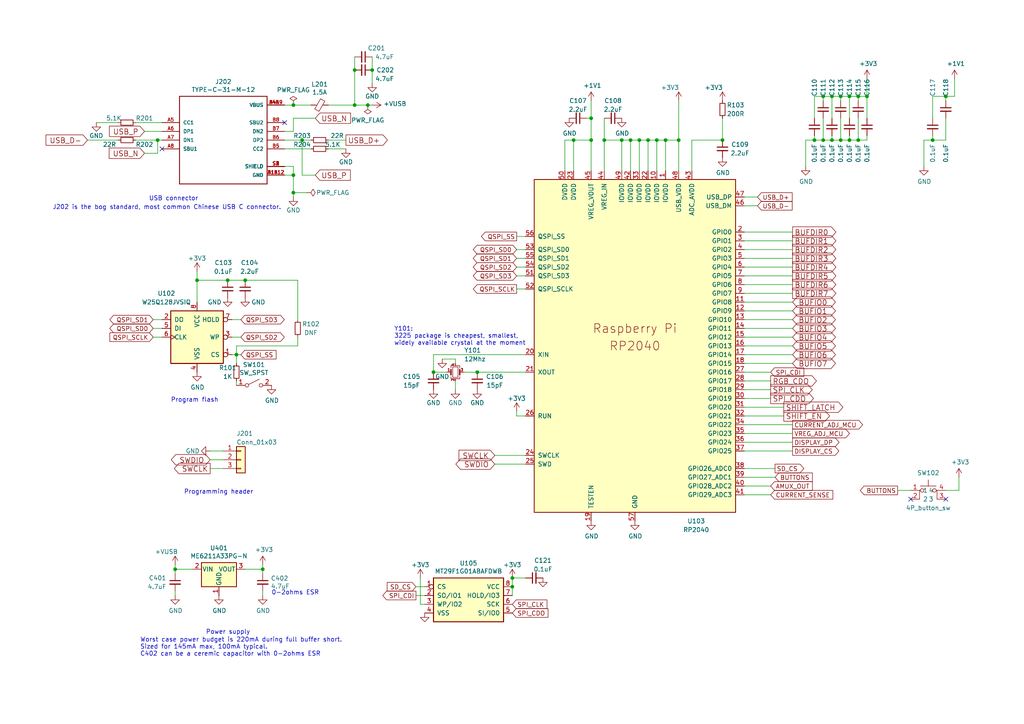
<source format=kicad_sch>
(kicad_sch (version 20230121) (generator eeschema)

  (uuid 4dbf771c-4b4c-442d-9f6f-9b0f0e50af08)

  (paper "A4")

  (lib_symbols
    (symbol "Connector_Generic:Conn_01x03" (pin_names (offset 1.016) hide) (in_bom yes) (on_board yes)
      (property "Reference" "J" (at 0 5.08 0)
        (effects (font (size 1.27 1.27)))
      )
      (property "Value" "Conn_01x03" (at 0 -5.08 0)
        (effects (font (size 1.27 1.27)))
      )
      (property "Footprint" "" (at 0 0 0)
        (effects (font (size 1.27 1.27)) hide)
      )
      (property "Datasheet" "~" (at 0 0 0)
        (effects (font (size 1.27 1.27)) hide)
      )
      (property "ki_keywords" "connector" (at 0 0 0)
        (effects (font (size 1.27 1.27)) hide)
      )
      (property "ki_description" "Generic connector, single row, 01x03, script generated (kicad-library-utils/schlib/autogen/connector/)" (at 0 0 0)
        (effects (font (size 1.27 1.27)) hide)
      )
      (property "ki_fp_filters" "Connector*:*_1x??_*" (at 0 0 0)
        (effects (font (size 1.27 1.27)) hide)
      )
      (symbol "Conn_01x03_1_1"
        (rectangle (start -1.27 -2.413) (end 0 -2.667)
          (stroke (width 0.1524) (type default))
          (fill (type none))
        )
        (rectangle (start -1.27 0.127) (end 0 -0.127)
          (stroke (width 0.1524) (type default))
          (fill (type none))
        )
        (rectangle (start -1.27 2.667) (end 0 2.413)
          (stroke (width 0.1524) (type default))
          (fill (type none))
        )
        (rectangle (start -1.27 3.81) (end 1.27 -3.81)
          (stroke (width 0.254) (type default))
          (fill (type background))
        )
        (pin passive line (at -5.08 2.54 0) (length 3.81)
          (name "Pin_1" (effects (font (size 1.27 1.27))))
          (number "1" (effects (font (size 1.27 1.27))))
        )
        (pin passive line (at -5.08 0 0) (length 3.81)
          (name "Pin_2" (effects (font (size 1.27 1.27))))
          (number "2" (effects (font (size 1.27 1.27))))
        )
        (pin passive line (at -5.08 -2.54 0) (length 3.81)
          (name "Pin_3" (effects (font (size 1.27 1.27))))
          (number "3" (effects (font (size 1.27 1.27))))
        )
      )
    )
    (symbol "Device:C_Small" (pin_numbers hide) (pin_names (offset 0.254) hide) (in_bom yes) (on_board yes)
      (property "Reference" "C" (at 0.254 1.778 0)
        (effects (font (size 1.27 1.27)) (justify left))
      )
      (property "Value" "C_Small" (at 0.254 -2.032 0)
        (effects (font (size 1.27 1.27)) (justify left))
      )
      (property "Footprint" "" (at 0 0 0)
        (effects (font (size 1.27 1.27)) hide)
      )
      (property "Datasheet" "~" (at 0 0 0)
        (effects (font (size 1.27 1.27)) hide)
      )
      (property "ki_keywords" "capacitor cap" (at 0 0 0)
        (effects (font (size 1.27 1.27)) hide)
      )
      (property "ki_description" "Unpolarized capacitor, small symbol" (at 0 0 0)
        (effects (font (size 1.27 1.27)) hide)
      )
      (property "ki_fp_filters" "C_*" (at 0 0 0)
        (effects (font (size 1.27 1.27)) hide)
      )
      (symbol "C_Small_0_1"
        (polyline
          (pts
            (xy -1.524 -0.508)
            (xy 1.524 -0.508)
          )
          (stroke (width 0.3302) (type default))
          (fill (type none))
        )
        (polyline
          (pts
            (xy -1.524 0.508)
            (xy 1.524 0.508)
          )
          (stroke (width 0.3048) (type default))
          (fill (type none))
        )
      )
      (symbol "C_Small_1_1"
        (pin passive line (at 0 2.54 270) (length 2.032)
          (name "~" (effects (font (size 1.27 1.27))))
          (number "1" (effects (font (size 1.27 1.27))))
        )
        (pin passive line (at 0 -2.54 90) (length 2.032)
          (name "~" (effects (font (size 1.27 1.27))))
          (number "2" (effects (font (size 1.27 1.27))))
        )
      )
    )
    (symbol "Device:Crystal_GND24_Small" (pin_names (offset 1.016) hide) (in_bom yes) (on_board yes)
      (property "Reference" "Y" (at 1.27 4.445 0)
        (effects (font (size 1.27 1.27)) (justify left))
      )
      (property "Value" "Crystal_GND24_Small" (at 1.27 2.54 0)
        (effects (font (size 1.27 1.27)) (justify left))
      )
      (property "Footprint" "" (at 0 0 0)
        (effects (font (size 1.27 1.27)) hide)
      )
      (property "Datasheet" "~" (at 0 0 0)
        (effects (font (size 1.27 1.27)) hide)
      )
      (property "ki_keywords" "quartz ceramic resonator oscillator" (at 0 0 0)
        (effects (font (size 1.27 1.27)) hide)
      )
      (property "ki_description" "Four pin crystal, GND on pins 2 and 4, small symbol" (at 0 0 0)
        (effects (font (size 1.27 1.27)) hide)
      )
      (property "ki_fp_filters" "Crystal*" (at 0 0 0)
        (effects (font (size 1.27 1.27)) hide)
      )
      (symbol "Crystal_GND24_Small_0_1"
        (rectangle (start -0.762 -1.524) (end 0.762 1.524)
          (stroke (width 0) (type default))
          (fill (type none))
        )
        (polyline
          (pts
            (xy -1.27 -0.762)
            (xy -1.27 0.762)
          )
          (stroke (width 0.381) (type default))
          (fill (type none))
        )
        (polyline
          (pts
            (xy 1.27 -0.762)
            (xy 1.27 0.762)
          )
          (stroke (width 0.381) (type default))
          (fill (type none))
        )
        (polyline
          (pts
            (xy -1.27 -1.27)
            (xy -1.27 -1.905)
            (xy 1.27 -1.905)
            (xy 1.27 -1.27)
          )
          (stroke (width 0) (type default))
          (fill (type none))
        )
        (polyline
          (pts
            (xy -1.27 1.27)
            (xy -1.27 1.905)
            (xy 1.27 1.905)
            (xy 1.27 1.27)
          )
          (stroke (width 0) (type default))
          (fill (type none))
        )
      )
      (symbol "Crystal_GND24_Small_1_1"
        (pin passive line (at -2.54 0 0) (length 1.27)
          (name "1" (effects (font (size 1.27 1.27))))
          (number "1" (effects (font (size 0.762 0.762))))
        )
        (pin passive line (at 0 -2.54 90) (length 0.635)
          (name "2" (effects (font (size 1.27 1.27))))
          (number "2" (effects (font (size 0.762 0.762))))
        )
        (pin passive line (at 2.54 0 180) (length 1.27)
          (name "3" (effects (font (size 1.27 1.27))))
          (number "3" (effects (font (size 0.762 0.762))))
        )
        (pin passive line (at 0 2.54 270) (length 0.635)
          (name "4" (effects (font (size 1.27 1.27))))
          (number "4" (effects (font (size 0.762 0.762))))
        )
      )
    )
    (symbol "Device:R_Small" (pin_numbers hide) (pin_names (offset 0.254) hide) (in_bom yes) (on_board yes)
      (property "Reference" "R" (at 0.762 0.508 0)
        (effects (font (size 1.27 1.27)) (justify left))
      )
      (property "Value" "R_Small" (at 0.762 -1.016 0)
        (effects (font (size 1.27 1.27)) (justify left))
      )
      (property "Footprint" "" (at 0 0 0)
        (effects (font (size 1.27 1.27)) hide)
      )
      (property "Datasheet" "~" (at 0 0 0)
        (effects (font (size 1.27 1.27)) hide)
      )
      (property "ki_keywords" "R resistor" (at 0 0 0)
        (effects (font (size 1.27 1.27)) hide)
      )
      (property "ki_description" "Resistor, small symbol" (at 0 0 0)
        (effects (font (size 1.27 1.27)) hide)
      )
      (property "ki_fp_filters" "R_*" (at 0 0 0)
        (effects (font (size 1.27 1.27)) hide)
      )
      (symbol "R_Small_0_1"
        (rectangle (start -0.762 1.778) (end 0.762 -1.778)
          (stroke (width 0.2032) (type default))
          (fill (type none))
        )
      )
      (symbol "R_Small_1_1"
        (pin passive line (at 0 2.54 270) (length 0.762)
          (name "~" (effects (font (size 1.27 1.27))))
          (number "1" (effects (font (size 1.27 1.27))))
        )
        (pin passive line (at 0 -2.54 90) (length 0.762)
          (name "~" (effects (font (size 1.27 1.27))))
          (number "2" (effects (font (size 1.27 1.27))))
        )
      )
    )
    (symbol "RP_Silicon:RP2040" (pin_names (offset 1.016)) (in_bom yes) (on_board yes)
      (property "Reference" "U" (at -29.21 49.53 0)
        (effects (font (size 1.27 1.27)))
      )
      (property "Value" "RP2040" (at 24.13 -49.53 0)
        (effects (font (size 1.27 1.27)))
      )
      (property "Footprint" "RP2040_minimal:RP2040-QFN-56" (at -19.05 0 0)
        (effects (font (size 1.27 1.27)) hide)
      )
      (property "Datasheet" "" (at -19.05 0 0)
        (effects (font (size 1.27 1.27)) hide)
      )
      (symbol "RP2040_0_0"
        (text "Raspberry Pi" (at 0 5.08 0)
          (effects (font (size 2.54 2.54)))
        )
        (text "RP2040" (at 0 0 0)
          (effects (font (size 2.54 2.54)))
        )
      )
      (symbol "RP2040_0_1"
        (rectangle (start 29.21 48.26) (end -29.21 -48.26)
          (stroke (width 0.254) (type solid))
          (fill (type background))
        )
      )
      (symbol "RP2040_1_1"
        (pin power_in line (at 8.89 50.8 270) (length 2.54)
          (name "IOVDD" (effects (font (size 1.27 1.27))))
          (number "1" (effects (font (size 1.27 1.27))))
        )
        (pin power_in line (at 6.35 50.8 270) (length 2.54)
          (name "IOVDD" (effects (font (size 1.27 1.27))))
          (number "10" (effects (font (size 1.27 1.27))))
        )
        (pin bidirectional line (at 31.75 12.7 180) (length 2.54)
          (name "GPIO8" (effects (font (size 1.27 1.27))))
          (number "11" (effects (font (size 1.27 1.27))))
        )
        (pin bidirectional line (at 31.75 10.16 180) (length 2.54)
          (name "GPIO9" (effects (font (size 1.27 1.27))))
          (number "12" (effects (font (size 1.27 1.27))))
        )
        (pin bidirectional line (at 31.75 7.62 180) (length 2.54)
          (name "GPIO10" (effects (font (size 1.27 1.27))))
          (number "13" (effects (font (size 1.27 1.27))))
        )
        (pin bidirectional line (at 31.75 5.08 180) (length 2.54)
          (name "GPIO11" (effects (font (size 1.27 1.27))))
          (number "14" (effects (font (size 1.27 1.27))))
        )
        (pin bidirectional line (at 31.75 2.54 180) (length 2.54)
          (name "GPIO12" (effects (font (size 1.27 1.27))))
          (number "15" (effects (font (size 1.27 1.27))))
        )
        (pin bidirectional line (at 31.75 0 180) (length 2.54)
          (name "GPIO13" (effects (font (size 1.27 1.27))))
          (number "16" (effects (font (size 1.27 1.27))))
        )
        (pin bidirectional line (at 31.75 -2.54 180) (length 2.54)
          (name "GPIO14" (effects (font (size 1.27 1.27))))
          (number "17" (effects (font (size 1.27 1.27))))
        )
        (pin bidirectional line (at 31.75 -5.08 180) (length 2.54)
          (name "GPIO15" (effects (font (size 1.27 1.27))))
          (number "18" (effects (font (size 1.27 1.27))))
        )
        (pin passive line (at -12.7 -50.8 90) (length 2.54)
          (name "TESTEN" (effects (font (size 1.27 1.27))))
          (number "19" (effects (font (size 1.27 1.27))))
        )
        (pin bidirectional line (at 31.75 33.02 180) (length 2.54)
          (name "GPIO0" (effects (font (size 1.27 1.27))))
          (number "2" (effects (font (size 1.27 1.27))))
        )
        (pin input line (at -31.75 -2.54 0) (length 2.54)
          (name "XIN" (effects (font (size 1.27 1.27))))
          (number "20" (effects (font (size 1.27 1.27))))
        )
        (pin passive line (at -31.75 -7.62 0) (length 2.54)
          (name "XOUT" (effects (font (size 1.27 1.27))))
          (number "21" (effects (font (size 1.27 1.27))))
        )
        (pin power_in line (at 3.81 50.8 270) (length 2.54)
          (name "IOVDD" (effects (font (size 1.27 1.27))))
          (number "22" (effects (font (size 1.27 1.27))))
        )
        (pin power_in line (at -17.78 50.8 270) (length 2.54)
          (name "DVDD" (effects (font (size 1.27 1.27))))
          (number "23" (effects (font (size 1.27 1.27))))
        )
        (pin output line (at -31.75 -31.75 0) (length 2.54)
          (name "SWCLK" (effects (font (size 1.27 1.27))))
          (number "24" (effects (font (size 1.27 1.27))))
        )
        (pin bidirectional line (at -31.75 -34.29 0) (length 2.54)
          (name "SWD" (effects (font (size 1.27 1.27))))
          (number "25" (effects (font (size 1.27 1.27))))
        )
        (pin input line (at -31.75 -20.32 0) (length 2.54)
          (name "RUN" (effects (font (size 1.27 1.27))))
          (number "26" (effects (font (size 1.27 1.27))))
        )
        (pin bidirectional line (at 31.75 -7.62 180) (length 2.54)
          (name "GPIO16" (effects (font (size 1.27 1.27))))
          (number "27" (effects (font (size 1.27 1.27))))
        )
        (pin bidirectional line (at 31.75 -10.16 180) (length 2.54)
          (name "GPIO17" (effects (font (size 1.27 1.27))))
          (number "28" (effects (font (size 1.27 1.27))))
        )
        (pin bidirectional line (at 31.75 -12.7 180) (length 2.54)
          (name "GPIO18" (effects (font (size 1.27 1.27))))
          (number "29" (effects (font (size 1.27 1.27))))
        )
        (pin bidirectional line (at 31.75 30.48 180) (length 2.54)
          (name "GPIO1" (effects (font (size 1.27 1.27))))
          (number "3" (effects (font (size 1.27 1.27))))
        )
        (pin bidirectional line (at 31.75 -15.24 180) (length 2.54)
          (name "GPIO19" (effects (font (size 1.27 1.27))))
          (number "30" (effects (font (size 1.27 1.27))))
        )
        (pin bidirectional line (at 31.75 -17.78 180) (length 2.54)
          (name "GPIO20" (effects (font (size 1.27 1.27))))
          (number "31" (effects (font (size 1.27 1.27))))
        )
        (pin bidirectional line (at 31.75 -20.32 180) (length 2.54)
          (name "GPIO21" (effects (font (size 1.27 1.27))))
          (number "32" (effects (font (size 1.27 1.27))))
        )
        (pin power_in line (at 1.27 50.8 270) (length 2.54)
          (name "IOVDD" (effects (font (size 1.27 1.27))))
          (number "33" (effects (font (size 1.27 1.27))))
        )
        (pin bidirectional line (at 31.75 -22.86 180) (length 2.54)
          (name "GPIO22" (effects (font (size 1.27 1.27))))
          (number "34" (effects (font (size 1.27 1.27))))
        )
        (pin bidirectional line (at 31.75 -25.4 180) (length 2.54)
          (name "GPIO23" (effects (font (size 1.27 1.27))))
          (number "35" (effects (font (size 1.27 1.27))))
        )
        (pin bidirectional line (at 31.75 -27.94 180) (length 2.54)
          (name "GPIO24" (effects (font (size 1.27 1.27))))
          (number "36" (effects (font (size 1.27 1.27))))
        )
        (pin bidirectional line (at 31.75 -30.48 180) (length 2.54)
          (name "GPIO25" (effects (font (size 1.27 1.27))))
          (number "37" (effects (font (size 1.27 1.27))))
        )
        (pin bidirectional line (at 31.75 -35.56 180) (length 2.54)
          (name "GPIO26_ADC0" (effects (font (size 1.27 1.27))))
          (number "38" (effects (font (size 1.27 1.27))))
        )
        (pin bidirectional line (at 31.75 -38.1 180) (length 2.54)
          (name "GPIO27_ADC1" (effects (font (size 1.27 1.27))))
          (number "39" (effects (font (size 1.27 1.27))))
        )
        (pin bidirectional line (at 31.75 27.94 180) (length 2.54)
          (name "GPIO2" (effects (font (size 1.27 1.27))))
          (number "4" (effects (font (size 1.27 1.27))))
        )
        (pin bidirectional line (at 31.75 -40.64 180) (length 2.54)
          (name "GPIO28_ADC2" (effects (font (size 1.27 1.27))))
          (number "40" (effects (font (size 1.27 1.27))))
        )
        (pin bidirectional line (at 31.75 -43.18 180) (length 2.54)
          (name "GPIO29_ADC3" (effects (font (size 1.27 1.27))))
          (number "41" (effects (font (size 1.27 1.27))))
        )
        (pin power_in line (at -1.27 50.8 270) (length 2.54)
          (name "IOVDD" (effects (font (size 1.27 1.27))))
          (number "42" (effects (font (size 1.27 1.27))))
        )
        (pin power_in line (at 16.51 50.8 270) (length 2.54)
          (name "ADC_AVDD" (effects (font (size 1.27 1.27))))
          (number "43" (effects (font (size 1.27 1.27))))
        )
        (pin power_in line (at -8.89 50.8 270) (length 2.54)
          (name "VREG_IN" (effects (font (size 1.27 1.27))))
          (number "44" (effects (font (size 1.27 1.27))))
        )
        (pin power_out line (at -12.7 50.8 270) (length 2.54)
          (name "VREG_VOUT" (effects (font (size 1.27 1.27))))
          (number "45" (effects (font (size 1.27 1.27))))
        )
        (pin bidirectional line (at 31.75 40.64 180) (length 2.54)
          (name "USB_DM" (effects (font (size 1.27 1.27))))
          (number "46" (effects (font (size 1.27 1.27))))
        )
        (pin bidirectional line (at 31.75 43.18 180) (length 2.54)
          (name "USB_DP" (effects (font (size 1.27 1.27))))
          (number "47" (effects (font (size 1.27 1.27))))
        )
        (pin power_in line (at 12.7 50.8 270) (length 2.54)
          (name "USB_VDD" (effects (font (size 1.27 1.27))))
          (number "48" (effects (font (size 1.27 1.27))))
        )
        (pin power_in line (at -3.81 50.8 270) (length 2.54)
          (name "IOVDD" (effects (font (size 1.27 1.27))))
          (number "49" (effects (font (size 1.27 1.27))))
        )
        (pin bidirectional line (at 31.75 25.4 180) (length 2.54)
          (name "GPIO3" (effects (font (size 1.27 1.27))))
          (number "5" (effects (font (size 1.27 1.27))))
        )
        (pin power_in line (at -20.32 50.8 270) (length 2.54)
          (name "DVDD" (effects (font (size 1.27 1.27))))
          (number "50" (effects (font (size 1.27 1.27))))
        )
        (pin bidirectional line (at -31.75 20.32 0) (length 2.54)
          (name "QSPI_SD3" (effects (font (size 1.27 1.27))))
          (number "51" (effects (font (size 1.27 1.27))))
        )
        (pin output line (at -31.75 16.51 0) (length 2.54)
          (name "QSPI_SCLK" (effects (font (size 1.27 1.27))))
          (number "52" (effects (font (size 1.27 1.27))))
        )
        (pin bidirectional line (at -31.75 27.94 0) (length 2.54)
          (name "QSPI_SD0" (effects (font (size 1.27 1.27))))
          (number "53" (effects (font (size 1.27 1.27))))
        )
        (pin bidirectional line (at -31.75 22.86 0) (length 2.54)
          (name "QSPI_SD2" (effects (font (size 1.27 1.27))))
          (number "54" (effects (font (size 1.27 1.27))))
        )
        (pin bidirectional line (at -31.75 25.4 0) (length 2.54)
          (name "QSPI_SD1" (effects (font (size 1.27 1.27))))
          (number "55" (effects (font (size 1.27 1.27))))
        )
        (pin bidirectional line (at -31.75 31.75 0) (length 2.54)
          (name "QSPI_SS" (effects (font (size 1.27 1.27))))
          (number "56" (effects (font (size 1.27 1.27))))
        )
        (pin power_in line (at 0 -50.8 90) (length 2.54)
          (name "GND" (effects (font (size 1.27 1.27))))
          (number "57" (effects (font (size 1.27 1.27))))
        )
        (pin bidirectional line (at 31.75 22.86 180) (length 2.54)
          (name "GPIO4" (effects (font (size 1.27 1.27))))
          (number "6" (effects (font (size 1.27 1.27))))
        )
        (pin bidirectional line (at 31.75 20.32 180) (length 2.54)
          (name "GPIO5" (effects (font (size 1.27 1.27))))
          (number "7" (effects (font (size 1.27 1.27))))
        )
        (pin bidirectional line (at 31.75 17.78 180) (length 2.54)
          (name "GPIO6" (effects (font (size 1.27 1.27))))
          (number "8" (effects (font (size 1.27 1.27))))
        )
        (pin bidirectional line (at 31.75 15.24 180) (length 2.54)
          (name "GPIO7" (effects (font (size 1.27 1.27))))
          (number "9" (effects (font (size 1.27 1.27))))
        )
      )
    )
    (symbol "Regulator_Linear:AP2204RA-3.3" (pin_names (offset 0.254)) (in_bom yes) (on_board yes)
      (property "Reference" "U" (at -5.08 3.175 0)
        (effects (font (size 1.27 1.27)) (justify left))
      )
      (property "Value" "AP2204RA-3.3" (at 0 3.175 0)
        (effects (font (size 1.27 1.27)) (justify left))
      )
      (property "Footprint" "Package_TO_SOT_SMD:SOT-89-3" (at 0 5.715 0)
        (effects (font (size 1.27 1.27)) hide)
      )
      (property "Datasheet" "https://www.diodes.com/assets/Datasheets/AP2204.pdf" (at 0 0 0)
        (effects (font (size 1.27 1.27)) hide)
      )
      (property "ki_keywords" "linear regulator ldo fixed positive" (at 0 0 0)
        (effects (font (size 1.27 1.27)) hide)
      )
      (property "ki_description" "150mA low dropout linear regulator, wide input voltage range, 3.3V fixed positive output, SOT-89-3 package" (at 0 0 0)
        (effects (font (size 1.27 1.27)) hide)
      )
      (property "ki_fp_filters" "SOT?89*" (at 0 0 0)
        (effects (font (size 1.27 1.27)) hide)
      )
      (symbol "AP2204RA-3.3_0_1"
        (rectangle (start -5.08 1.905) (end 5.08 -5.08)
          (stroke (width 0.254) (type default))
          (fill (type background))
        )
      )
      (symbol "AP2204RA-3.3_1_1"
        (pin power_in line (at 0 -7.62 90) (length 2.54)
          (name "GND" (effects (font (size 1.27 1.27))))
          (number "1" (effects (font (size 1.27 1.27))))
        )
        (pin power_in line (at -7.62 0 0) (length 2.54)
          (name "VIN" (effects (font (size 1.27 1.27))))
          (number "2" (effects (font (size 1.27 1.27))))
        )
        (pin power_out line (at 7.62 0 180) (length 2.54)
          (name "VOUT" (effects (font (size 1.27 1.27))))
          (number "3" (effects (font (size 1.27 1.27))))
        )
      )
    )
    (symbol "Switch:SW_SPST" (pin_names (offset 0) hide) (in_bom yes) (on_board yes)
      (property "Reference" "SW" (at 0 3.175 0)
        (effects (font (size 1.27 1.27)))
      )
      (property "Value" "SW_SPST" (at 0 -2.54 0)
        (effects (font (size 1.27 1.27)))
      )
      (property "Footprint" "" (at 0 0 0)
        (effects (font (size 1.27 1.27)) hide)
      )
      (property "Datasheet" "~" (at 0 0 0)
        (effects (font (size 1.27 1.27)) hide)
      )
      (property "ki_keywords" "switch lever" (at 0 0 0)
        (effects (font (size 1.27 1.27)) hide)
      )
      (property "ki_description" "Single Pole Single Throw (SPST) switch" (at 0 0 0)
        (effects (font (size 1.27 1.27)) hide)
      )
      (symbol "SW_SPST_0_0"
        (circle (center -2.032 0) (radius 0.508)
          (stroke (width 0) (type default))
          (fill (type none))
        )
        (polyline
          (pts
            (xy -1.524 0.254)
            (xy 1.524 1.778)
          )
          (stroke (width 0) (type default))
          (fill (type none))
        )
        (circle (center 2.032 0) (radius 0.508)
          (stroke (width 0) (type default))
          (fill (type none))
        )
      )
      (symbol "SW_SPST_1_1"
        (pin passive line (at -5.08 0 0) (length 2.54)
          (name "A" (effects (font (size 1.27 1.27))))
          (number "1" (effects (font (size 1.27 1.27))))
        )
        (pin passive line (at 5.08 0 180) (length 2.54)
          (name "B" (effects (font (size 1.27 1.27))))
          (number "2" (effects (font (size 1.27 1.27))))
        )
      )
    )
    (symbol "TYPE-C-31-M-12_1" (pin_names (offset 1.016)) (in_bom yes) (on_board yes)
      (property "Reference" "J" (at -12.7 13.462 0)
        (effects (font (size 1.27 1.27)) (justify left bottom))
      )
      (property "Value" "TYPE-C-31-M-12" (at -12.7 -13.462 0)
        (effects (font (size 1.27 1.27)) (justify left bottom))
      )
      (property "Footprint" "HRO_TYPE-C-31-M-12" (at 0 0 0)
        (effects (font (size 1.27 1.27)) (justify left bottom) hide)
      )
      (property "Datasheet" "HRO Electronics" (at 0 0 0)
        (effects (font (size 1.27 1.27)) (justify left bottom) hide)
      )
      (property "Field4" "3.31mm" (at 0 0 0)
        (effects (font (size 1.27 1.27)) (justify left bottom) hide)
      )
      (property "Field5" "A" (at 0 0 0)
        (effects (font (size 1.27 1.27)) (justify left bottom) hide)
      )
      (property "Field6" "Manufacturer Recommendations" (at 0 0 0)
        (effects (font (size 1.27 1.27)) (justify left bottom) hide)
      )
      (property "ki_locked" "" (at 0 0 0)
        (effects (font (size 1.27 1.27)))
      )
      (symbol "TYPE-C-31-M-12_1_0_0"
        (polyline
          (pts
            (xy -12.7 -12.7)
            (xy -12.7 12.7)
          )
          (stroke (width 0.254) (type solid))
          (fill (type none))
        )
        (polyline
          (pts
            (xy -12.7 12.7)
            (xy 12.7 12.7)
          )
          (stroke (width 0.254) (type solid))
          (fill (type none))
        )
        (polyline
          (pts
            (xy 12.7 -12.7)
            (xy -12.7 -12.7)
          )
          (stroke (width 0.254) (type solid))
          (fill (type none))
        )
        (polyline
          (pts
            (xy 12.7 12.7)
            (xy 12.7 -12.7)
          )
          (stroke (width 0.254) (type solid))
          (fill (type none))
        )
        (pin power_in line (at 17.78 -10.16 180) (length 5.08)
          (name "GND" (effects (font (size 1.016 1.016))))
          (number "A1B12" (effects (font (size 1.016 1.016))))
        )
        (pin power_in line (at 17.78 10.16 180) (length 5.08)
          (name "VBUS" (effects (font (size 1.016 1.016))))
          (number "A4B9" (effects (font (size 1.016 1.016))))
        )
        (pin bidirectional line (at -17.78 5.08 0) (length 5.08)
          (name "CC1" (effects (font (size 1.016 1.016))))
          (number "A5" (effects (font (size 1.016 1.016))))
        )
        (pin bidirectional line (at -17.78 2.54 0) (length 5.08)
          (name "DP1" (effects (font (size 1.016 1.016))))
          (number "A6" (effects (font (size 1.016 1.016))))
        )
        (pin bidirectional line (at -17.78 0 0) (length 5.08)
          (name "DN1" (effects (font (size 1.016 1.016))))
          (number "A7" (effects (font (size 1.016 1.016))))
        )
        (pin bidirectional line (at -17.78 -2.54 0) (length 5.08)
          (name "SBU1" (effects (font (size 1.016 1.016))))
          (number "A8" (effects (font (size 1.016 1.016))))
        )
        (pin power_in line (at 17.78 -10.16 180) (length 5.08)
          (name "GND" (effects (font (size 1.016 1.016))))
          (number "B1A12" (effects (font (size 1.016 1.016))))
        )
        (pin power_in line (at 17.78 10.16 180) (length 5.08)
          (name "VBUS" (effects (font (size 1.016 1.016))))
          (number "B4A9" (effects (font (size 1.016 1.016))))
        )
        (pin bidirectional line (at 17.78 -2.54 180) (length 5.08)
          (name "CC2" (effects (font (size 1.016 1.016))))
          (number "B5" (effects (font (size 1.016 1.016))))
        )
        (pin bidirectional line (at 17.78 0 180) (length 5.08)
          (name "DP2" (effects (font (size 1.016 1.016))))
          (number "B6" (effects (font (size 1.016 1.016))))
        )
        (pin bidirectional line (at 17.78 2.54 180) (length 5.08)
          (name "DN2" (effects (font (size 1.016 1.016))))
          (number "B7" (effects (font (size 1.016 1.016))))
        )
        (pin bidirectional line (at 17.78 5.08 180) (length 5.08)
          (name "SBU2" (effects (font (size 1.016 1.016))))
          (number "B8" (effects (font (size 1.016 1.016))))
        )
        (pin passive line (at 17.78 -7.62 180) (length 5.08)
          (name "SHIELD" (effects (font (size 1.016 1.016))))
          (number "S1" (effects (font (size 1.016 1.016))))
        )
        (pin passive line (at 17.78 -7.62 180) (length 5.08)
          (name "SHIELD" (effects (font (size 1.016 1.016))))
          (number "S2" (effects (font (size 1.016 1.016))))
        )
        (pin passive line (at 17.78 -7.62 180) (length 5.08)
          (name "SHIELD" (effects (font (size 1.016 1.016))))
          (number "S3" (effects (font (size 1.016 1.016))))
        )
        (pin passive line (at 17.78 -7.62 180) (length 5.08)
          (name "SHIELD" (effects (font (size 1.016 1.016))))
          (number "S4" (effects (font (size 1.016 1.016))))
        )
      )
    )
    (symbol "TYPE-C-31-M-12_2" (pin_names (offset 1.016)) (in_bom yes) (on_board yes)
      (property "Reference" "J" (at -12.7 13.462 0)
        (effects (font (size 1.27 1.27)) (justify left bottom))
      )
      (property "Value" "TYPE-C-31-M-12" (at -12.7 -13.462 0)
        (effects (font (size 1.27 1.27)) (justify left bottom))
      )
      (property "Footprint" "HRO_TYPE-C-31-M-12" (at 0 0 0)
        (effects (font (size 1.27 1.27)) (justify left bottom) hide)
      )
      (property "Datasheet" "HRO Electronics" (at 0 0 0)
        (effects (font (size 1.27 1.27)) (justify left bottom) hide)
      )
      (property "Field4" "3.31mm" (at 0 0 0)
        (effects (font (size 1.27 1.27)) (justify left bottom) hide)
      )
      (property "Field5" "A" (at 0 0 0)
        (effects (font (size 1.27 1.27)) (justify left bottom) hide)
      )
      (property "Field6" "Manufacturer Recommendations" (at 0 0 0)
        (effects (font (size 1.27 1.27)) (justify left bottom) hide)
      )
      (property "ki_locked" "" (at 0 0 0)
        (effects (font (size 1.27 1.27)))
      )
      (symbol "TYPE-C-31-M-12_2_0_0"
        (polyline
          (pts
            (xy -12.7 -12.7)
            (xy -12.7 12.7)
          )
          (stroke (width 0.254) (type solid))
          (fill (type none))
        )
        (polyline
          (pts
            (xy -12.7 12.7)
            (xy 12.7 12.7)
          )
          (stroke (width 0.254) (type solid))
          (fill (type none))
        )
        (polyline
          (pts
            (xy 12.7 -12.7)
            (xy -12.7 -12.7)
          )
          (stroke (width 0.254) (type solid))
          (fill (type none))
        )
        (polyline
          (pts
            (xy 12.7 12.7)
            (xy 12.7 -12.7)
          )
          (stroke (width 0.254) (type solid))
          (fill (type none))
        )
        (pin power_in line (at 17.78 -10.16 180) (length 5.08)
          (name "GND" (effects (font (size 1.016 1.016))))
          (number "A1B12" (effects (font (size 1.016 1.016))))
        )
        (pin power_in line (at 17.78 10.16 180) (length 5.08)
          (name "VBUS" (effects (font (size 1.016 1.016))))
          (number "A4B9" (effects (font (size 1.016 1.016))))
        )
        (pin bidirectional line (at -17.78 5.08 0) (length 5.08)
          (name "CC1" (effects (font (size 1.016 1.016))))
          (number "A5" (effects (font (size 1.016 1.016))))
        )
        (pin bidirectional line (at -17.78 2.54 0) (length 5.08)
          (name "DP1" (effects (font (size 1.016 1.016))))
          (number "A6" (effects (font (size 1.016 1.016))))
        )
        (pin bidirectional line (at -17.78 0 0) (length 5.08)
          (name "DN1" (effects (font (size 1.016 1.016))))
          (number "A7" (effects (font (size 1.016 1.016))))
        )
        (pin bidirectional line (at -17.78 -2.54 0) (length 5.08)
          (name "SBU1" (effects (font (size 1.016 1.016))))
          (number "A8" (effects (font (size 1.016 1.016))))
        )
        (pin power_in line (at 17.78 -10.16 180) (length 5.08)
          (name "GND" (effects (font (size 1.016 1.016))))
          (number "B1A12" (effects (font (size 1.016 1.016))))
        )
        (pin power_in line (at 17.78 10.16 180) (length 5.08)
          (name "VBUS" (effects (font (size 1.016 1.016))))
          (number "B4A9" (effects (font (size 1.016 1.016))))
        )
        (pin bidirectional line (at 17.78 -2.54 180) (length 5.08)
          (name "CC2" (effects (font (size 1.016 1.016))))
          (number "B5" (effects (font (size 1.016 1.016))))
        )
        (pin bidirectional line (at 17.78 0 180) (length 5.08)
          (name "DP2" (effects (font (size 1.016 1.016))))
          (number "B6" (effects (font (size 1.016 1.016))))
        )
        (pin bidirectional line (at 17.78 2.54 180) (length 5.08)
          (name "DN2" (effects (font (size 1.016 1.016))))
          (number "B7" (effects (font (size 1.016 1.016))))
        )
        (pin bidirectional line (at 17.78 5.08 180) (length 5.08)
          (name "SBU2" (effects (font (size 1.016 1.016))))
          (number "B8" (effects (font (size 1.016 1.016))))
        )
        (pin passive line (at 17.78 -7.62 180) (length 5.08)
          (name "SHIELD" (effects (font (size 1.016 1.016))))
          (number "S1" (effects (font (size 1.016 1.016))))
        )
        (pin passive line (at 17.78 -7.62 180) (length 5.08)
          (name "SHIELD" (effects (font (size 1.016 1.016))))
          (number "S2" (effects (font (size 1.016 1.016))))
        )
        (pin passive line (at 17.78 -7.62 180) (length 5.08)
          (name "SHIELD" (effects (font (size 1.016 1.016))))
          (number "S3" (effects (font (size 1.016 1.016))))
        )
        (pin passive line (at 17.78 -7.62 180) (length 5.08)
          (name "SHIELD" (effects (font (size 1.016 1.016))))
          (number "S4" (effects (font (size 1.016 1.016))))
        )
      )
    )
    (symbol "dp-memory:MT29F1G01ABAFDWB" (pin_names (offset 1.016)) (in_bom yes) (on_board yes)
      (property "Reference" "U" (at 0 7.62 0)
        (effects (font (size 1.27 1.27)))
      )
      (property "Value" "MT29F1G01ABAFDWB" (at 0 -8.89 0)
        (effects (font (size 1.27 1.27)))
      )
      (property "Footprint" "dp-memory:U-PDFN-8" (at 0 -10.16 0)
        (effects (font (size 1.27 1.27)) hide)
      )
      (property "Datasheet" "" (at 0 0 0)
        (effects (font (size 1.27 1.27)) hide)
      )
      (property "ki_description" "SPI NAND Flash memory" (at 0 0 0)
        (effects (font (size 1.27 1.27)) hide)
      )
      (symbol "MT29F1G01ABAFDWB_1_1"
        (rectangle (start -10.16 6.35) (end 10.16 -6.35)
          (stroke (width 0.3048) (type solid))
          (fill (type background))
        )
        (pin input inverted (at -12.7 3.81 0) (length 2.54)
          (name "CS" (effects (font (size 1.27 1.27))))
          (number "1" (effects (font (size 1.27 1.27))))
        )
        (pin bidirectional line (at -12.7 1.27 0) (length 2.54)
          (name "SO/IO1" (effects (font (size 1.27 1.27))))
          (number "2" (effects (font (size 1.27 1.27))))
        )
        (pin bidirectional line (at -12.7 -1.27 0) (length 2.54)
          (name "WP/IO2" (effects (font (size 1.27 1.27))))
          (number "3" (effects (font (size 1.27 1.27))))
        )
        (pin power_in line (at -12.7 -3.81 0) (length 2.54)
          (name "VSS" (effects (font (size 1.27 1.27))))
          (number "4" (effects (font (size 1.27 1.27))))
        )
        (pin bidirectional line (at 12.7 -3.81 180) (length 2.54)
          (name "SI/IO0" (effects (font (size 1.27 1.27))))
          (number "5" (effects (font (size 1.27 1.27))))
        )
        (pin input line (at 12.7 -1.27 180) (length 2.54)
          (name "SCK" (effects (font (size 1.27 1.27))))
          (number "6" (effects (font (size 1.27 1.27))))
        )
        (pin bidirectional line (at 12.7 1.27 180) (length 2.54)
          (name "HOLD/IO3" (effects (font (size 1.27 1.27))))
          (number "7" (effects (font (size 1.27 1.27))))
        )
        (pin power_in line (at 12.7 3.81 180) (length 2.54)
          (name "VCC" (effects (font (size 1.27 1.27))))
          (number "8" (effects (font (size 1.27 1.27))))
        )
      )
    )
    (symbol "dp-memory:xm25qh128a" (pin_names (offset 1.016)) (in_bom yes) (on_board yes)
      (property "Reference" "U" (at 7.62 16.51 0)
        (effects (font (size 1.27 1.27)))
      )
      (property "Value" "xm25qh128a" (at 7.62 13.97 0)
        (effects (font (size 1.27 1.27)))
      )
      (property "Footprint" "" (at 0 0 0)
        (effects (font (size 1.27 1.27)) hide)
      )
      (property "Datasheet" "" (at 0 0 0)
        (effects (font (size 1.27 1.27)) hide)
      )
      (symbol "xm25qh128a_1_1"
        (rectangle (start -7.62 12.7) (end 7.62 -2.54)
          (stroke (width 0.3048) (type solid))
          (fill (type background))
        )
        (pin input inverted (at 10.16 0 180) (length 2.54)
          (name "CS" (effects (font (size 1.27 1.27))))
          (number "1" (effects (font (size 1.27 1.27))))
        )
        (pin output line (at -10.16 10.16 0) (length 2.54)
          (name "DO" (effects (font (size 1.27 1.27))))
          (number "2" (effects (font (size 1.27 1.27))))
        )
        (pin input inverted (at 10.16 5.08 180) (length 2.54)
          (name "WP" (effects (font (size 1.27 1.27))))
          (number "3" (effects (font (size 1.27 1.27))))
        )
        (pin power_in line (at 0 -5.08 90) (length 2.54)
          (name "VSS" (effects (font (size 1.27 1.27))))
          (number "4" (effects (font (size 1.27 1.27))))
        )
        (pin input line (at -10.16 7.62 0) (length 2.54)
          (name "DI" (effects (font (size 1.27 1.27))))
          (number "5" (effects (font (size 1.27 1.27))))
        )
        (pin input clock (at -10.16 5.08 0) (length 2.54)
          (name "CLK" (effects (font (size 1.27 1.27))))
          (number "6" (effects (font (size 1.27 1.27))))
        )
        (pin input inverted (at 10.16 10.16 180) (length 2.54)
          (name "HOLD" (effects (font (size 1.27 1.27))))
          (number "7" (effects (font (size 1.27 1.27))))
        )
        (pin power_in line (at 0 15.24 270) (length 2.54)
          (name "VCC" (effects (font (size 1.27 1.27))))
          (number "8" (effects (font (size 1.27 1.27))))
        )
      )
    )
    (symbol "dp-power:+VUSB" (power) (pin_names (offset 1.016)) (in_bom yes) (on_board yes)
      (property "Reference" "#PWR" (at 0 0 0)
        (effects (font (size 1.27 1.27)) hide)
      )
      (property "Value" "+VUSB" (at 0 5.08 0)
        (effects (font (size 1.27 1.27)))
      )
      (property "Footprint" "" (at 0 0 0)
        (effects (font (size 1.27 1.27)) hide)
      )
      (property "Datasheet" "" (at 0 0 0)
        (effects (font (size 1.27 1.27)) hide)
      )
      (property "ki_keywords" "power-flag" (at 0 0 0)
        (effects (font (size 1.27 1.27)) hide)
      )
      (symbol "+VUSB_0_1"
        (polyline
          (pts
            (xy 0 0)
            (xy 0 2.54)
          )
          (stroke (width 0) (type solid))
          (fill (type none))
        )
        (polyline
          (pts
            (xy 0 2.54)
            (xy -0.762 1.27)
          )
          (stroke (width 0) (type solid))
          (fill (type none))
        )
        (polyline
          (pts
            (xy 0 2.54)
            (xy 0.762 1.27)
          )
          (stroke (width 0) (type solid))
          (fill (type none))
        )
      )
      (symbol "+VUSB_1_1"
        (pin power_in line (at 0 0 90) (length 0) hide
          (name "+VUSB" (effects (font (size 1.27 1.27))))
          (number "1" (effects (font (size 1.27 1.27))))
        )
      )
    )
    (symbol "dp-switch:4P_button_sw" (pin_names (offset 1.016)) (in_bom yes) (on_board yes)
      (property "Reference" "SW" (at 0 6.35 0)
        (effects (font (size 1.27 1.27)))
      )
      (property "Value" "4P_button_sw" (at 0 -3.81 0)
        (effects (font (size 1.27 1.27)))
      )
      (property "Footprint" "dp-switch:GT-TC026X-HXXX-LX" (at 0 -6.35 0)
        (effects (font (size 1.27 1.27)) hide)
      )
      (property "Datasheet" "" (at 0 0 0)
        (effects (font (size 1.27 1.27)) hide)
      )
      (symbol "4P_button_sw_1_1"
        (circle (center -1.778 1.27) (radius 0.508)
          (stroke (width 0) (type solid))
          (fill (type none))
        )
        (polyline
          (pts
            (xy -2.286 2.54)
            (xy 2.286 2.54)
          )
          (stroke (width 0) (type solid))
          (fill (type none))
        )
        (polyline
          (pts
            (xy 0 2.54)
            (xy 0 4.318)
          )
          (stroke (width 0) (type solid))
          (fill (type none))
        )
        (polyline
          (pts
            (xy -2.54 -1.27)
            (xy -2.54 1.27)
            (xy -2.286 1.27)
          )
          (stroke (width 0) (type solid))
          (fill (type none))
        )
        (polyline
          (pts
            (xy 2.54 -1.27)
            (xy 2.54 1.27)
            (xy 2.286 1.27)
          )
          (stroke (width 0) (type solid))
          (fill (type none))
        )
        (circle (center 1.778 1.27) (radius 0.508)
          (stroke (width 0) (type solid))
          (fill (type none))
        )
        (pin passive line (at -5.08 1.27 0) (length 2.54)
          (name "1" (effects (font (size 1.27 1.27))))
          (number "1" (effects (font (size 1.27 1.27))))
        )
        (pin passive line (at -5.08 -1.27 0) (length 2.54)
          (name "2" (effects (font (size 1.27 1.27))))
          (number "2" (effects (font (size 1.27 1.27))))
        )
        (pin passive line (at 5.08 -1.27 180) (length 2.54)
          (name "3" (effects (font (size 1.27 1.27))))
          (number "3" (effects (font (size 1.27 1.27))))
        )
        (pin passive line (at 5.08 1.27 180) (length 2.54)
          (name "4" (effects (font (size 1.27 1.27))))
          (number "4" (effects (font (size 1.27 1.27))))
        )
      )
    )
    (symbol "kicad5-device:Ferrite_Bead_Small" (pin_numbers hide) (pin_names (offset 0)) (in_bom yes) (on_board yes)
      (property "Reference" "FB" (at 1.905 1.27 0)
        (effects (font (size 1.27 1.27)) (justify left))
      )
      (property "Value" "Ferrite_Bead_Small" (at 1.905 -1.27 0)
        (effects (font (size 1.27 1.27)) (justify left))
      )
      (property "Footprint" "" (at -1.778 0 90)
        (effects (font (size 1.27 1.27)) hide)
      )
      (property "Datasheet" "~" (at 0 0 0)
        (effects (font (size 1.27 1.27)) hide)
      )
      (property "ki_keywords" "L ferrite bead inductor filter" (at 0 0 0)
        (effects (font (size 1.27 1.27)) hide)
      )
      (property "ki_description" "Ferrite bead, small symbol" (at 0 0 0)
        (effects (font (size 1.27 1.27)) hide)
      )
      (property "ki_fp_filters" "Inductor_* L_* *Ferrite*" (at 0 0 0)
        (effects (font (size 1.27 1.27)) hide)
      )
      (symbol "Ferrite_Bead_Small_0_1"
        (polyline
          (pts
            (xy 0 -1.27)
            (xy 0 -0.7874)
          )
          (stroke (width 0) (type solid))
          (fill (type none))
        )
        (polyline
          (pts
            (xy 0 0.889)
            (xy 0 1.2954)
          )
          (stroke (width 0) (type solid))
          (fill (type none))
        )
        (polyline
          (pts
            (xy -1.8288 0.2794)
            (xy -1.1176 1.4986)
            (xy 1.8288 -0.2032)
            (xy 1.1176 -1.4224)
            (xy -1.8288 0.2794)
          )
          (stroke (width 0) (type solid))
          (fill (type none))
        )
      )
      (symbol "Ferrite_Bead_Small_1_1"
        (pin passive line (at 0 2.54 270) (length 1.27)
          (name "~" (effects (font (size 1.27 1.27))))
          (number "1" (effects (font (size 1.27 1.27))))
        )
        (pin passive line (at 0 -2.54 90) (length 1.27)
          (name "~" (effects (font (size 1.27 1.27))))
          (number "2" (effects (font (size 1.27 1.27))))
        )
      )
    )
    (symbol "power:+1V1" (power) (pin_names (offset 0)) (in_bom yes) (on_board yes)
      (property "Reference" "#PWR" (at 0 -3.81 0)
        (effects (font (size 1.27 1.27)) hide)
      )
      (property "Value" "+1V1" (at 0 3.556 0)
        (effects (font (size 1.27 1.27)))
      )
      (property "Footprint" "" (at 0 0 0)
        (effects (font (size 1.27 1.27)) hide)
      )
      (property "Datasheet" "" (at 0 0 0)
        (effects (font (size 1.27 1.27)) hide)
      )
      (property "ki_keywords" "global power" (at 0 0 0)
        (effects (font (size 1.27 1.27)) hide)
      )
      (property "ki_description" "Power symbol creates a global label with name \"+1V1\"" (at 0 0 0)
        (effects (font (size 1.27 1.27)) hide)
      )
      (symbol "+1V1_0_1"
        (polyline
          (pts
            (xy -0.762 1.27)
            (xy 0 2.54)
          )
          (stroke (width 0) (type default))
          (fill (type none))
        )
        (polyline
          (pts
            (xy 0 0)
            (xy 0 2.54)
          )
          (stroke (width 0) (type default))
          (fill (type none))
        )
        (polyline
          (pts
            (xy 0 2.54)
            (xy 0.762 1.27)
          )
          (stroke (width 0) (type default))
          (fill (type none))
        )
      )
      (symbol "+1V1_1_1"
        (pin power_in line (at 0 0 90) (length 0) hide
          (name "+1V1" (effects (font (size 1.27 1.27))))
          (number "1" (effects (font (size 1.27 1.27))))
        )
      )
    )
    (symbol "power:+3V3" (power) (pin_names (offset 0)) (in_bom yes) (on_board yes)
      (property "Reference" "#PWR" (at 0 -3.81 0)
        (effects (font (size 1.27 1.27)) hide)
      )
      (property "Value" "+3V3" (at 0 3.556 0)
        (effects (font (size 1.27 1.27)))
      )
      (property "Footprint" "" (at 0 0 0)
        (effects (font (size 1.27 1.27)) hide)
      )
      (property "Datasheet" "" (at 0 0 0)
        (effects (font (size 1.27 1.27)) hide)
      )
      (property "ki_keywords" "global power" (at 0 0 0)
        (effects (font (size 1.27 1.27)) hide)
      )
      (property "ki_description" "Power symbol creates a global label with name \"+3V3\"" (at 0 0 0)
        (effects (font (size 1.27 1.27)) hide)
      )
      (symbol "+3V3_0_1"
        (polyline
          (pts
            (xy -0.762 1.27)
            (xy 0 2.54)
          )
          (stroke (width 0) (type default))
          (fill (type none))
        )
        (polyline
          (pts
            (xy 0 0)
            (xy 0 2.54)
          )
          (stroke (width 0) (type default))
          (fill (type none))
        )
        (polyline
          (pts
            (xy 0 2.54)
            (xy 0.762 1.27)
          )
          (stroke (width 0) (type default))
          (fill (type none))
        )
      )
      (symbol "+3V3_1_1"
        (pin power_in line (at 0 0 90) (length 0) hide
          (name "+3V3" (effects (font (size 1.27 1.27))))
          (number "1" (effects (font (size 1.27 1.27))))
        )
      )
    )
    (symbol "power:GND" (power) (pin_names (offset 0)) (in_bom yes) (on_board yes)
      (property "Reference" "#PWR" (at 0 -6.35 0)
        (effects (font (size 1.27 1.27)) hide)
      )
      (property "Value" "GND" (at 0 -3.81 0)
        (effects (font (size 1.27 1.27)))
      )
      (property "Footprint" "" (at 0 0 0)
        (effects (font (size 1.27 1.27)) hide)
      )
      (property "Datasheet" "" (at 0 0 0)
        (effects (font (size 1.27 1.27)) hide)
      )
      (property "ki_keywords" "global power" (at 0 0 0)
        (effects (font (size 1.27 1.27)) hide)
      )
      (property "ki_description" "Power symbol creates a global label with name \"GND\" , ground" (at 0 0 0)
        (effects (font (size 1.27 1.27)) hide)
      )
      (symbol "GND_0_1"
        (polyline
          (pts
            (xy 0 0)
            (xy 0 -1.27)
            (xy 1.27 -1.27)
            (xy 0 -2.54)
            (xy -1.27 -1.27)
            (xy 0 -1.27)
          )
          (stroke (width 0) (type default))
          (fill (type none))
        )
      )
      (symbol "GND_1_1"
        (pin power_in line (at 0 0 270) (length 0) hide
          (name "GND" (effects (font (size 1.27 1.27))))
          (number "1" (effects (font (size 1.27 1.27))))
        )
      )
    )
    (symbol "power:PWR_FLAG" (power) (pin_numbers hide) (pin_names (offset 0) hide) (in_bom yes) (on_board yes)
      (property "Reference" "#FLG" (at 0 1.905 0)
        (effects (font (size 1.27 1.27)) hide)
      )
      (property "Value" "PWR_FLAG" (at 0 3.81 0)
        (effects (font (size 1.27 1.27)))
      )
      (property "Footprint" "" (at 0 0 0)
        (effects (font (size 1.27 1.27)) hide)
      )
      (property "Datasheet" "~" (at 0 0 0)
        (effects (font (size 1.27 1.27)) hide)
      )
      (property "ki_keywords" "flag power" (at 0 0 0)
        (effects (font (size 1.27 1.27)) hide)
      )
      (property "ki_description" "Special symbol for telling ERC where power comes from" (at 0 0 0)
        (effects (font (size 1.27 1.27)) hide)
      )
      (symbol "PWR_FLAG_0_0"
        (pin power_out line (at 0 0 90) (length 0)
          (name "pwr" (effects (font (size 1.27 1.27))))
          (number "1" (effects (font (size 1.27 1.27))))
        )
      )
      (symbol "PWR_FLAG_0_1"
        (polyline
          (pts
            (xy 0 0)
            (xy 0 1.27)
            (xy -1.016 1.905)
            (xy 0 2.54)
            (xy 1.016 1.905)
            (xy 0 1.27)
          )
          (stroke (width 0) (type default))
          (fill (type none))
        )
      )
    )
  )

  (junction (at 68.58 102.87) (diameter 0) (color 0 0 0 0)
    (uuid 09c74b26-00b2-497a-ac73-9779f289c223)
  )
  (junction (at 171.45 40.64) (diameter 0) (color 0 0 0 0)
    (uuid 0a48c2df-896e-4f37-983f-a5cf05dae54d)
  )
  (junction (at 248.92 27.94) (diameter 0) (color 0 0 0 0)
    (uuid 1422af1f-4386-4d2b-9515-258dd2d33be8)
  )
  (junction (at 148.59 167.64) (diameter 0) (color 0 0 0 0)
    (uuid 15c08475-e5c8-4d40-bb15-4b8e5cca0d67)
  )
  (junction (at 182.88 40.64) (diameter 0) (color 0 0 0 0)
    (uuid 1a89b48b-9543-4cd0-a346-dc5c9c183c0f)
  )
  (junction (at 193.04 40.64) (diameter 0) (color 0 0 0 0)
    (uuid 208315c2-c849-4d4a-aa16-94ba1889b714)
  )
  (junction (at 125.73 107.95) (diameter 0) (color 0 0 0 0)
    (uuid 2c6173dc-b213-466c-85db-0cd884e673a5)
  )
  (junction (at 66.04 81.28) (diameter 0) (color 0 0 0 0)
    (uuid 346bdfe8-5cad-48e9-a06b-8b11af499d72)
  )
  (junction (at 236.22 40.64) (diameter 0) (color 0 0 0 0)
    (uuid 37fce873-c4e6-487e-8d9c-4ab282332f85)
  )
  (junction (at 138.43 107.95) (diameter 0) (color 0 0 0 0)
    (uuid 3eb54e8a-a2e2-47de-bdc2-c61cc794c6a3)
  )
  (junction (at 71.12 81.28) (diameter 0) (color 0 0 0 0)
    (uuid 3fd7e530-d271-4850-9fe5-50f8a9c04254)
  )
  (junction (at 107.95 20.32) (diameter 0) (color 0 0 0 0)
    (uuid 4828c88b-9ca9-4deb-b114-1d7be31070a6)
  )
  (junction (at 238.76 40.64) (diameter 0) (color 0 0 0 0)
    (uuid 51716dd4-1ca6-41a4-a4f2-62f387fcff41)
  )
  (junction (at 251.46 27.94) (diameter 0) (color 0 0 0 0)
    (uuid 56700d1d-9216-4db6-935a-7233c8b49576)
  )
  (junction (at 190.5 40.64) (diameter 0) (color 0 0 0 0)
    (uuid 5a633482-c918-46a9-b144-9cd77db508ba)
  )
  (junction (at 187.96 40.64) (diameter 0) (color 0 0 0 0)
    (uuid 60b6eaf4-18cb-44e8-8071-b15056c0f09a)
  )
  (junction (at 248.92 40.64) (diameter 0) (color 0 0 0 0)
    (uuid 61fbc6d2-3c37-424b-95be-c0d1c6c442e7)
  )
  (junction (at 102.87 20.32) (diameter 0) (color 0 0 0 0)
    (uuid 6dc463ff-b26f-4912-a39d-9eb62d87b32c)
  )
  (junction (at 171.45 34.29) (diameter 0) (color 0 0 0 0)
    (uuid 6ff5143d-3306-4d10-ba41-7e48cdd81962)
  )
  (junction (at 196.85 40.64) (diameter 0) (color 0 0 0 0)
    (uuid 73b3a705-a16a-4010-8493-d7572ef2337e)
  )
  (junction (at 87.63 40.64) (diameter 0) (color 0 0 0 0)
    (uuid 762f6e88-b43c-4835-9043-b882ad73c4f3)
  )
  (junction (at 180.34 40.64) (diameter 0) (color 0 0 0 0)
    (uuid 77f49385-f882-47a9-a44f-0772ae97a01d)
  )
  (junction (at 270.51 40.64) (diameter 0) (color 0 0 0 0)
    (uuid 7da603b0-7fbb-49af-93b4-1860c190220b)
  )
  (junction (at 102.87 30.48) (diameter 0) (color 0 0 0 0)
    (uuid 8deb851d-3423-42e7-b146-1f9531d57bed)
  )
  (junction (at 50.8 165.1) (diameter 0) (color 0 0 0 0)
    (uuid 9033f3ef-ad86-4b19-b05e-02b0402c0a92)
  )
  (junction (at 246.38 40.64) (diameter 0) (color 0 0 0 0)
    (uuid 9381abe0-6289-405b-bb17-604643b0df17)
  )
  (junction (at 243.84 40.64) (diameter 0) (color 0 0 0 0)
    (uuid 9cab3511-0131-4f29-af6c-1592092d2536)
  )
  (junction (at 209.55 40.64) (diameter 0) (color 0 0 0 0)
    (uuid 9d1eadd5-e6ad-47e5-bd32-2e6ded89a810)
  )
  (junction (at 106.68 30.48) (diameter 0) (color 0 0 0 0)
    (uuid a55d47de-d485-421b-ba3b-e7856fdf06f5)
  )
  (junction (at 57.15 81.28) (diameter 0) (color 0 0 0 0)
    (uuid a6f1bb3a-6579-475e-bc0a-c2c48cbb45ec)
  )
  (junction (at 241.3 40.64) (diameter 0) (color 0 0 0 0)
    (uuid afe50942-37a2-4dd1-9871-b38caf5d0bd2)
  )
  (junction (at 45.72 40.64) (diameter 0) (color 0 0 0 0)
    (uuid b8242f8f-a823-4a19-aa6b-0e48663c9172)
  )
  (junction (at 246.38 27.94) (diameter 0) (color 0 0 0 0)
    (uuid bca446b7-80bc-4e70-aa1c-f64b61dcc84a)
  )
  (junction (at 76.2 165.1) (diameter 0) (color 0 0 0 0)
    (uuid c47d5849-ccae-43c7-a419-83c60cdaaa80)
  )
  (junction (at 274.32 27.94) (diameter 0) (color 0 0 0 0)
    (uuid c7b8cde5-3052-46d9-b07c-626f961a424e)
  )
  (junction (at 85.09 30.48) (diameter 0) (color 0 0 0 0)
    (uuid c7fc2571-4e5d-4391-8d3b-39196f01053e)
  )
  (junction (at 175.26 40.64) (diameter 0) (color 0 0 0 0)
    (uuid d266f533-9779-4385-9d60-83a8878e41d0)
  )
  (junction (at 166.37 40.64) (diameter 0) (color 0 0 0 0)
    (uuid ddda49c2-d443-4176-9f24-93c1e46b79a7)
  )
  (junction (at 185.42 40.64) (diameter 0) (color 0 0 0 0)
    (uuid e35bee5a-6e7f-477d-a258-83cd36ae5321)
  )
  (junction (at 148.59 170.18) (diameter 0) (color 0 0 0 0)
    (uuid e46b5b67-c949-4da5-9e90-76daab26c7e9)
  )
  (junction (at 243.84 27.94) (diameter 0) (color 0 0 0 0)
    (uuid e90fa963-f780-471b-9478-b1b1bde30c22)
  )
  (junction (at 85.09 50.8) (diameter 0) (color 0 0 0 0)
    (uuid ea53c064-8ed8-497d-bf21-937a677c666e)
  )
  (junction (at 241.3 27.94) (diameter 0) (color 0 0 0 0)
    (uuid f08e466c-70dc-4837-9608-a39fc6c644b4)
  )
  (junction (at 85.09 55.88) (diameter 0) (color 0 0 0 0)
    (uuid f1d9acba-4ce3-41c6-9b92-72e9c4ed1a47)
  )
  (junction (at 238.76 27.94) (diameter 0) (color 0 0 0 0)
    (uuid f497a491-ec5b-4757-b0c5-92bf3005866e)
  )

  (no_connect (at 82.55 35.56) (uuid 058f33f6-1c16-4a23-9baa-394d704b1bb5))
  (no_connect (at 46.99 43.18) (uuid 8cfc3774-8f54-44cc-8ba3-bbae2e0717bf))
  (no_connect (at 264.16 144.78) (uuid dca180dd-0abc-4440-97db-67aee2bf9dba))
  (no_connect (at 274.32 144.78) (uuid ebab000d-2b35-44f1-8518-e63387e3f2ba))

  (wire (pts (xy 241.3 40.64) (xy 238.76 40.64))
    (stroke (width 0) (type default))
    (uuid 03191883-8691-4684-83d1-686cc2857a9e)
  )
  (wire (pts (xy 143.51 134.62) (xy 152.4 134.62))
    (stroke (width 0) (type default))
    (uuid 04e0aae5-d5c1-4c43-aa40-14ed22dc9232)
  )
  (wire (pts (xy 152.4 68.58) (xy 149.86 68.58))
    (stroke (width 0) (type default))
    (uuid 075c814b-47af-402f-90c9-7d901b382781)
  )
  (wire (pts (xy 87.63 50.8) (xy 91.44 50.8))
    (stroke (width 0) (type default))
    (uuid 078889f0-6753-43d0-ab8e-f4483f4d8391)
  )
  (wire (pts (xy 185.42 40.64) (xy 187.96 40.64))
    (stroke (width 0) (type default))
    (uuid 086862fe-fc06-462d-a5d1-9cc9a9a0f5b7)
  )
  (wire (pts (xy 200.66 40.64) (xy 200.66 49.53))
    (stroke (width 0) (type default))
    (uuid 0afaf86b-de91-4ef7-ba7a-39f202c9fee5)
  )
  (wire (pts (xy 200.66 40.64) (xy 209.55 40.64))
    (stroke (width 0) (type default))
    (uuid 0ca25b28-b194-4bf0-ac35-4bb4f938bff5)
  )
  (wire (pts (xy 60.96 135.89) (xy 64.77 135.89))
    (stroke (width 0) (type default))
    (uuid 11092079-42d1-457a-9c5d-1001bdddb709)
  )
  (wire (pts (xy 241.3 34.29) (xy 241.3 27.94))
    (stroke (width 0) (type default))
    (uuid 1305812c-5335-415d-825a-55b4434278c7)
  )
  (wire (pts (xy 82.55 50.8) (xy 85.09 50.8))
    (stroke (width 0) (type default))
    (uuid 1371ca2c-1957-4ad2-b7f4-2569de3c0f77)
  )
  (wire (pts (xy 86.36 81.28) (xy 71.12 81.28))
    (stroke (width 0) (type default))
    (uuid 14f477e0-0b8f-4c42-88cb-168d1107fac6)
  )
  (wire (pts (xy 215.9 110.49) (xy 223.52 110.49))
    (stroke (width 0) (type default))
    (uuid 150574f2-c915-46f0-b0e8-291b35cf5ab9)
  )
  (wire (pts (xy 170.18 34.29) (xy 171.45 34.29))
    (stroke (width 0) (type default))
    (uuid 1766a2e1-3e27-4ca5-ad6b-16082b37d58e)
  )
  (wire (pts (xy 95.25 43.18) (xy 100.33 43.18))
    (stroke (width 0) (type default))
    (uuid 18f2fa9f-b7e4-4278-8a9a-04eeaec9fa90)
  )
  (wire (pts (xy 236.22 40.64) (xy 233.68 40.64))
    (stroke (width 0) (type default))
    (uuid 1ad85f67-bf76-4bf7-84a3-686f02eed239)
  )
  (wire (pts (xy 85.09 55.88) (xy 85.09 57.15))
    (stroke (width 0) (type default))
    (uuid 1af66afd-0ee8-4554-9ccd-036438435090)
  )
  (wire (pts (xy 107.95 20.32) (xy 107.95 24.13))
    (stroke (width 0) (type default))
    (uuid 1b284bc2-dc8e-4f35-bd16-79985c809ab9)
  )
  (wire (pts (xy 86.36 100.33) (xy 86.36 97.79))
    (stroke (width 0) (type default))
    (uuid 1bdd769d-de5c-474a-87aa-70df15d25c11)
  )
  (wire (pts (xy 46.99 35.56) (xy 39.37 35.56))
    (stroke (width 0) (type default))
    (uuid 24b14dea-907f-4d10-847f-0880d319908d)
  )
  (wire (pts (xy 180.34 49.53) (xy 180.34 40.64))
    (stroke (width 0) (type default))
    (uuid 26081150-12a3-4cf6-b26d-2b64ff4e4fb5)
  )
  (wire (pts (xy 166.37 40.64) (xy 166.37 49.53))
    (stroke (width 0) (type default))
    (uuid 271a7674-f5a5-47e5-af3c-849761a13ad8)
  )
  (wire (pts (xy 68.58 102.87) (xy 67.31 102.87))
    (stroke (width 0) (type default))
    (uuid 2882c2bb-ce82-4e6b-9ae2-aa40b822009d)
  )
  (wire (pts (xy 229.87 102.87) (xy 215.9 102.87))
    (stroke (width 0) (type default))
    (uuid 29d0b5e0-cf44-404a-8f6b-8bbec91ca9e4)
  )
  (wire (pts (xy 193.04 49.53) (xy 193.04 40.64))
    (stroke (width 0) (type default))
    (uuid 2a49f6c0-3e72-4838-bcf8-f860531df6c5)
  )
  (wire (pts (xy 57.15 81.28) (xy 57.15 78.74))
    (stroke (width 0) (type default))
    (uuid 2c81d3a3-bee1-4894-8ec6-531711929c91)
  )
  (wire (pts (xy 85.09 48.26) (xy 85.09 50.8))
    (stroke (width 0) (type default))
    (uuid 2ca377e4-56c1-4cb9-8d30-af45512f97bf)
  )
  (wire (pts (xy 182.88 40.64) (xy 185.42 40.64))
    (stroke (width 0) (type default))
    (uuid 2e250399-0767-4fa2-9563-a6d01f7b2829)
  )
  (wire (pts (xy 46.99 38.1) (xy 41.91 38.1))
    (stroke (width 0) (type default))
    (uuid 2ef3c011-a76e-4f85-9836-b123178d9b7c)
  )
  (wire (pts (xy 260.35 142.24) (xy 264.16 142.24))
    (stroke (width 0) (type default))
    (uuid 308bfa8b-e514-4f17-995f-b90d3f1c1e73)
  )
  (wire (pts (xy 91.44 34.29) (xy 85.09 34.29))
    (stroke (width 0) (type default))
    (uuid 32313a81-7b64-45ae-802f-747b5747c2b5)
  )
  (wire (pts (xy 76.2 165.1) (xy 76.2 166.37))
    (stroke (width 0) (type default))
    (uuid 332bcd82-a932-49b0-ae7b-0ffdbc77760b)
  )
  (wire (pts (xy 69.85 102.87) (xy 68.58 102.87))
    (stroke (width 0) (type default))
    (uuid 339346fd-1bfe-4a2d-ab10-7aed67b87534)
  )
  (wire (pts (xy 148.59 170.18) (xy 148.59 172.72))
    (stroke (width 0) (type default))
    (uuid 343e4671-d8ef-4aae-9798-edfd20bb7a5c)
  )
  (wire (pts (xy 243.84 34.29) (xy 243.84 40.64))
    (stroke (width 0) (type default))
    (uuid 349556eb-7ed0-47fc-82bf-8980d2f5327f)
  )
  (wire (pts (xy 215.9 125.73) (xy 229.87 125.73))
    (stroke (width 0) (type default))
    (uuid 360342bc-162b-4d9a-97e9-f86c62bcad1a)
  )
  (wire (pts (xy 215.9 95.25) (xy 229.87 95.25))
    (stroke (width 0) (type default))
    (uuid 3606aac3-2331-46f5-9c24-e955efed4461)
  )
  (wire (pts (xy 223.52 140.97) (xy 215.9 140.97))
    (stroke (width 0) (type default))
    (uuid 39edfc20-36aa-45b0-8f41-e6709a9688be)
  )
  (wire (pts (xy 50.8 163.83) (xy 50.8 165.1))
    (stroke (width 0) (type default))
    (uuid 3a2dfc13-e060-4030-a2c5-ac0e89df73b6)
  )
  (wire (pts (xy 66.04 81.28) (xy 57.15 81.28))
    (stroke (width 0) (type default))
    (uuid 3ba8ae40-304a-4b68-84fa-82a9e60d87ff)
  )
  (wire (pts (xy 248.92 29.21) (xy 248.92 27.94))
    (stroke (width 0) (type default))
    (uuid 3d04c7f0-9c3b-4525-a5d9-f04c9dd87d08)
  )
  (wire (pts (xy 46.99 95.25) (xy 44.45 95.25))
    (stroke (width 0) (type default))
    (uuid 3da435aa-03c3-4e71-9b44-eff73ae5c50f)
  )
  (wire (pts (xy 152.4 132.08) (xy 143.51 132.08))
    (stroke (width 0) (type default))
    (uuid 3ee48cb8-51fc-42c1-8e24-3ebb61cedac3)
  )
  (wire (pts (xy 88.9 55.88) (xy 85.09 55.88))
    (stroke (width 0) (type default))
    (uuid 40c29bc3-87d6-44c6-b48b-4138d2347301)
  )
  (wire (pts (xy 34.29 35.56) (xy 27.94 35.56))
    (stroke (width 0) (type default))
    (uuid 42d67a47-c621-441c-b630-8e5da14db3f4)
  )
  (wire (pts (xy 276.86 22.86) (xy 276.86 27.94))
    (stroke (width 0) (type default))
    (uuid 440d7a2c-17c8-4e60-84c0-23c70fa8fe64)
  )
  (wire (pts (xy 171.45 34.29) (xy 171.45 29.21))
    (stroke (width 0) (type default))
    (uuid 4686d405-82b9-4536-9344-13f34c3edb58)
  )
  (wire (pts (xy 229.87 72.39) (xy 215.9 72.39))
    (stroke (width 0) (type default))
    (uuid 47d0ba6c-5dd9-4db2-bb49-6ad5105a800d)
  )
  (wire (pts (xy 215.9 100.33) (xy 229.87 100.33))
    (stroke (width 0) (type default))
    (uuid 484280ec-3f6f-4983-9501-a8fad6f9b34a)
  )
  (wire (pts (xy 129.54 107.95) (xy 125.73 107.95))
    (stroke (width 0) (type default))
    (uuid 487eee79-65c1-484a-a9f4-dbb17e83b49f)
  )
  (wire (pts (xy 248.92 27.94) (xy 246.38 27.94))
    (stroke (width 0) (type default))
    (uuid 499c7dec-3792-4a2c-a94b-47bdc3ae0337)
  )
  (wire (pts (xy 209.55 34.29) (xy 209.55 40.64))
    (stroke (width 0) (type default))
    (uuid 4ae446b1-ff64-4803-a14b-dcebbf5d2a70)
  )
  (wire (pts (xy 243.84 40.64) (xy 241.3 40.64))
    (stroke (width 0) (type default))
    (uuid 4b08dc27-4c39-4328-b6c5-3c310cdff321)
  )
  (wire (pts (xy 171.45 40.64) (xy 171.45 34.29))
    (stroke (width 0) (type default))
    (uuid 4e5bd197-f81a-4de0-ba6e-e4dc536b5e7f)
  )
  (wire (pts (xy 251.46 27.94) (xy 251.46 22.86))
    (stroke (width 0) (type default))
    (uuid 4ff8f0f1-83c2-4400-b103-707831f83305)
  )
  (wire (pts (xy 175.26 34.29) (xy 175.26 40.64))
    (stroke (width 0) (type default))
    (uuid 500d8c53-cd7a-4448-979e-dd9a8bf83e01)
  )
  (wire (pts (xy 229.87 97.79) (xy 215.9 97.79))
    (stroke (width 0) (type default))
    (uuid 50462f82-4d6c-4498-b24d-15126b1bbb06)
  )
  (wire (pts (xy 123.19 175.26) (xy 121.92 175.26))
    (stroke (width 0) (type default))
    (uuid 507507bb-401d-4404-a3d6-739176688e8d)
  )
  (wire (pts (xy 76.2 163.83) (xy 76.2 165.1))
    (stroke (width 0) (type default))
    (uuid 5097c050-84b1-4d7c-859d-dd03f78f4c33)
  )
  (wire (pts (xy 215.9 90.17) (xy 229.87 90.17))
    (stroke (width 0) (type default))
    (uuid 50bd62d5-499a-4523-8fb9-27d78b64871f)
  )
  (wire (pts (xy 175.26 40.64) (xy 175.26 49.53))
    (stroke (width 0) (type default))
    (uuid 5239763d-2d5f-4944-906e-26cb76f825fb)
  )
  (wire (pts (xy 270.51 27.94) (xy 274.32 27.94))
    (stroke (width 0) (type default))
    (uuid 5384107f-a5a2-4f73-b356-d932bdcf4ff7)
  )
  (wire (pts (xy 60.96 133.35) (xy 64.77 133.35))
    (stroke (width 0) (type default))
    (uuid 55536055-6824-43e5-be81-61b00340ecc8)
  )
  (wire (pts (xy 85.09 38.1) (xy 82.55 38.1))
    (stroke (width 0) (type default))
    (uuid 55bb4cca-df1e-43a6-a95e-68e22135a538)
  )
  (wire (pts (xy 85.09 34.29) (xy 85.09 38.1))
    (stroke (width 0) (type default))
    (uuid 5707105b-1e8d-48d9-914e-8e8313fca21d)
  )
  (wire (pts (xy 236.22 39.37) (xy 236.22 40.64))
    (stroke (width 0) (type default))
    (uuid 5886c75e-c2a5-4f31-8ad2-2156ecc882cb)
  )
  (wire (pts (xy 85.09 30.48) (xy 90.17 30.48))
    (stroke (width 0) (type default))
    (uuid 5aaa9a3a-2b79-4e18-94b0-28bc2b634d91)
  )
  (wire (pts (xy 215.9 118.11) (xy 227.33 118.11))
    (stroke (width 0) (type default))
    (uuid 5c0ba482-00b5-4c12-ad03-48ea9ecd5cb1)
  )
  (wire (pts (xy 152.4 102.87) (xy 125.73 102.87))
    (stroke (width 0) (type default))
    (uuid 5d4ddf8c-0628-4be7-906f-0fcad44e5cc0)
  )
  (wire (pts (xy 148.59 167.64) (xy 148.59 170.18))
    (stroke (width 0) (type default))
    (uuid 5e011b8b-03c4-4530-9433-d379fc9297b8)
  )
  (wire (pts (xy 57.15 87.63) (xy 57.15 81.28))
    (stroke (width 0) (type default))
    (uuid 600a7582-621f-482f-a178-58c1c0fb8fdc)
  )
  (wire (pts (xy 107.95 16.51) (xy 107.95 20.32))
    (stroke (width 0) (type default))
    (uuid 6027eebb-f4d5-4f62-8b17-cddba623aefc)
  )
  (wire (pts (xy 238.76 40.64) (xy 236.22 40.64))
    (stroke (width 0) (type default))
    (uuid 6282b368-4147-4464-a548-ee87d44764a1)
  )
  (wire (pts (xy 166.37 40.64) (xy 163.83 40.64))
    (stroke (width 0) (type default))
    (uuid 632d66b9-abed-4eed-a108-3d1e22503e78)
  )
  (wire (pts (xy 68.58 102.87) (xy 68.58 100.33))
    (stroke (width 0) (type default))
    (uuid 63f4337f-51a6-4ad8-906e-9b2d7963bbf4)
  )
  (wire (pts (xy 102.87 30.48) (xy 106.68 30.48))
    (stroke (width 0) (type default))
    (uuid 64983293-568f-4342-bae9-cc5fde990d0d)
  )
  (wire (pts (xy 152.4 120.65) (xy 149.86 120.65))
    (stroke (width 0) (type default))
    (uuid 66176127-52d2-42e6-93dc-297b17e33d26)
  )
  (wire (pts (xy 243.84 27.94) (xy 241.3 27.94))
    (stroke (width 0) (type default))
    (uuid 6717def3-68ee-456b-adf2-2c7e06dede30)
  )
  (wire (pts (xy 82.55 48.26) (xy 85.09 48.26))
    (stroke (width 0) (type default))
    (uuid 699065e9-2192-4e9d-986d-1710473b4f42)
  )
  (wire (pts (xy 238.76 27.94) (xy 236.22 27.94))
    (stroke (width 0) (type default))
    (uuid 6b019cbf-f627-4800-86ef-a53328e20204)
  )
  (wire (pts (xy 102.87 20.32) (xy 102.87 30.48))
    (stroke (width 0) (type default))
    (uuid 6b42e70c-a355-4f89-8b58-3346a16b7868)
  )
  (wire (pts (xy 86.36 92.71) (xy 86.36 81.28))
    (stroke (width 0) (type default))
    (uuid 6cd2e081-045e-45cd-b7e9-8b497b5601e0)
  )
  (wire (pts (xy 270.51 34.29) (xy 270.51 27.94))
    (stroke (width 0) (type default))
    (uuid 701d1aee-941a-4c4c-b8df-9d4d012c8f9d)
  )
  (wire (pts (xy 219.71 59.69) (xy 215.9 59.69))
    (stroke (width 0) (type default))
    (uuid 74722bb4-4bf3-4b6b-b553-5d5a2719cf4a)
  )
  (wire (pts (xy 215.9 69.85) (xy 229.87 69.85))
    (stroke (width 0) (type default))
    (uuid 75ee5202-9694-4c1c-a82a-7d63a04858e4)
  )
  (wire (pts (xy 215.9 143.51) (xy 223.52 143.51))
    (stroke (width 0) (type default))
    (uuid 79d14e0a-75f9-4cd4-8431-e25376c37d0c)
  )
  (wire (pts (xy 90.17 40.64) (xy 87.63 40.64))
    (stroke (width 0) (type default))
    (uuid 7a218e82-60cc-4b34-851d-d81843b5fae6)
  )
  (wire (pts (xy 219.71 57.15) (xy 215.9 57.15))
    (stroke (width 0) (type default))
    (uuid 7b0995e5-efc1-4b69-bd56-7ab992bd7a8b)
  )
  (wire (pts (xy 223.52 113.03) (xy 215.9 113.03))
    (stroke (width 0) (type default))
    (uuid 7b3c6bbd-b777-47c3-b9c8-0c352901df06)
  )
  (wire (pts (xy 102.87 16.51) (xy 102.87 20.32))
    (stroke (width 0) (type default))
    (uuid 7cb92e8c-67f7-4cff-bcfb-0d738304c2b7)
  )
  (wire (pts (xy 238.76 34.29) (xy 238.76 40.64))
    (stroke (width 0) (type default))
    (uuid 7f1d0920-c943-4904-af6c-32847fbf4a43)
  )
  (wire (pts (xy 229.87 128.27) (xy 215.9 128.27))
    (stroke (width 0) (type default))
    (uuid 7f4b92b7-be5a-4c8b-acde-a22cc3fecd1b)
  )
  (wire (pts (xy 236.22 34.29) (xy 236.22 27.94))
    (stroke (width 0) (type default))
    (uuid 8053b6bd-83be-4fb7-861b-4077bc6c4b64)
  )
  (wire (pts (xy 68.58 111.76) (xy 68.58 110.49))
    (stroke (width 0) (type default))
    (uuid 80ec69b6-6b73-48cf-a1a0-7736ef4ebfda)
  )
  (wire (pts (xy 246.38 39.37) (xy 246.38 40.64))
    (stroke (width 0) (type default))
    (uuid 81341d2e-8886-473c-b974-21145319934a)
  )
  (wire (pts (xy 224.79 138.43) (xy 215.9 138.43))
    (stroke (width 0) (type default))
    (uuid 814e32b3-6792-4f4f-af9f-201d1e305646)
  )
  (wire (pts (xy 229.87 92.71) (xy 215.9 92.71))
    (stroke (width 0) (type default))
    (uuid 82eb8729-915c-4f92-b2b3-245fddf2819b)
  )
  (wire (pts (xy 152.4 167.64) (xy 148.59 167.64))
    (stroke (width 0) (type default))
    (uuid 832cd282-b433-404e-b2ae-b8488090bf0a)
  )
  (wire (pts (xy 50.8 171.45) (xy 50.8 172.72))
    (stroke (width 0) (type default))
    (uuid 8457f52a-d779-4859-ace7-920676f3e31e)
  )
  (wire (pts (xy 60.96 130.81) (xy 64.77 130.81))
    (stroke (width 0) (type default))
    (uuid 868b9b34-c0d2-48a6-af79-56a008077730)
  )
  (wire (pts (xy 190.5 49.53) (xy 190.5 40.64))
    (stroke (width 0) (type default))
    (uuid 86a8a339-ee04-4d82-ae4a-e07c0777732e)
  )
  (wire (pts (xy 251.46 39.37) (xy 251.46 40.64))
    (stroke (width 0) (type default))
    (uuid 87478a76-5d27-4d66-9adf-c82556951f8c)
  )
  (wire (pts (xy 193.04 40.64) (xy 196.85 40.64))
    (stroke (width 0) (type default))
    (uuid 883786b9-00b4-4d8a-bc51-4d285b9bc17c)
  )
  (wire (pts (xy 215.9 105.41) (xy 229.87 105.41))
    (stroke (width 0) (type default))
    (uuid 88ca04b1-ab55-4268-8f36-5bab823d5a04)
  )
  (wire (pts (xy 95.25 30.48) (xy 102.87 30.48))
    (stroke (width 0) (type default))
    (uuid 89b273f1-a3ec-477e-ae8a-d8445ede174b)
  )
  (wire (pts (xy 278.13 138.43) (xy 278.13 142.24))
    (stroke (width 0) (type default))
    (uuid 8a029433-fedc-4135-8b9d-ec3827792cac)
  )
  (wire (pts (xy 241.3 27.94) (xy 238.76 27.94))
    (stroke (width 0) (type default))
    (uuid 8d14e5de-6807-46ee-8fba-b188e33b8302)
  )
  (wire (pts (xy 46.99 40.64) (xy 45.72 40.64))
    (stroke (width 0) (type default))
    (uuid 8fb510e4-3dcc-47a9-bc95-44de3b7465a0)
  )
  (wire (pts (xy 251.46 40.64) (xy 248.92 40.64))
    (stroke (width 0) (type default))
    (uuid 9315e873-21fa-4a7d-8f1c-8758829c502e)
  )
  (wire (pts (xy 68.58 100.33) (xy 86.36 100.33))
    (stroke (width 0) (type default))
    (uuid 93dfe394-30e9-4268-a7ad-aca3f6d06014)
  )
  (wire (pts (xy 196.85 49.53) (xy 196.85 40.64))
    (stroke (width 0) (type default))
    (uuid 952187b9-2f15-4a79-ab55-ff07b79341dd)
  )
  (wire (pts (xy 229.87 67.31) (xy 215.9 67.31))
    (stroke (width 0) (type default))
    (uuid 9834b216-eb76-49b3-b35d-0fed29888253)
  )
  (wire (pts (xy 46.99 92.71) (xy 44.45 92.71))
    (stroke (width 0) (type default))
    (uuid 983a2542-79e4-4269-bdd2-f2a145fe9078)
  )
  (wire (pts (xy 95.25 40.64) (xy 100.33 40.64))
    (stroke (width 0) (type default))
    (uuid 9843d9f8-a340-458a-b7bb-5c9eb8febf24)
  )
  (wire (pts (xy 238.76 29.21) (xy 238.76 27.94))
    (stroke (width 0) (type default))
    (uuid 99180f90-1ee8-48a5-8607-4e118c4f4abe)
  )
  (wire (pts (xy 248.92 40.64) (xy 246.38 40.64))
    (stroke (width 0) (type default))
    (uuid 9c0d248c-c8c4-4096-80c3-b59fd47338b4)
  )
  (wire (pts (xy 82.55 40.64) (xy 87.63 40.64))
    (stroke (width 0) (type default))
    (uuid 9d1e0540-2120-4340-8b6b-0c2112cafb85)
  )
  (wire (pts (xy 182.88 49.53) (xy 182.88 40.64))
    (stroke (width 0) (type default))
    (uuid 9f78f4f4-3319-4997-a6f7-33e4446092b3)
  )
  (wire (pts (xy 274.32 34.29) (xy 274.32 40.64))
    (stroke (width 0) (type default))
    (uuid a69f1cdd-b723-4cee-8def-926402bbe477)
  )
  (wire (pts (xy 187.96 40.64) (xy 190.5 40.64))
    (stroke (width 0) (type default))
    (uuid a7383589-0b08-4317-9c3f-696afb42f3f5)
  )
  (wire (pts (xy 267.97 40.64) (xy 267.97 48.26))
    (stroke (width 0) (type default))
    (uuid a7501fba-00fa-4b59-ad19-147845130206)
  )
  (wire (pts (xy 229.87 87.63) (xy 215.9 87.63))
    (stroke (width 0) (type default))
    (uuid a7cbbdd4-f04f-40c5-bced-ddd576b6c8b7)
  )
  (wire (pts (xy 152.4 83.82) (xy 149.86 83.82))
    (stroke (width 0) (type default))
    (uuid a93310d8-e4e0-4582-a73f-976fe47c5680)
  )
  (wire (pts (xy 215.9 85.09) (xy 229.87 85.09))
    (stroke (width 0) (type default))
    (uuid ac925c36-1e8c-4d47-8ff2-96ca60bc4c37)
  )
  (wire (pts (xy 71.12 81.28) (xy 66.04 81.28))
    (stroke (width 0) (type default))
    (uuid ad3360c9-2b0c-4ce0-8860-d12d11e8c46b)
  )
  (wire (pts (xy 45.72 44.45) (xy 45.72 40.64))
    (stroke (width 0) (type default))
    (uuid aef41d04-ec74-4c8d-abb5-b3e15c99ccf6)
  )
  (wire (pts (xy 45.72 40.64) (xy 39.37 40.64))
    (stroke (width 0) (type default))
    (uuid b0ac63f5-5b5d-4d11-b6da-540a0ea7832c)
  )
  (wire (pts (xy 123.19 170.18) (xy 120.65 170.18))
    (stroke (width 0) (type default))
    (uuid b14d49f3-3abc-401b-8fa6-6d2612cba42a)
  )
  (wire (pts (xy 68.58 105.41) (xy 68.58 102.87))
    (stroke (width 0) (type default))
    (uuid b19fb35b-19f0-4f25-8412-7e4d7a04d06a)
  )
  (wire (pts (xy 246.38 40.64) (xy 243.84 40.64))
    (stroke (width 0) (type default))
    (uuid b5957a52-6cdf-4d7c-a6ec-764e5d5c8398)
  )
  (wire (pts (xy 229.87 77.47) (xy 215.9 77.47))
    (stroke (width 0) (type default))
    (uuid b6ef0589-dfa8-4761-a94c-26cf670e89c8)
  )
  (wire (pts (xy 248.92 34.29) (xy 248.92 40.64))
    (stroke (width 0) (type default))
    (uuid b70c6a21-0567-4964-b029-bc208d46cc15)
  )
  (wire (pts (xy 223.52 115.57) (xy 215.9 115.57))
    (stroke (width 0) (type default))
    (uuid b7a22d29-b0cd-4b8d-88e4-e762edd4f006)
  )
  (wire (pts (xy 171.45 49.53) (xy 171.45 40.64))
    (stroke (width 0) (type default))
    (uuid b906da68-ac67-4dc5-bad2-99ec2ddb9cb0)
  )
  (wire (pts (xy 241.3 39.37) (xy 241.3 40.64))
    (stroke (width 0) (type default))
    (uuid bac954e6-ea05-440a-a140-ec6764c02bfa)
  )
  (wire (pts (xy 274.32 142.24) (xy 278.13 142.24))
    (stroke (width 0) (type default))
    (uuid bb73c21d-d0d4-4c33-a63a-a958948e4d4a)
  )
  (wire (pts (xy 251.46 34.29) (xy 251.46 27.94))
    (stroke (width 0) (type default))
    (uuid bbce88a4-07f6-4a92-9181-03badfa787d1)
  )
  (wire (pts (xy 171.45 40.64) (xy 166.37 40.64))
    (stroke (width 0) (type default))
    (uuid bdcf42d7-45e4-4904-8dad-d07f3eee2108)
  )
  (wire (pts (xy 215.9 135.89) (xy 224.79 135.89))
    (stroke (width 0) (type default))
    (uuid be5c694c-0e53-4208-89ba-12e02348b430)
  )
  (wire (pts (xy 132.08 110.49) (xy 132.08 113.03))
    (stroke (width 0) (type default))
    (uuid c10da951-8465-4a46-add5-a247cfde68aa)
  )
  (wire (pts (xy 274.32 27.94) (xy 274.32 29.21))
    (stroke (width 0) (type default))
    (uuid c15ddfb9-f8fd-466f-a9c7-5750c1d148f5)
  )
  (wire (pts (xy 223.52 107.95) (xy 215.9 107.95))
    (stroke (width 0) (type default))
    (uuid c367890f-de30-49d2-b34d-53fea7ed78bb)
  )
  (wire (pts (xy 34.29 40.64) (xy 25.4 40.64))
    (stroke (width 0) (type default))
    (uuid c4261f40-5102-49df-a770-8e975973814e)
  )
  (wire (pts (xy 190.5 40.64) (xy 193.04 40.64))
    (stroke (width 0) (type default))
    (uuid c9f3eabd-7cdb-436f-a17f-1b027c306b0a)
  )
  (wire (pts (xy 50.8 166.37) (xy 50.8 165.1))
    (stroke (width 0) (type default))
    (uuid ca0411e0-aca2-4168-a70f-d719bd046a2a)
  )
  (wire (pts (xy 120.65 172.72) (xy 123.19 172.72))
    (stroke (width 0) (type default))
    (uuid cbf47a9c-4f7f-4e18-bfab-878c5dc61240)
  )
  (wire (pts (xy 270.51 39.37) (xy 270.51 40.64))
    (stroke (width 0) (type default))
    (uuid cc0ac198-1712-4f04-9876-f905140e2654)
  )
  (wire (pts (xy 185.42 49.53) (xy 185.42 40.64))
    (stroke (width 0) (type default))
    (uuid cc398e43-7c44-4e64-8e9f-dd3e8804923f)
  )
  (wire (pts (xy 163.83 40.64) (xy 163.83 49.53))
    (stroke (width 0) (type default))
    (uuid cdc34b98-9213-459f-87fe-412020b0185a)
  )
  (wire (pts (xy 215.9 80.01) (xy 229.87 80.01))
    (stroke (width 0) (type default))
    (uuid ce3c720f-0d16-476d-a405-c88391dcea72)
  )
  (wire (pts (xy 246.38 27.94) (xy 243.84 27.94))
    (stroke (width 0) (type default))
    (uuid cfb2f850-4e7e-417c-806b-b793ff3d6c53)
  )
  (wire (pts (xy 132.08 104.14) (xy 132.08 105.41))
    (stroke (width 0) (type default))
    (uuid d128fdb1-e1d6-4428-8acf-d033c5c1d07b)
  )
  (wire (pts (xy 87.63 40.64) (xy 87.63 50.8))
    (stroke (width 0) (type default))
    (uuid d20a4875-876f-4386-be72-60c238bc6588)
  )
  (wire (pts (xy 246.38 34.29) (xy 246.38 27.94))
    (stroke (width 0) (type default))
    (uuid d274bd0b-2fee-40eb-9bbe-e4609973b09a)
  )
  (wire (pts (xy 82.55 30.48) (xy 85.09 30.48))
    (stroke (width 0) (type default))
    (uuid d27626b1-aba6-4332-b958-2ab83c5d2855)
  )
  (wire (pts (xy 196.85 40.64) (xy 196.85 29.21))
    (stroke (width 0) (type default))
    (uuid d288cdbd-d011-4f48-ad8f-6c823da25ea7)
  )
  (wire (pts (xy 152.4 80.01) (xy 149.86 80.01))
    (stroke (width 0) (type default))
    (uuid d32caf6b-9902-4bc4-9f1d-b379d811aec5)
  )
  (wire (pts (xy 69.85 92.71) (xy 67.31 92.71))
    (stroke (width 0) (type default))
    (uuid d59fea3e-17e1-4be7-930a-897a271a2fa3)
  )
  (wire (pts (xy 227.33 120.65) (xy 215.9 120.65))
    (stroke (width 0) (type default))
    (uuid d61a7e34-8d62-41e4-a970-0cb47a85949b)
  )
  (wire (pts (xy 229.87 130.81) (xy 215.9 130.81))
    (stroke (width 0) (type default))
    (uuid d6532aaa-6426-4fe1-a72d-3d4a73c755a6)
  )
  (wire (pts (xy 82.55 43.18) (xy 90.17 43.18))
    (stroke (width 0) (type default))
    (uuid d869448a-2d24-47ec-a460-d799dc3e30ad)
  )
  (wire (pts (xy 187.96 49.53) (xy 187.96 40.64))
    (stroke (width 0) (type default))
    (uuid d981d88a-7861-4efb-8c40-413095c8d9d8)
  )
  (wire (pts (xy 180.34 40.64) (xy 182.88 40.64))
    (stroke (width 0) (type default))
    (uuid dafe9597-b56d-4d92-90b5-3ae4ebaf47c5)
  )
  (wire (pts (xy 152.4 72.39) (xy 149.86 72.39))
    (stroke (width 0) (type default))
    (uuid db19e25a-86ed-4d20-9140-d212e1310d1e)
  )
  (wire (pts (xy 152.4 74.93) (xy 149.86 74.93))
    (stroke (width 0) (type default))
    (uuid db1b7298-f54d-49d8-8f1a-cc9667196274)
  )
  (wire (pts (xy 248.92 27.94) (xy 251.46 27.94))
    (stroke (width 0) (type default))
    (uuid dd11bfaf-ff2e-4741-8035-a7a532cd2870)
  )
  (wire (pts (xy 125.73 102.87) (xy 125.73 107.95))
    (stroke (width 0) (type default))
    (uuid dd8e7a7c-5891-489b-9c07-13d0647bdf30)
  )
  (wire (pts (xy 270.51 40.64) (xy 274.32 40.64))
    (stroke (width 0) (type default))
    (uuid e2c22f5b-5f2a-4bb0-8f60-70b4521f2d52)
  )
  (wire (pts (xy 215.9 74.93) (xy 229.87 74.93))
    (stroke (width 0) (type default))
    (uuid e3004375-6d79-4da1-bbe9-85235598a7cc)
  )
  (wire (pts (xy 69.85 97.79) (xy 67.31 97.79))
    (stroke (width 0) (type default))
    (uuid e3c94ea6-5218-4b48-a841-a3e877e8fb98)
  )
  (wire (pts (xy 152.4 107.95) (xy 138.43 107.95))
    (stroke (width 0) (type default))
    (uuid e4faa09f-a98a-4664-8b41-833e0016d9c1)
  )
  (wire (pts (xy 128.27 104.14) (xy 132.08 104.14))
    (stroke (width 0) (type default))
    (uuid e7d434b2-6fa5-4512-8434-df9339804749)
  )
  (wire (pts (xy 267.97 40.64) (xy 270.51 40.64))
    (stroke (width 0) (type default))
    (uuid e8df7027-dd0a-4d78-8924-6d4979b97d20)
  )
  (wire (pts (xy 229.87 82.55) (xy 215.9 82.55))
    (stroke (width 0) (type default))
    (uuid e9eadec7-15cd-47ef-9bc4-54be7171ce17)
  )
  (wire (pts (xy 85.09 50.8) (xy 85.09 55.88))
    (stroke (width 0) (type default))
    (uuid eac2ad62-7dff-4b21-af49-bcd66ecb6698)
  )
  (wire (pts (xy 243.84 29.21) (xy 243.84 27.94))
    (stroke (width 0) (type default))
    (uuid ec046f05-56df-4ad2-8e81-1efea41cfa55)
  )
  (wire (pts (xy 106.68 30.48) (xy 107.95 30.48))
    (stroke (width 0) (type default))
    (uuid ec7e700a-833d-4e89-b170-8307960ebdce)
  )
  (wire (pts (xy 134.62 107.95) (xy 138.43 107.95))
    (stroke (width 0) (type default))
    (uuid ee8e7141-ec25-460d-be4c-6c407cdca7bb)
  )
  (wire (pts (xy 149.86 120.65) (xy 149.86 119.38))
    (stroke (width 0) (type default))
    (uuid f04d9cc5-b036-4192-a071-b31d1954ba51)
  )
  (wire (pts (xy 229.87 123.19) (xy 215.9 123.19))
    (stroke (width 0) (type default))
    (uuid f0a839a4-518d-4399-8bce-483261935e1b)
  )
  (wire (pts (xy 46.99 97.79) (xy 44.45 97.79))
    (stroke (width 0) (type default))
    (uuid f15db014-09fa-4d22-8ec9-2e7928520799)
  )
  (wire (pts (xy 276.86 27.94) (xy 274.32 27.94))
    (stroke (width 0) (type default))
    (uuid f2d78d23-decd-48c9-8034-0ee9227fa882)
  )
  (wire (pts (xy 71.12 165.1) (xy 76.2 165.1))
    (stroke (width 0) (type default))
    (uuid f3280a60-445a-4f7c-9d9c-99aa0b1c235b)
  )
  (wire (pts (xy 76.2 171.45) (xy 76.2 172.72))
    (stroke (width 0) (type default))
    (uuid f588bd75-cb37-4fbc-9a99-bb88f393cb7a)
  )
  (wire (pts (xy 152.4 77.47) (xy 149.86 77.47))
    (stroke (width 0) (type default))
    (uuid f689fb4d-c3d2-483d-ac1a-ba10b5361977)
  )
  (wire (pts (xy 41.91 44.45) (xy 45.72 44.45))
    (stroke (width 0) (type default))
    (uuid f80590f5-ce56-4b03-9558-9869afe93390)
  )
  (wire (pts (xy 121.92 175.26) (xy 121.92 167.64))
    (stroke (width 0) (type default))
    (uuid f890dfab-82fa-4642-9875-3a55326ac07a)
  )
  (wire (pts (xy 180.34 40.64) (xy 175.26 40.64))
    (stroke (width 0) (type default))
    (uuid f94709e4-a926-4315-be01-8ab6aad85c51)
  )
  (wire (pts (xy 55.88 165.1) (xy 50.8 165.1))
    (stroke (width 0) (type default))
    (uuid f9601c1a-ede4-4ea3-bee1-52baf692f692)
  )
  (wire (pts (xy 233.68 40.64) (xy 233.68 48.26))
    (stroke (width 0) (type default))
    (uuid ff79feff-9e31-4658-ab55-514f75c1192a)
  )

  (text "USB connector" (at 43.18 58.42 0)
    (effects (font (size 1.27 1.27)) (justify left bottom))
    (uuid 142f2f5f-c08c-4593-b667-8568db093cf5)
  )
  (text "Y101:\n3225 package is cheapest, smallest, \nwidely available crystal at the moment"
    (at 114.3 100.33 0)
    (effects (font (size 1.27 1.27)) (justify left bottom))
    (uuid 452fa2d3-43c0-408b-b21b-fcf95c29cb85)
  )
  (text "Power supply" (at 59.69 184.15 0)
    (effects (font (size 1.27 1.27)) (justify left bottom))
    (uuid 5e8f90ee-5c1e-4bed-9a9e-3da4ecc4a2e0)
  )
  (text "J202 is the bog standard, most common Chinese USB C connector."
    (at 15.24 60.96 0)
    (effects (font (size 1.27 1.27)) (justify left bottom))
    (uuid 8b6d9817-c196-40e3-a752-0d30b1ab8447)
  )
  (text "Program flash" (at 49.53 116.84 0)
    (effects (font (size 1.27 1.27)) (justify left bottom))
    (uuid 93288cea-6421-4f4f-906d-3ad53cf0d2c7)
  )
  (text "Worst case power budget is 220mA during full buffer short.\nSized for 145mA max, 100mA typical.\nC402 can be a ceremic capacitor with 0-2ohms ESR"
    (at 40.64 190.5 0)
    (effects (font (size 1.27 1.27)) (justify left bottom))
    (uuid 9b60bd36-9d5c-4adb-8220-286b7b5e9cda)
  )
  (text "Programming header" (at 53.34 143.51 0)
    (effects (font (size 1.27 1.27)) (justify left bottom))
    (uuid ecab1622-d228-494a-8f23-69ae4859058d)
  )
  (text "0-2ohms ESR\n" (at 78.74 172.72 0)
    (effects (font (size 1.27 1.27)) (justify left bottom))
    (uuid fd32b33a-b249-4092-ae4b-2d014b073b8d)
  )

  (global_label "QSPI_SD3" (shape bidirectional) (at 149.86 80.01 180)
    (effects (font (size 1.27 1.27)) (justify right))
    (uuid 020f0211-4fa0-4c43-974e-f59d3c5b2019)
    (property "Intersheetrefs" "${INTERSHEET_REFS}" (at 149.86 80.01 0)
      (effects (font (size 1.27 1.27)) hide)
    )
  )
  (global_label "QSPI_SCLK" (shape input) (at 44.45 97.79 180)
    (effects (font (size 1.27 1.27)) (justify right))
    (uuid 0a574943-1231-4ac0-806f-73db8a885e41)
    (property "Intersheetrefs" "${INTERSHEET_REFS}" (at 44.45 97.79 0)
      (effects (font (size 1.27 1.27)) hide)
    )
  )
  (global_label "SPI_CDO" (shape input) (at 148.59 177.8 0)
    (effects (font (size 1.27 1.27)) (justify left))
    (uuid 0de06398-5e8c-42e3-9c12-2603f58975a6)
    (property "Intersheetrefs" "${INTERSHEET_REFS}" (at 148.59 177.8 0)
      (effects (font (size 1.27 1.27)) hide)
    )
  )
  (global_label "BUFDIR4" (shape output) (at 229.87 77.47 0)
    (effects (font (size 1.524 1.524)) (justify left))
    (uuid 102a2ef4-1a41-440e-ac60-bd9e2843fc4d)
    (property "Intersheetrefs" "${INTERSHEET_REFS}" (at 229.87 77.47 0)
      (effects (font (size 1.27 1.27)) hide)
    )
  )
  (global_label "BUFDIR3" (shape output) (at 229.87 74.93 0)
    (effects (font (size 1.524 1.524)) (justify left))
    (uuid 137f3028-2dae-4971-b242-cf1335340460)
    (property "Intersheetrefs" "${INTERSHEET_REFS}" (at 229.87 74.93 0)
      (effects (font (size 1.27 1.27)) hide)
    )
  )
  (global_label "QSPI_SS" (shape input) (at 69.85 102.87 0)
    (effects (font (size 1.27 1.27)) (justify left))
    (uuid 157eb847-42b4-4f38-9ab5-14a622be2c8e)
    (property "Intersheetrefs" "${INTERSHEET_REFS}" (at 69.85 102.87 0)
      (effects (font (size 1.27 1.27)) hide)
    )
  )
  (global_label "SD_CS" (shape output) (at 224.79 135.89 0)
    (effects (font (size 1.27 1.27)) (justify left))
    (uuid 18fe3b46-f563-4c3d-bf5e-85c7a073872e)
    (property "Intersheetrefs" "${INTERSHEET_REFS}" (at 224.79 135.89 0)
      (effects (font (size 1.27 1.27)) hide)
    )
  )
  (global_label "SWCLK" (shape input) (at 143.51 132.08 180)
    (effects (font (size 1.524 1.524)) (justify right))
    (uuid 19f64121-594f-4551-a57e-cea029067527)
    (property "Intersheetrefs" "${INTERSHEET_REFS}" (at 143.51 132.08 0)
      (effects (font (size 1.27 1.27)) hide)
    )
  )
  (global_label "RGB_CDO" (shape output) (at 223.52 110.49 0)
    (effects (font (size 1.524 1.524)) (justify left))
    (uuid 1ace0aa6-78f0-4d40-a598-89d4b645797a)
    (property "Intersheetrefs" "${INTERSHEET_REFS}" (at 223.52 110.49 0)
      (effects (font (size 1.27 1.27)) hide)
    )
  )
  (global_label "SPI_CDI" (shape output) (at 120.65 172.72 180)
    (effects (font (size 1.27 1.27)) (justify right))
    (uuid 1e36e3aa-cc45-441c-8c76-de9d9de96695)
    (property "Intersheetrefs" "${INTERSHEET_REFS}" (at 120.65 172.72 0)
      (effects (font (size 1.27 1.27)) hide)
    )
  )
  (global_label "SD_CS" (shape input) (at 120.65 170.18 180)
    (effects (font (size 1.27 1.27)) (justify right))
    (uuid 2059619e-05bf-4b22-8df2-2f5c70f41f20)
    (property "Intersheetrefs" "${INTERSHEET_REFS}" (at 120.65 170.18 0)
      (effects (font (size 1.27 1.27)) hide)
    )
  )
  (global_label "DISPLAY_CS" (shape output) (at 229.87 130.81 0)
    (effects (font (size 1.27 1.27)) (justify left))
    (uuid 26ec820a-d9b8-4950-acc9-58d3fef65593)
    (property "Intersheetrefs" "${INTERSHEET_REFS}" (at 229.87 130.81 0)
      (effects (font (size 1.27 1.27)) hide)
    )
  )
  (global_label "USB_N" (shape input) (at 41.91 44.45 180)
    (effects (font (size 1.524 1.524)) (justify right))
    (uuid 27f880d4-7789-455b-83b7-b7302fb3329e)
    (property "Intersheetrefs" "${INTERSHEET_REFS}" (at 41.91 44.45 0)
      (effects (font (size 1.27 1.27)) hide)
    )
  )
  (global_label "USB_P" (shape input) (at 41.91 38.1 180)
    (effects (font (size 1.524 1.524)) (justify right))
    (uuid 280f91b1-0faf-4455-ae56-52c528159855)
    (property "Intersheetrefs" "${INTERSHEET_REFS}" (at 41.91 38.1 0)
      (effects (font (size 1.27 1.27)) hide)
    )
  )
  (global_label "BUFIO0" (shape bidirectional) (at 229.87 87.63 0)
    (effects (font (size 1.524 1.524)) (justify left))
    (uuid 28ed0548-c540-4659-a8f7-ab533a96d916)
    (property "Intersheetrefs" "${INTERSHEET_REFS}" (at 229.87 87.63 0)
      (effects (font (size 1.27 1.27)) hide)
    )
  )
  (global_label "SWCLK" (shape output) (at 60.96 135.89 180)
    (effects (font (size 1.524 1.524)) (justify right))
    (uuid 2c0afd57-d5e4-456b-9f72-5e77f8c29b17)
    (property "Intersheetrefs" "${INTERSHEET_REFS}" (at 60.96 135.89 0)
      (effects (font (size 1.27 1.27)) hide)
    )
  )
  (global_label "QSPI_SD1" (shape bidirectional) (at 149.86 74.93 180)
    (effects (font (size 1.27 1.27)) (justify right))
    (uuid 37629863-464a-4386-8cb1-00d76707cee5)
    (property "Intersheetrefs" "${INTERSHEET_REFS}" (at 149.86 74.93 0)
      (effects (font (size 1.27 1.27)) hide)
    )
  )
  (global_label "VREG_ADJ_MCU" (shape output) (at 229.87 125.73 0)
    (effects (font (size 1.27 1.27)) (justify left))
    (uuid 3adffee2-795c-4a9c-8690-927075883cd7)
    (property "Intersheetrefs" "${INTERSHEET_REFS}" (at 229.87 125.73 0)
      (effects (font (size 1.27 1.27)) hide)
    )
  )
  (global_label "CURRENT_ADJ_MCU" (shape output) (at 229.87 123.19 0)
    (effects (font (size 1.27 1.27)) (justify left))
    (uuid 3c76629b-739e-400b-bd07-e3d2a9658545)
    (property "Intersheetrefs" "${INTERSHEET_REFS}" (at 229.87 123.19 0)
      (effects (font (size 1.27 1.27)) hide)
    )
  )
  (global_label "SPI_CDI" (shape input) (at 223.52 107.95 0)
    (effects (font (size 1.27 1.27)) (justify left))
    (uuid 3ef18401-694e-4f97-9d38-209ff1fa3776)
    (property "Intersheetrefs" "${INTERSHEET_REFS}" (at 223.52 107.95 0)
      (effects (font (size 1.27 1.27)) hide)
    )
  )
  (global_label "BUFDIR7" (shape output) (at 229.87 85.09 0)
    (effects (font (size 1.524 1.524)) (justify left))
    (uuid 46db3406-0bbf-4679-948e-e42115b082f8)
    (property "Intersheetrefs" "${INTERSHEET_REFS}" (at 229.87 85.09 0)
      (effects (font (size 1.27 1.27)) hide)
    )
  )
  (global_label "BUFIO4" (shape bidirectional) (at 229.87 97.79 0)
    (effects (font (size 1.524 1.524)) (justify left))
    (uuid 5216d961-05d9-4f01-bf2f-06fbb7500f33)
    (property "Intersheetrefs" "${INTERSHEET_REFS}" (at 229.87 97.79 0)
      (effects (font (size 1.27 1.27)) hide)
    )
  )
  (global_label "BUFDIR2" (shape output) (at 229.87 72.39 0)
    (effects (font (size 1.524 1.524)) (justify left))
    (uuid 585de3dd-9955-4352-b71c-7eb21136fa0a)
    (property "Intersheetrefs" "${INTERSHEET_REFS}" (at 229.87 72.39 0)
      (effects (font (size 1.27 1.27)) hide)
    )
  )
  (global_label "BUFIO1" (shape bidirectional) (at 229.87 90.17 0)
    (effects (font (size 1.524 1.524)) (justify left))
    (uuid 60bc0a01-3a8f-48c2-b597-d291de83daac)
    (property "Intersheetrefs" "${INTERSHEET_REFS}" (at 229.87 90.17 0)
      (effects (font (size 1.27 1.27)) hide)
    )
  )
  (global_label "QSPI_SD2" (shape bidirectional) (at 69.85 97.79 0)
    (effects (font (size 1.27 1.27)) (justify left))
    (uuid 77cfe59b-1090-4253-b715-62e8ba7f33ab)
    (property "Intersheetrefs" "${INTERSHEET_REFS}" (at 69.85 97.79 0)
      (effects (font (size 1.27 1.27)) hide)
    )
  )
  (global_label "BUFDIR6" (shape output) (at 229.87 82.55 0)
    (effects (font (size 1.524 1.524)) (justify left))
    (uuid 7e50edc4-b4a3-4c62-a2cb-210094734ce3)
    (property "Intersheetrefs" "${INTERSHEET_REFS}" (at 229.87 82.55 0)
      (effects (font (size 1.27 1.27)) hide)
    )
  )
  (global_label "SHIFT_EN" (shape output) (at 227.33 120.65 0)
    (effects (font (size 1.524 1.524)) (justify left))
    (uuid 90b78f72-d275-4375-9ce0-ff62f756edd7)
    (property "Intersheetrefs" "${INTERSHEET_REFS}" (at 227.33 120.65 0)
      (effects (font (size 1.27 1.27)) hide)
    )
  )
  (global_label "BUFIO6" (shape bidirectional) (at 229.87 102.87 0)
    (effects (font (size 1.524 1.524)) (justify left))
    (uuid 92a8ad83-080c-456a-9eb3-69779875ea71)
    (property "Intersheetrefs" "${INTERSHEET_REFS}" (at 229.87 102.87 0)
      (effects (font (size 1.27 1.27)) hide)
    )
  )
  (global_label "BUTTONS" (shape output) (at 260.35 142.24 180)
    (effects (font (size 1.27 1.27)) (justify right))
    (uuid 937e1343-8ea2-49d3-9000-4a9b937e9075)
    (property "Intersheetrefs" "${INTERSHEET_REFS}" (at 260.35 142.24 0)
      (effects (font (size 1.27 1.27)) hide)
    )
  )
  (global_label "CURRENT_SENSE" (shape input) (at 223.52 143.51 0)
    (effects (font (size 1.27 1.27)) (justify left))
    (uuid 9617e807-38ec-4e3e-a71d-aa7012664e21)
    (property "Intersheetrefs" "${INTERSHEET_REFS}" (at 223.52 143.51 0)
      (effects (font (size 1.27 1.27)) hide)
    )
  )
  (global_label "QSPI_SD1" (shape bidirectional) (at 44.45 92.71 180)
    (effects (font (size 1.27 1.27)) (justify right))
    (uuid 9a4e9d5a-c7a1-436c-99b6-d886acbc931c)
    (property "Intersheetrefs" "${INTERSHEET_REFS}" (at 44.45 92.71 0)
      (effects (font (size 1.27 1.27)) hide)
    )
  )
  (global_label "BUTTONS" (shape input) (at 224.79 138.43 0)
    (effects (font (size 1.27 1.27)) (justify left))
    (uuid a2e052cb-6e1b-405a-b38d-9cfe59a2c1d6)
    (property "Intersheetrefs" "${INTERSHEET_REFS}" (at 224.79 138.43 0)
      (effects (font (size 1.27 1.27)) hide)
    )
  )
  (global_label "QSPI_SS" (shape output) (at 149.86 68.58 180)
    (effects (font (size 1.27 1.27)) (justify right))
    (uuid a7db9775-ee23-439d-9d9a-98bc14aaf6d2)
    (property "Intersheetrefs" "${INTERSHEET_REFS}" (at 149.86 68.58 0)
      (effects (font (size 1.27 1.27)) hide)
    )
  )
  (global_label "QSPI_SD0" (shape bidirectional) (at 149.86 72.39 180)
    (effects (font (size 1.27 1.27)) (justify right))
    (uuid a93f1416-e249-44e5-8585-0e32c6352f0d)
    (property "Intersheetrefs" "${INTERSHEET_REFS}" (at 149.86 72.39 0)
      (effects (font (size 1.27 1.27)) hide)
    )
  )
  (global_label "USB_D-" (shape input) (at 25.4 40.64 180)
    (effects (font (size 1.524 1.524)) (justify right))
    (uuid ab9f3f75-11b3-49dd-8b8b-79a64444de4f)
    (property "Intersheetrefs" "${INTERSHEET_REFS}" (at 25.4 40.64 0)
      (effects (font (size 1.27 1.27)) hide)
    )
  )
  (global_label "DISPLAY_DP" (shape output) (at 229.87 128.27 0)
    (effects (font (size 1.27 1.27)) (justify left))
    (uuid ad08efec-ab88-416c-ada0-2d6999d3d4ef)
    (property "Intersheetrefs" "${INTERSHEET_REFS}" (at 229.87 128.27 0)
      (effects (font (size 1.27 1.27)) hide)
    )
  )
  (global_label "SHIFT_LATCH" (shape output) (at 227.33 118.11 0)
    (effects (font (size 1.524 1.524)) (justify left))
    (uuid ae171323-6265-4cb0-9247-fe88fb805f9b)
    (property "Intersheetrefs" "${INTERSHEET_REFS}" (at 227.33 118.11 0)
      (effects (font (size 1.27 1.27)) hide)
    )
  )
  (global_label "SPI_CLK" (shape input) (at 148.59 175.26 0)
    (effects (font (size 1.27 1.27)) (justify left))
    (uuid b3a632ab-48d3-484a-809b-103b5be598ac)
    (property "Intersheetrefs" "${INTERSHEET_REFS}" (at 148.59 175.26 0)
      (effects (font (size 1.27 1.27)) hide)
    )
  )
  (global_label "QSPI_SCLK" (shape output) (at 149.86 83.82 180)
    (effects (font (size 1.27 1.27)) (justify right))
    (uuid ba08e250-1f5b-4e71-9087-be44553e518e)
    (property "Intersheetrefs" "${INTERSHEET_REFS}" (at 149.86 83.82 0)
      (effects (font (size 1.27 1.27)) hide)
    )
  )
  (global_label "SPI_CLK" (shape output) (at 223.52 113.03 0)
    (effects (font (size 1.524 1.524)) (justify left))
    (uuid bc1a09a1-c351-4035-b10d-4c81c128f4c1)
    (property "Intersheetrefs" "${INTERSHEET_REFS}" (at 223.52 113.03 0)
      (effects (font (size 1.27 1.27)) hide)
    )
  )
  (global_label "BUFDIR1" (shape output) (at 229.87 69.85 0)
    (effects (font (size 1.524 1.524)) (justify left))
    (uuid c6b0b83e-7a9a-48b6-9004-dede3657a2c8)
    (property "Intersheetrefs" "${INTERSHEET_REFS}" (at 229.87 69.85 0)
      (effects (font (size 1.27 1.27)) hide)
    )
  )
  (global_label "USB_D+" (shape input) (at 219.71 57.15 0)
    (effects (font (size 1.27 1.27)) (justify left))
    (uuid c9aed255-a443-44ee-8189-09427d1cd3ab)
    (property "Intersheetrefs" "${INTERSHEET_REFS}" (at 219.71 57.15 0)
      (effects (font (size 1.27 1.27)) hide)
    )
  )
  (global_label "USB_P" (shape input) (at 91.44 50.8 0)
    (effects (font (size 1.524 1.524)) (justify left))
    (uuid d0fd8cdb-0c4a-4c5e-bff0-a268f99d1ac0)
    (property "Intersheetrefs" "${INTERSHEET_REFS}" (at 91.44 50.8 0)
      (effects (font (size 1.27 1.27)) hide)
    )
  )
  (global_label "BUFDIR5" (shape output) (at 229.87 80.01 0)
    (effects (font (size 1.524 1.524)) (justify left))
    (uuid d15c5f4a-c612-425b-a3fc-a8da6340e814)
    (property "Intersheetrefs" "${INTERSHEET_REFS}" (at 229.87 80.01 0)
      (effects (font (size 1.27 1.27)) hide)
    )
  )
  (global_label "AMUX_OUT" (shape input) (at 223.52 140.97 0)
    (effects (font (size 1.27 1.27)) (justify left))
    (uuid d6750f0c-4c12-4407-9b41-0bca7c423f0d)
    (property "Intersheetrefs" "${INTERSHEET_REFS}" (at 223.52 140.97 0)
      (effects (font (size 1.27 1.27)) hide)
    )
  )
  (global_label "QSPI_SD2" (shape bidirectional) (at 149.86 77.47 180)
    (effects (font (size 1.27 1.27)) (justify right))
    (uuid d7082df5-d4a4-46ad-a5de-ff2342a60344)
    (property "Intersheetrefs" "${INTERSHEET_REFS}" (at 149.86 77.47 0)
      (effects (font (size 1.27 1.27)) hide)
    )
  )
  (global_label "USB_N" (shape input) (at 91.44 34.29 0)
    (effects (font (size 1.524 1.524)) (justify left))
    (uuid d9f58937-f0d7-444d-9034-dee8b21eb61c)
    (property "Intersheetrefs" "${INTERSHEET_REFS}" (at 91.44 34.29 0)
      (effects (font (size 1.27 1.27)) hide)
    )
  )
  (global_label "BUFIO7" (shape bidirectional) (at 229.87 105.41 0)
    (effects (font (size 1.524 1.524)) (justify left))
    (uuid e0195c37-42a7-42d0-915f-c775005bc299)
    (property "Intersheetrefs" "${INTERSHEET_REFS}" (at 229.87 105.41 0)
      (effects (font (size 1.27 1.27)) hide)
    )
  )
  (global_label "BUFIO2" (shape bidirectional) (at 229.87 92.71 0)
    (effects (font (size 1.524 1.524)) (justify left))
    (uuid e43e9295-c5b9-46e7-bfde-b1a7eb4670ef)
    (property "Intersheetrefs" "${INTERSHEET_REFS}" (at 229.87 92.71 0)
      (effects (font (size 1.27 1.27)) hide)
    )
  )
  (global_label "QSPI_SD3" (shape bidirectional) (at 69.85 92.71 0)
    (effects (font (size 1.27 1.27)) (justify left))
    (uuid e6ba8dbf-74d1-4e6b-a3fa-f41b4c7764d8)
    (property "Intersheetrefs" "${INTERSHEET_REFS}" (at 69.85 92.71 0)
      (effects (font (size 1.27 1.27)) hide)
    )
  )
  (global_label "SWDIO" (shape bidirectional) (at 60.96 133.35 180)
    (effects (font (size 1.524 1.524)) (justify right))
    (uuid eccf4e9f-dfbe-40f8-9f11-518f716547cc)
    (property "Intersheetrefs" "${INTERSHEET_REFS}" (at 60.96 133.35 0)
      (effects (font (size 1.27 1.27)) hide)
    )
  )
  (global_label "BUFDIR0" (shape output) (at 229.87 67.31 0)
    (effects (font (size 1.524 1.524)) (justify left))
    (uuid f0139a3e-0265-4726-bb4b-598979ba3514)
    (property "Intersheetrefs" "${INTERSHEET_REFS}" (at 229.87 67.31 0)
      (effects (font (size 1.27 1.27)) hide)
    )
  )
  (global_label "SPI_CDO" (shape output) (at 223.52 115.57 0)
    (effects (font (size 1.524 1.524)) (justify left))
    (uuid f3f50041-57bb-4a9e-9d88-0ff5a2d2abd8)
    (property "Intersheetrefs" "${INTERSHEET_REFS}" (at 223.52 115.57 0)
      (effects (font (size 1.27 1.27)) hide)
    )
  )
  (global_label "USB_D+" (shape output) (at 100.33 40.64 0)
    (effects (font (size 1.524 1.524)) (justify left))
    (uuid f61fdfda-a43e-4b1f-8335-d2931daaa143)
    (property "Intersheetrefs" "${INTERSHEET_REFS}" (at 100.33 40.64 0)
      (effects (font (size 1.27 1.27)) hide)
    )
  )
  (global_label "BUFIO3" (shape bidirectional) (at 229.87 95.25 0)
    (effects (font (size 1.524 1.524)) (justify left))
    (uuid f7184120-7464-4a8a-9a7c-deb156be7f25)
    (property "Intersheetrefs" "${INTERSHEET_REFS}" (at 229.87 95.25 0)
      (effects (font (size 1.27 1.27)) hide)
    )
  )
  (global_label "SWDIO" (shape bidirectional) (at 143.51 134.62 180)
    (effects (font (size 1.524 1.524)) (justify right))
    (uuid f71e3e8a-3895-40e6-a87e-e365be140888)
    (property "Intersheetrefs" "${INTERSHEET_REFS}" (at 143.51 134.62 0)
      (effects (font (size 1.27 1.27)) hide)
    )
  )
  (global_label "QSPI_SD0" (shape bidirectional) (at 44.45 95.25 180)
    (effects (font (size 1.27 1.27)) (justify right))
    (uuid f8312b39-dd5e-4d59-9ab2-75cf89c338a9)
    (property "Intersheetrefs" "${INTERSHEET_REFS}" (at 44.45 95.25 0)
      (effects (font (size 1.27 1.27)) hide)
    )
  )
  (global_label "BUFIO5" (shape bidirectional) (at 229.87 100.33 0)
    (effects (font (size 1.524 1.524)) (justify left))
    (uuid fb49a67f-68e4-4ce5-89b2-3539cee57515)
    (property "Intersheetrefs" "${INTERSHEET_REFS}" (at 229.87 100.33 0)
      (effects (font (size 1.27 1.27)) hide)
    )
  )
  (global_label "USB_D-" (shape input) (at 219.71 59.69 0)
    (effects (font (size 1.27 1.27)) (justify left))
    (uuid fd16ff37-3ff9-46b6-bfb2-3ef039dbb476)
    (property "Intersheetrefs" "${INTERSHEET_REFS}" (at 219.71 59.69 0)
      (effects (font (size 1.27 1.27)) hide)
    )
  )

  (symbol (lib_id "Device:C_Small") (at 50.8 168.91 0) (unit 1)
    (in_bom yes) (on_board yes) (dnp no)
    (uuid 00000000-0000-0000-0000-00005e96d856)
    (property "Reference" "C401" (at 48.26 167.64 0)
      (effects (font (size 1.27 1.27)) (justify right))
    )
    (property "Value" "4.7uF" (at 48.26 170.18 0)
      (effects (font (size 1.27 1.27)) (justify right))
    )
    (property "Footprint" "Capacitor_SMD:C_0402_1005Metric" (at 50.8 168.91 0)
      (effects (font (size 1.27 1.27)) hide)
    )
    (property "Datasheet" "~" (at 50.8 168.91 0)
      (effects (font (size 1.27 1.27)) hide)
    )
    (property "RMB" "0.037726" (at 50.8 168.91 0)
      (effects (font (size 1.27 1.27)) hide)
    )
    (property "Supplier" "https://item.szlcsc.com/1877.html" (at 50.8 168.91 0)
      (effects (font (size 1.27 1.27)) hide)
    )
    (pin "1" (uuid 73bbfb14-7530-41e5-ae30-b559b696b4a5))
    (pin "2" (uuid 9b8e7e9b-e4ab-4fe2-a8e8-fd8abef56583))
    (instances
      (project "BusPirate-5-rev10"
        (path "/1f56410a-eaac-4444-b0f7-cfd3531e22ac/00000000-0000-0000-0000-000060c8ec36"
          (reference "C401") (unit 1)
        )
      )
    )
  )

  (symbol (lib_id "Device:C_Small") (at 76.2 168.91 0) (unit 1)
    (in_bom yes) (on_board yes) (dnp no)
    (uuid 00000000-0000-0000-0000-00005e96e970)
    (property "Reference" "C402" (at 78.5368 167.7416 0)
      (effects (font (size 1.27 1.27)) (justify left))
    )
    (property "Value" "4.7uF" (at 78.5368 170.053 0)
      (effects (font (size 1.27 1.27)) (justify left))
    )
    (property "Footprint" "Capacitor_SMD:C_0402_1005Metric" (at 76.2 168.91 0)
      (effects (font (size 1.27 1.27)) hide)
    )
    (property "Datasheet" "~" (at 76.2 168.91 0)
      (effects (font (size 1.27 1.27)) hide)
    )
    (property "RMB" "0.043101" (at 76.2 168.91 0)
      (effects (font (size 1.27 1.27)) hide)
    )
    (property "Supplier" "https://item.szlcsc.com/108589.html" (at 76.2 168.91 0)
      (effects (font (size 1.27 1.27)) hide)
    )
    (pin "1" (uuid 2d8395c2-4193-4291-b2b5-7db6cb38a085))
    (pin "2" (uuid 6be7cc8b-4e9d-46eb-9dfd-201b9095fb91))
    (instances
      (project "BusPirate-5-rev10"
        (path "/1f56410a-eaac-4444-b0f7-cfd3531e22ac/00000000-0000-0000-0000-000060c8ec36"
          (reference "C402") (unit 1)
        )
      )
    )
  )

  (symbol (lib_id "power:GND") (at 63.5 172.72 0) (unit 1)
    (in_bom yes) (on_board yes) (dnp no)
    (uuid 00000000-0000-0000-0000-00005e970049)
    (property "Reference" "#PWR0403" (at 63.5 179.07 0)
      (effects (font (size 1.27 1.27)) hide)
    )
    (property "Value" "GND" (at 63.627 177.1142 0)
      (effects (font (size 1.27 1.27)))
    )
    (property "Footprint" "" (at 63.5 172.72 0)
      (effects (font (size 1.27 1.27)) hide)
    )
    (property "Datasheet" "" (at 63.5 172.72 0)
      (effects (font (size 1.27 1.27)) hide)
    )
    (pin "1" (uuid 55b2347b-7ed8-4db7-84f8-428a35e1099f))
    (instances
      (project "BusPirate-5-rev10"
        (path "/1f56410a-eaac-4444-b0f7-cfd3531e22ac/00000000-0000-0000-0000-000060c8ec36"
          (reference "#PWR0403") (unit 1)
        )
      )
    )
  )

  (symbol (lib_id "power:GND") (at 50.8 172.72 0) (unit 1)
    (in_bom yes) (on_board yes) (dnp no)
    (uuid 00000000-0000-0000-0000-00005e970aae)
    (property "Reference" "#PWR0402" (at 50.8 179.07 0)
      (effects (font (size 1.27 1.27)) hide)
    )
    (property "Value" "GND" (at 50.927 177.1142 0)
      (effects (font (size 1.27 1.27)))
    )
    (property "Footprint" "" (at 50.8 172.72 0)
      (effects (font (size 1.27 1.27)) hide)
    )
    (property "Datasheet" "" (at 50.8 172.72 0)
      (effects (font (size 1.27 1.27)) hide)
    )
    (pin "1" (uuid 938b5925-71b6-4b0d-b0bd-4fd99a549adc))
    (instances
      (project "BusPirate-5-rev10"
        (path "/1f56410a-eaac-4444-b0f7-cfd3531e22ac/00000000-0000-0000-0000-000060c8ec36"
          (reference "#PWR0402") (unit 1)
        )
      )
    )
  )

  (symbol (lib_id "power:GND") (at 76.2 172.72 0) (unit 1)
    (in_bom yes) (on_board yes) (dnp no)
    (uuid 00000000-0000-0000-0000-00005e9711ba)
    (property "Reference" "#PWR0405" (at 76.2 179.07 0)
      (effects (font (size 1.27 1.27)) hide)
    )
    (property "Value" "GND" (at 76.327 177.1142 0)
      (effects (font (size 1.27 1.27)))
    )
    (property "Footprint" "" (at 76.2 172.72 0)
      (effects (font (size 1.27 1.27)) hide)
    )
    (property "Datasheet" "" (at 76.2 172.72 0)
      (effects (font (size 1.27 1.27)) hide)
    )
    (pin "1" (uuid 6ccc8a34-8797-4bd3-8a4e-4a85d502963b))
    (instances
      (project "BusPirate-5-rev10"
        (path "/1f56410a-eaac-4444-b0f7-cfd3531e22ac/00000000-0000-0000-0000-000060c8ec36"
          (reference "#PWR0405") (unit 1)
        )
      )
    )
  )

  (symbol (lib_id "power:+3V3") (at 76.2 163.83 0) (unit 1)
    (in_bom yes) (on_board yes) (dnp no)
    (uuid 00000000-0000-0000-0000-00005e977a6e)
    (property "Reference" "#PWR0404" (at 76.2 167.64 0)
      (effects (font (size 1.27 1.27)) hide)
    )
    (property "Value" "+3V3" (at 76.581 159.4358 0)
      (effects (font (size 1.27 1.27)))
    )
    (property "Footprint" "" (at 76.2 163.83 0)
      (effects (font (size 1.27 1.27)) hide)
    )
    (property "Datasheet" "" (at 76.2 163.83 0)
      (effects (font (size 1.27 1.27)) hide)
    )
    (pin "1" (uuid 8c2bc6a6-1e01-446c-865a-02ff20ed8e85))
    (instances
      (project "BusPirate-5-rev10"
        (path "/1f56410a-eaac-4444-b0f7-cfd3531e22ac/00000000-0000-0000-0000-000060c8ec36"
          (reference "#PWR0404") (unit 1)
        )
      )
    )
  )

  (symbol (lib_id "kicad5-device:Ferrite_Bead_Small") (at 92.71 30.48 270) (unit 1)
    (in_bom yes) (on_board yes) (dnp no)
    (uuid 00000000-0000-0000-0000-00005e9f04e0)
    (property "Reference" "L201" (at 92.71 24.4602 90)
      (effects (font (size 1.27 1.27)))
    )
    (property "Value" "1.5A" (at 92.71 26.7716 90)
      (effects (font (size 1.27 1.27)))
    )
    (property "Footprint" "Inductor_SMD:L_0805_2012Metric" (at 92.71 28.702 90)
      (effects (font (size 1.27 1.27)) hide)
    )
    (property "Datasheet" "~" (at 92.71 30.48 0)
      (effects (font (size 1.27 1.27)) hide)
    )
    (property "RMB" "0.175802	0.175802" (at 92.71 30.48 0)
      (effects (font (size 1.27 1.27)) hide)
    )
    (property "Supplier" "https://item.szlcsc.com/263551.html" (at 92.71 30.48 0)
      (effects (font (size 1.27 1.27)) hide)
    )
    (pin "1" (uuid 867c2599-da34-42ee-92ba-67aacf332a55))
    (pin "2" (uuid 65921a19-a6de-4947-8a79-037cf17f3226))
    (instances
      (project "BusPirate-5-rev10"
        (path "/1f56410a-eaac-4444-b0f7-cfd3531e22ac/00000000-0000-0000-0000-000060c8ec36"
          (reference "L201") (unit 1)
        )
      )
    )
  )

  (symbol (lib_id "power:GND") (at 107.95 24.13 0) (unit 1)
    (in_bom yes) (on_board yes) (dnp no)
    (uuid 00000000-0000-0000-0000-00005e9f2526)
    (property "Reference" "#PWR0205" (at 107.95 30.48 0)
      (effects (font (size 1.27 1.27)) hide)
    )
    (property "Value" "GND" (at 107.95 27.94 0)
      (effects (font (size 1.27 1.27)))
    )
    (property "Footprint" "" (at 107.95 24.13 0)
      (effects (font (size 1.27 1.27)) hide)
    )
    (property "Datasheet" "" (at 107.95 24.13 0)
      (effects (font (size 1.27 1.27)) hide)
    )
    (pin "1" (uuid 7b412d5b-3742-4410-b9a8-349bc7e82876))
    (instances
      (project "BusPirate-5-rev10"
        (path "/1f56410a-eaac-4444-b0f7-cfd3531e22ac/00000000-0000-0000-0000-000060c8ec36"
          (reference "#PWR0205") (unit 1)
        )
      )
    )
  )

  (symbol (lib_id "Device:R_Small") (at 36.83 35.56 90) (mirror x) (unit 1)
    (in_bom yes) (on_board yes) (dnp no)
    (uuid 00000000-0000-0000-0000-00005e9f71ab)
    (property "Reference" "R201" (at 41.91 34.29 90)
      (effects (font (size 1.27 1.27)))
    )
    (property "Value" "5.1K" (at 33.02 34.29 90)
      (effects (font (size 1.27 1.27)))
    )
    (property "Footprint" "Resistor_SMD:R_0402_1005Metric" (at 36.83 35.56 0)
      (effects (font (size 1.27 1.27)) hide)
    )
    (property "Datasheet" "~" (at 36.83 35.56 0)
      (effects (font (size 1.27 1.27)) hide)
    )
    (property "RMB" "0.0065" (at 36.83 35.56 0)
      (effects (font (size 1.27 1.27)) hide)
    )
    (property "Supplier" "https://item.szlcsc.com/107087.html" (at 36.83 35.56 0)
      (effects (font (size 1.27 1.27)) hide)
    )
    (pin "1" (uuid 388c730e-db5c-4de7-b242-ff5d6f88afbe))
    (pin "2" (uuid 5bd3b9f9-ac39-4d6e-b126-430ea45245f8))
    (instances
      (project "BusPirate-5-rev10"
        (path "/1f56410a-eaac-4444-b0f7-cfd3531e22ac/00000000-0000-0000-0000-000060c8ec36"
          (reference "R201") (unit 1)
        )
      )
    )
  )

  (symbol (lib_id "Device:R_Small") (at 92.71 43.18 270) (unit 1)
    (in_bom yes) (on_board yes) (dnp no)
    (uuid 00000000-0000-0000-0000-00005e9f7d18)
    (property "Reference" "R204" (at 87.63 41.91 90)
      (effects (font (size 1.27 1.27)))
    )
    (property "Value" "5.1K" (at 96.52 41.91 90)
      (effects (font (size 1.27 1.27)))
    )
    (property "Footprint" "Resistor_SMD:R_0402_1005Metric" (at 92.71 43.18 0)
      (effects (font (size 1.27 1.27)) hide)
    )
    (property "Datasheet" "~" (at 92.71 43.18 0)
      (effects (font (size 1.27 1.27)) hide)
    )
    (property "RMB" "0.0065" (at 92.71 43.18 0)
      (effects (font (size 1.27 1.27)) hide)
    )
    (property "Supplier" "https://item.szlcsc.com/107087.html" (at 92.71 43.18 0)
      (effects (font (size 1.27 1.27)) hide)
    )
    (pin "1" (uuid 4257687c-3585-49cf-9d8e-873e1d35661b))
    (pin "2" (uuid 9881e029-3d73-46a0-acab-2e86890f7dd6))
    (instances
      (project "BusPirate-5-rev10"
        (path "/1f56410a-eaac-4444-b0f7-cfd3531e22ac/00000000-0000-0000-0000-000060c8ec36"
          (reference "R204") (unit 1)
        )
      )
    )
  )

  (symbol (lib_id "power:GND") (at 100.33 43.18 0) (unit 1)
    (in_bom yes) (on_board yes) (dnp no)
    (uuid 00000000-0000-0000-0000-00005e9f7f40)
    (property "Reference" "#PWR0204" (at 100.33 49.53 0)
      (effects (font (size 1.27 1.27)) hide)
    )
    (property "Value" "GND" (at 100.33 46.99 0)
      (effects (font (size 1.27 1.27)))
    )
    (property "Footprint" "" (at 100.33 43.18 0)
      (effects (font (size 1.27 1.27)) hide)
    )
    (property "Datasheet" "" (at 100.33 43.18 0)
      (effects (font (size 1.27 1.27)) hide)
    )
    (pin "1" (uuid 07c8d52b-b46a-48e0-a265-2c61fe010d92))
    (instances
      (project "BusPirate-5-rev10"
        (path "/1f56410a-eaac-4444-b0f7-cfd3531e22ac/00000000-0000-0000-0000-000060c8ec36"
          (reference "#PWR0204") (unit 1)
        )
      )
    )
  )

  (symbol (lib_id "Device:R_Small") (at 36.83 40.64 90) (mirror x) (unit 1)
    (in_bom yes) (on_board yes) (dnp no)
    (uuid 00000000-0000-0000-0000-00005e9fbff1)
    (property "Reference" "R202" (at 41.91 41.91 90)
      (effects (font (size 1.27 1.27)))
    )
    (property "Value" "22R" (at 31.75 41.91 90)
      (effects (font (size 1.27 1.27)))
    )
    (property "Footprint" "Resistor_SMD:R_0402_1005Metric" (at 36.83 40.64 0)
      (effects (font (size 1.27 1.27)) hide)
    )
    (property "Datasheet" "~" (at 36.83 40.64 0)
      (effects (font (size 1.27 1.27)) hide)
    )
    (property "RMB" "0.006505" (at 36.83 40.64 0)
      (effects (font (size 1.27 1.27)) hide)
    )
    (property "Supplier" "https://item.szlcsc.com/116009.html" (at 36.83 40.64 0)
      (effects (font (size 1.27 1.27)) hide)
    )
    (pin "1" (uuid 61d00e7f-5b6e-4eb2-ac29-fd8b32d6c867))
    (pin "2" (uuid 70e8c2b7-3ba9-4711-be69-47846023d7c2))
    (instances
      (project "BusPirate-5-rev10"
        (path "/1f56410a-eaac-4444-b0f7-cfd3531e22ac/00000000-0000-0000-0000-000060c8ec36"
          (reference "R202") (unit 1)
        )
      )
    )
  )

  (symbol (lib_id "power:GND") (at 85.09 57.15 0) (unit 1)
    (in_bom yes) (on_board yes) (dnp no)
    (uuid 00000000-0000-0000-0000-00005ea04451)
    (property "Reference" "#PWR0203" (at 85.09 63.5 0)
      (effects (font (size 1.27 1.27)) hide)
    )
    (property "Value" "GND" (at 85.09 60.96 0)
      (effects (font (size 1.27 1.27)))
    )
    (property "Footprint" "" (at 85.09 57.15 0)
      (effects (font (size 1.27 1.27)) hide)
    )
    (property "Datasheet" "" (at 85.09 57.15 0)
      (effects (font (size 1.27 1.27)) hide)
    )
    (pin "1" (uuid bb9580a2-3538-4376-a92f-3d63fa846a1c))
    (instances
      (project "BusPirate-5-rev10"
        (path "/1f56410a-eaac-4444-b0f7-cfd3531e22ac/00000000-0000-0000-0000-000060c8ec36"
          (reference "#PWR0203") (unit 1)
        )
      )
    )
  )

  (symbol (lib_id "power:GND") (at 60.96 130.81 270) (unit 1)
    (in_bom yes) (on_board yes) (dnp no)
    (uuid 00000000-0000-0000-0000-00005ea90f33)
    (property "Reference" "#PWR0202" (at 54.61 130.81 0)
      (effects (font (size 1.27 1.27)) hide)
    )
    (property "Value" "GND" (at 55.88 130.81 90)
      (effects (font (size 1.27 1.27)))
    )
    (property "Footprint" "" (at 60.96 130.81 0)
      (effects (font (size 1.27 1.27)) hide)
    )
    (property "Datasheet" "" (at 60.96 130.81 0)
      (effects (font (size 1.27 1.27)) hide)
    )
    (pin "1" (uuid 2694a1eb-1ffa-4606-872c-dd17bad180af))
    (instances
      (project "BusPirate-5-rev10"
        (path "/1f56410a-eaac-4444-b0f7-cfd3531e22ac/00000000-0000-0000-0000-000060c8ec36"
          (reference "#PWR0202") (unit 1)
        )
      )
    )
  )

  (symbol (lib_id "dp-power:+VUSB") (at 50.8 163.83 0) (unit 1)
    (in_bom yes) (on_board yes) (dnp no)
    (uuid 00000000-0000-0000-0000-00005f509bf7)
    (property "Reference" "#PWR0401" (at 50.8 163.83 0)
      (effects (font (size 1.27 1.27)) hide)
    )
    (property "Value" "+VUSB" (at 48.26 160.02 0)
      (effects (font (size 1.27 1.27)))
    )
    (property "Footprint" "" (at 50.8 163.83 0)
      (effects (font (size 1.27 1.27)) hide)
    )
    (property "Datasheet" "" (at 50.8 163.83 0)
      (effects (font (size 1.27 1.27)) hide)
    )
    (pin "1" (uuid 6563b60f-5867-4cea-b482-67c455bade5b))
    (instances
      (project "BusPirate-5-rev10"
        (path "/1f56410a-eaac-4444-b0f7-cfd3531e22ac/00000000-0000-0000-0000-000060c8ec36"
          (reference "#PWR0401") (unit 1)
        )
      )
    )
  )

  (symbol (lib_id "dp-power:+VUSB") (at 107.95 30.48 270) (unit 1)
    (in_bom yes) (on_board yes) (dnp no)
    (uuid 00000000-0000-0000-0000-00005f515836)
    (property "Reference" "#PWR0206" (at 107.95 30.48 0)
      (effects (font (size 1.27 1.27)) hide)
    )
    (property "Value" "+VUSB" (at 111.2012 30.099 90)
      (effects (font (size 1.27 1.27)) (justify left))
    )
    (property "Footprint" "" (at 107.95 30.48 0)
      (effects (font (size 1.27 1.27)) hide)
    )
    (property "Datasheet" "" (at 107.95 30.48 0)
      (effects (font (size 1.27 1.27)) hide)
    )
    (pin "1" (uuid 2c558800-cb03-426c-8f1d-c70a35562f91))
    (instances
      (project "BusPirate-5-rev10"
        (path "/1f56410a-eaac-4444-b0f7-cfd3531e22ac/00000000-0000-0000-0000-000060c8ec36"
          (reference "#PWR0206") (unit 1)
        )
      )
    )
  )

  (symbol (lib_id "power:PWR_FLAG") (at 85.09 30.48 0) (unit 1)
    (in_bom yes) (on_board yes) (dnp no)
    (uuid 00000000-0000-0000-0000-00005f57b452)
    (property "Reference" "#FLG0201" (at 85.09 28.575 0)
      (effects (font (size 1.27 1.27)) hide)
    )
    (property "Value" "PWR_FLAG" (at 85.09 26.0858 0)
      (effects (font (size 1.27 1.27)))
    )
    (property "Footprint" "" (at 85.09 30.48 0)
      (effects (font (size 1.27 1.27)) hide)
    )
    (property "Datasheet" "~" (at 85.09 30.48 0)
      (effects (font (size 1.27 1.27)) hide)
    )
    (pin "1" (uuid f8a0c1ce-3711-44e5-9204-5f4e40d1b59f))
    (instances
      (project "BusPirate-5-rev10"
        (path "/1f56410a-eaac-4444-b0f7-cfd3531e22ac/00000000-0000-0000-0000-000060c8ec36"
          (reference "#FLG0201") (unit 1)
        )
      )
    )
  )

  (symbol (lib_id "power:GND") (at 27.94 35.56 0) (unit 1)
    (in_bom yes) (on_board yes) (dnp no)
    (uuid 00000000-0000-0000-0000-00005f7b59c1)
    (property "Reference" "#PWR0201" (at 27.94 41.91 0)
      (effects (font (size 1.27 1.27)) hide)
    )
    (property "Value" "GND" (at 27.94 39.37 0)
      (effects (font (size 1.27 1.27)))
    )
    (property "Footprint" "" (at 27.94 35.56 0)
      (effects (font (size 1.27 1.27)) hide)
    )
    (property "Datasheet" "" (at 27.94 35.56 0)
      (effects (font (size 1.27 1.27)) hide)
    )
    (pin "1" (uuid 16390786-e0aa-4c15-8447-322ad8d41866))
    (instances
      (project "BusPirate-5-rev10"
        (path "/1f56410a-eaac-4444-b0f7-cfd3531e22ac/00000000-0000-0000-0000-000060c8ec36"
          (reference "#PWR0201") (unit 1)
        )
      )
    )
  )

  (symbol (lib_id "power:PWR_FLAG") (at 106.68 30.48 180) (unit 1)
    (in_bom yes) (on_board yes) (dnp no)
    (uuid 00000000-0000-0000-0000-00005f835bd4)
    (property "Reference" "#FLG0203" (at 106.68 32.385 0)
      (effects (font (size 1.27 1.27)) hide)
    )
    (property "Value" "PWR_FLAG" (at 106.68 34.8742 0)
      (effects (font (size 1.27 1.27)))
    )
    (property "Footprint" "" (at 106.68 30.48 0)
      (effects (font (size 1.27 1.27)) hide)
    )
    (property "Datasheet" "~" (at 106.68 30.48 0)
      (effects (font (size 1.27 1.27)) hide)
    )
    (pin "1" (uuid 15efa42d-5030-4762-9cdd-efd512db1830))
    (instances
      (project "BusPirate-5-rev10"
        (path "/1f56410a-eaac-4444-b0f7-cfd3531e22ac/00000000-0000-0000-0000-000060c8ec36"
          (reference "#FLG0203") (unit 1)
        )
      )
    )
  )

  (symbol (lib_id "power:PWR_FLAG") (at 88.9 55.88 270) (unit 1)
    (in_bom yes) (on_board yes) (dnp no)
    (uuid 00000000-0000-0000-0000-00005f8c19ed)
    (property "Reference" "#FLG0202" (at 90.805 55.88 0)
      (effects (font (size 1.27 1.27)) hide)
    )
    (property "Value" "PWR_FLAG" (at 96.52 55.88 90)
      (effects (font (size 1.27 1.27)))
    )
    (property "Footprint" "" (at 88.9 55.88 0)
      (effects (font (size 1.27 1.27)) hide)
    )
    (property "Datasheet" "~" (at 88.9 55.88 0)
      (effects (font (size 1.27 1.27)) hide)
    )
    (pin "1" (uuid 14f687b8-255c-4c2a-933d-6ac2e1a3ddaf))
    (instances
      (project "BusPirate-5-rev10"
        (path "/1f56410a-eaac-4444-b0f7-cfd3531e22ac/00000000-0000-0000-0000-000060c8ec36"
          (reference "#FLG0202") (unit 1)
        )
      )
    )
  )

  (symbol (lib_id "RP_Silicon:RP2040") (at 184.15 100.33 0) (unit 1)
    (in_bom yes) (on_board yes) (dnp no)
    (uuid 00000000-0000-0000-0000-000060c90401)
    (property "Reference" "U103" (at 201.93 151.13 0)
      (effects (font (size 1.27 1.27)))
    )
    (property "Value" "RP2040" (at 201.93 153.67 0)
      (effects (font (size 1.27 1.27)))
    )
    (property "Footprint" "RP_Silicon:RP2040-QFN-56" (at 165.1 100.33 0)
      (effects (font (size 1.27 1.27)) hide)
    )
    (property "Datasheet" "" (at 165.1 100.33 0)
      (effects (font (size 1.27 1.27)) hide)
    )
    (property "USD" "1" (at 184.15 100.33 0)
      (effects (font (size 1.27 1.27)) hide)
    )
    (pin "1" (uuid f9ac3c6e-d5ef-46e5-9c3e-0d124b24e70d))
    (pin "10" (uuid 9f2967b5-33eb-448f-84aa-fbf4eeba87ca))
    (pin "11" (uuid 79dfdfdb-4dfc-4b87-bec3-045dd564c8cd))
    (pin "12" (uuid 001b6c86-b270-4f62-8404-595b6b418dce))
    (pin "13" (uuid 0fc7f36c-3ee1-44f5-9450-1a4f37892bbc))
    (pin "14" (uuid 68a1a362-a877-4306-98ef-9a5a97ace393))
    (pin "15" (uuid 72d225e7-93ef-4825-b29e-4b0680f94285))
    (pin "16" (uuid e3523206-2693-42ad-a880-3d0f3ca96328))
    (pin "17" (uuid 9e98908b-5e4d-47b1-a130-0436068c8ed8))
    (pin "18" (uuid 962af6f1-7211-496a-8711-5fc6cbaf69e3))
    (pin "19" (uuid e6473d49-2a04-4857-834b-7361e5b46519))
    (pin "2" (uuid a35a2a03-404e-415f-b89a-460dc3404534))
    (pin "20" (uuid 7bd354f6-f1a7-4f23-b6ac-8cc4f82fa927))
    (pin "21" (uuid fab01883-bf9e-440a-8917-1e0dde97e558))
    (pin "22" (uuid b6786d5b-d435-4b65-bf24-ea0fc75918e0))
    (pin "23" (uuid 9e52220b-2f88-401e-97f5-5781d2941d01))
    (pin "24" (uuid 37c34694-31a2-4be8-abd7-e86cef314c3e))
    (pin "25" (uuid 4e7ead03-53fd-41ed-b758-12784cb60241))
    (pin "26" (uuid eeb18e6b-38cf-49ec-954b-9d0c180a9bb1))
    (pin "27" (uuid 0915b2b4-a5c5-4660-b8b7-fa8718bfe321))
    (pin "28" (uuid ad8a98cc-584c-4e07-a93f-0deef7d0b076))
    (pin "29" (uuid 4af07a61-f2bf-4298-ae1f-9f37ef99586a))
    (pin "3" (uuid c10e4afc-262a-4076-b7d0-e70a78ddcc30))
    (pin "30" (uuid cc19c399-bcfa-4c56-91b0-4099d016cabb))
    (pin "31" (uuid 00a55735-3021-4543-ba96-decd5a968b95))
    (pin "32" (uuid 3a1a27e8-fcc1-4e2f-9d8f-f1ed5585d964))
    (pin "33" (uuid e4da0a2a-4a64-4dc1-b190-005f3cc6e6e9))
    (pin "34" (uuid 3c4c576f-98bc-4695-8e59-2c981d3079e9))
    (pin "35" (uuid 1d75c2fc-03c1-40d2-9416-09dd879b2adc))
    (pin "36" (uuid 36bdf774-b024-4fd5-9dc3-57d55c898dee))
    (pin "37" (uuid c388c763-8052-42f0-ae5d-f7182fe7c5a6))
    (pin "38" (uuid 2bfc94cc-4f3d-4e6a-a42e-c5aaf6d695c9))
    (pin "39" (uuid 9bbfeb05-005d-49f0-af7e-3d3f388404d4))
    (pin "4" (uuid 83198220-6e54-41d4-b3cf-3e0cfba017f0))
    (pin "40" (uuid ecc5269e-a4ff-4e4e-82cc-b3f467609a63))
    (pin "41" (uuid 5fb8d190-be6e-40f7-9efe-446add472269))
    (pin "42" (uuid ee67ec17-477e-4d5c-a60c-168a0ab64b87))
    (pin "43" (uuid 2d8db87b-57ab-4ff8-aa2b-338cc832edc7))
    (pin "44" (uuid 8679378f-93b9-4733-8282-72409d0932d0))
    (pin "45" (uuid 8418e409-fb05-463f-8583-27fcb142db6b))
    (pin "46" (uuid 78870599-d676-4810-93cd-8dbdd9fa53cd))
    (pin "47" (uuid 50b32fcb-9379-4ac4-9e3b-d9730714a06f))
    (pin "48" (uuid 55d0e556-9a82-40b2-be15-3af676dd91a1))
    (pin "49" (uuid 6c173d62-bf9a-4be4-80a0-44c92ce49a30))
    (pin "5" (uuid e8130d29-b31c-4bfb-baac-4d90bdac6805))
    (pin "50" (uuid 0e12e8fb-49c9-41bb-ab02-e92400f82cc5))
    (pin "51" (uuid c1f61c0a-c37c-4bbe-a8a1-54dc172c9a0c))
    (pin "52" (uuid 6052f145-97dd-4749-ac06-358347611d3d))
    (pin "53" (uuid 57571e32-d04f-4cfa-b4ca-e5b8c7c55218))
    (pin "54" (uuid b3eb5781-a12d-4bb2-b066-cf95a21448e3))
    (pin "55" (uuid 025d69a3-08ec-478f-acc2-f83ddb337bb9))
    (pin "56" (uuid 63e9402c-be8b-4307-8493-b22de18117c5))
    (pin "57" (uuid 3c8f474a-0b04-4d08-82af-a832a26cc904))
    (pin "6" (uuid 5d9e95eb-efb5-493c-baab-36568698bbe0))
    (pin "7" (uuid c8ac2f1d-c1b0-4073-b91a-750fd55ce43e))
    (pin "8" (uuid f3937e0c-b851-4c85-859d-1aa42455ea55))
    (pin "9" (uuid 80b866ed-bf15-42c6-9598-3551f39add8b))
    (instances
      (project "BusPirate-5-rev10"
        (path "/1f56410a-eaac-4444-b0f7-cfd3531e22ac/00000000-0000-0000-0000-000060c8ec36"
          (reference "U103") (unit 1)
        )
      )
    )
  )

  (symbol (lib_id "Device:C_Small") (at 66.04 83.82 0) (unit 1)
    (in_bom yes) (on_board yes) (dnp no)
    (uuid 00000000-0000-0000-0000-000060c90c9b)
    (property "Reference" "C103" (at 64.77 76.2 0)
      (effects (font (size 1.27 1.27)))
    )
    (property "Value" "0.1uF" (at 64.77 78.74 0)
      (effects (font (size 1.27 1.27)))
    )
    (property "Footprint" "Capacitor_SMD:C_0402_1005Metric" (at 66.04 83.82 0)
      (effects (font (size 1.27 1.27)) hide)
    )
    (property "Datasheet" "~" (at 66.04 83.82 0)
      (effects (font (size 1.27 1.27)) hide)
    )
    (property "RMB" "0.00628" (at 66.04 83.82 0)
      (effects (font (size 1.27 1.27)) hide)
    )
    (property "Supplier" "https://item.szlcsc.com/1877.html" (at 66.04 83.82 0)
      (effects (font (size 1.27 1.27)) hide)
    )
    (pin "1" (uuid 413152b0-c135-4188-96a0-d7052bcfce42))
    (pin "2" (uuid 7b5e77aa-0ee4-43e7-b793-1d3a5ff61a26))
    (instances
      (project "BusPirate-5-rev10"
        (path "/1f56410a-eaac-4444-b0f7-cfd3531e22ac/00000000-0000-0000-0000-000060c8ec36"
          (reference "C103") (unit 1)
        )
      )
    )
  )

  (symbol (lib_id "power:GND") (at 66.04 86.36 0) (unit 1)
    (in_bom yes) (on_board yes) (dnp no)
    (uuid 00000000-0000-0000-0000-000060c90ca1)
    (property "Reference" "#PWR0107" (at 66.04 92.71 0)
      (effects (font (size 1.27 1.27)) hide)
    )
    (property "Value" "GND" (at 62.23 87.63 0)
      (effects (font (size 1.27 1.27)))
    )
    (property "Footprint" "" (at 66.04 86.36 0)
      (effects (font (size 1.27 1.27)) hide)
    )
    (property "Datasheet" "" (at 66.04 86.36 0)
      (effects (font (size 1.27 1.27)) hide)
    )
    (pin "1" (uuid 0e786afd-151e-4a05-ae8b-726e47b8da3c))
    (instances
      (project "BusPirate-5-rev10"
        (path "/1f56410a-eaac-4444-b0f7-cfd3531e22ac/00000000-0000-0000-0000-000060c8ec36"
          (reference "#PWR0107") (unit 1)
        )
      )
    )
  )

  (symbol (lib_id "power:GND") (at 57.15 107.95 0) (unit 1)
    (in_bom yes) (on_board yes) (dnp no)
    (uuid 00000000-0000-0000-0000-000060c90ca7)
    (property "Reference" "#PWR0105" (at 57.15 114.3 0)
      (effects (font (size 1.27 1.27)) hide)
    )
    (property "Value" "GND" (at 57.277 112.3442 0)
      (effects (font (size 1.27 1.27)))
    )
    (property "Footprint" "" (at 57.15 107.95 0)
      (effects (font (size 1.27 1.27)) hide)
    )
    (property "Datasheet" "" (at 57.15 107.95 0)
      (effects (font (size 1.27 1.27)) hide)
    )
    (pin "1" (uuid 83bb2e95-0bcd-4f60-8507-24244c789201))
    (instances
      (project "BusPirate-5-rev10"
        (path "/1f56410a-eaac-4444-b0f7-cfd3531e22ac/00000000-0000-0000-0000-000060c8ec36"
          (reference "#PWR0105") (unit 1)
        )
      )
    )
  )

  (symbol (lib_id "power:+3V3") (at 57.15 78.74 0) (unit 1)
    (in_bom yes) (on_board yes) (dnp no)
    (uuid 00000000-0000-0000-0000-000060c90cad)
    (property "Reference" "#PWR0104" (at 57.15 82.55 0)
      (effects (font (size 1.27 1.27)) hide)
    )
    (property "Value" "+3V3" (at 57.15 74.93 0)
      (effects (font (size 1.27 1.27)))
    )
    (property "Footprint" "" (at 57.15 78.74 0)
      (effects (font (size 1.27 1.27)) hide)
    )
    (property "Datasheet" "" (at 57.15 78.74 0)
      (effects (font (size 1.27 1.27)) hide)
    )
    (pin "1" (uuid 69e2478a-83ff-411c-81b2-d219f321f942))
    (instances
      (project "BusPirate-5-rev10"
        (path "/1f56410a-eaac-4444-b0f7-cfd3531e22ac/00000000-0000-0000-0000-000060c8ec36"
          (reference "#PWR0104") (unit 1)
        )
      )
    )
  )

  (symbol (lib_id "power:GND") (at 171.45 151.13 0) (unit 1)
    (in_bom yes) (on_board yes) (dnp no)
    (uuid 00000000-0000-0000-0000-000060c924e7)
    (property "Reference" "#PWR0118" (at 171.45 157.48 0)
      (effects (font (size 1.27 1.27)) hide)
    )
    (property "Value" "GND" (at 171.577 155.5242 0)
      (effects (font (size 1.27 1.27)))
    )
    (property "Footprint" "" (at 171.45 151.13 0)
      (effects (font (size 1.27 1.27)) hide)
    )
    (property "Datasheet" "" (at 171.45 151.13 0)
      (effects (font (size 1.27 1.27)) hide)
    )
    (pin "1" (uuid a9ae2b06-a4cb-4fe9-90fb-b380ba4a77ac))
    (instances
      (project "BusPirate-5-rev10"
        (path "/1f56410a-eaac-4444-b0f7-cfd3531e22ac/00000000-0000-0000-0000-000060c8ec36"
          (reference "#PWR0118") (unit 1)
        )
      )
    )
  )

  (symbol (lib_id "power:GND") (at 184.15 151.13 0) (unit 1)
    (in_bom yes) (on_board yes) (dnp no)
    (uuid 00000000-0000-0000-0000-000060c9388f)
    (property "Reference" "#PWR0120" (at 184.15 157.48 0)
      (effects (font (size 1.27 1.27)) hide)
    )
    (property "Value" "GND" (at 184.277 155.5242 0)
      (effects (font (size 1.27 1.27)))
    )
    (property "Footprint" "" (at 184.15 151.13 0)
      (effects (font (size 1.27 1.27)) hide)
    )
    (property "Datasheet" "" (at 184.15 151.13 0)
      (effects (font (size 1.27 1.27)) hide)
    )
    (pin "1" (uuid a21d6a9e-91b4-4094-859b-6df7fa263ca9))
    (instances
      (project "BusPirate-5-rev10"
        (path "/1f56410a-eaac-4444-b0f7-cfd3531e22ac/00000000-0000-0000-0000-000060c8ec36"
          (reference "#PWR0120") (unit 1)
        )
      )
    )
  )

  (symbol (lib_id "power:GND") (at 138.43 113.03 0) (unit 1)
    (in_bom yes) (on_board yes) (dnp no)
    (uuid 00000000-0000-0000-0000-000060c953a2)
    (property "Reference" "#PWR0114" (at 138.43 119.38 0)
      (effects (font (size 1.27 1.27)) hide)
    )
    (property "Value" "GND" (at 138.43 116.84 0)
      (effects (font (size 1.27 1.27)))
    )
    (property "Footprint" "" (at 138.43 113.03 0)
      (effects (font (size 1.27 1.27)) hide)
    )
    (property "Datasheet" "" (at 138.43 113.03 0)
      (effects (font (size 1.27 1.27)) hide)
    )
    (pin "1" (uuid 19da807b-6b94-4ffc-b9e1-c819789f2125))
    (instances
      (project "BusPirate-5-rev10"
        (path "/1f56410a-eaac-4444-b0f7-cfd3531e22ac/00000000-0000-0000-0000-000060c8ec36"
          (reference "#PWR0114") (unit 1)
        )
      )
    )
  )

  (symbol (lib_id "Device:C_Small") (at 138.43 110.49 0) (unit 1)
    (in_bom yes) (on_board yes) (dnp no)
    (uuid 00000000-0000-0000-0000-000060c953a9)
    (property "Reference" "C106" (at 143.51 109.22 0)
      (effects (font (size 1.27 1.27)))
    )
    (property "Value" "15pF" (at 143.51 111.76 0)
      (effects (font (size 1.27 1.27)))
    )
    (property "Footprint" "Capacitor_SMD:C_0402_1005Metric" (at 138.43 110.49 0)
      (effects (font (size 1.27 1.27)) hide)
    )
    (property "Datasheet" "~" (at 138.43 110.49 0)
      (effects (font (size 1.27 1.27)) hide)
    )
    (property "RMB" "0.022142" (at 138.43 110.49 0)
      (effects (font (size 1.27 1.27)) hide)
    )
    (property "Supplier" "https://item.szlcsc.com/306263.html" (at 138.43 110.49 0)
      (effects (font (size 1.27 1.27)) hide)
    )
    (pin "1" (uuid be0fdb89-03a0-4be3-af6f-968f615c1ef3))
    (pin "2" (uuid 853b6c62-0f3f-4a0c-9958-2a537415b634))
    (instances
      (project "BusPirate-5-rev10"
        (path "/1f56410a-eaac-4444-b0f7-cfd3531e22ac/00000000-0000-0000-0000-000060c8ec36"
          (reference "C106") (unit 1)
        )
      )
    )
  )

  (symbol (lib_id "power:GND") (at 125.73 113.03 0) (unit 1)
    (in_bom yes) (on_board yes) (dnp no)
    (uuid 00000000-0000-0000-0000-000060c953af)
    (property "Reference" "#PWR0111" (at 125.73 119.38 0)
      (effects (font (size 1.27 1.27)) hide)
    )
    (property "Value" "GND" (at 125.73 116.84 0)
      (effects (font (size 1.27 1.27)))
    )
    (property "Footprint" "" (at 125.73 113.03 0)
      (effects (font (size 1.27 1.27)) hide)
    )
    (property "Datasheet" "" (at 125.73 113.03 0)
      (effects (font (size 1.27 1.27)) hide)
    )
    (pin "1" (uuid c476709b-711a-438c-b3a0-3276d08dc704))
    (instances
      (project "BusPirate-5-rev10"
        (path "/1f56410a-eaac-4444-b0f7-cfd3531e22ac/00000000-0000-0000-0000-000060c8ec36"
          (reference "#PWR0111") (unit 1)
        )
      )
    )
  )

  (symbol (lib_id "Device:C_Small") (at 125.73 110.49 0) (unit 1)
    (in_bom yes) (on_board yes) (dnp no)
    (uuid 00000000-0000-0000-0000-000060c953b8)
    (property "Reference" "C105" (at 119.38 109.22 0)
      (effects (font (size 1.27 1.27)))
    )
    (property "Value" "15pF" (at 119.38 111.76 0)
      (effects (font (size 1.27 1.27)))
    )
    (property "Footprint" "Capacitor_SMD:C_0402_1005Metric" (at 125.73 110.49 0)
      (effects (font (size 1.27 1.27)) hide)
    )
    (property "Datasheet" "~" (at 125.73 110.49 0)
      (effects (font (size 1.27 1.27)) hide)
    )
    (property "RMB" "0.022142" (at 125.73 110.49 0)
      (effects (font (size 1.27 1.27)) hide)
    )
    (property "Supplier" "https://item.szlcsc.com/306263.html" (at 125.73 110.49 0)
      (effects (font (size 1.27 1.27)) hide)
    )
    (pin "1" (uuid cb4cd29c-69f9-49d3-ac7e-c7a510ac36b9))
    (pin "2" (uuid 757c219f-2c10-46c7-aee7-4ca4d54af26f))
    (instances
      (project "BusPirate-5-rev10"
        (path "/1f56410a-eaac-4444-b0f7-cfd3531e22ac/00000000-0000-0000-0000-000060c8ec36"
          (reference "C105") (unit 1)
        )
      )
    )
  )

  (symbol (lib_id "Device:R_Small") (at 92.71 40.64 270) (mirror x) (unit 1)
    (in_bom yes) (on_board yes) (dnp no)
    (uuid 00000000-0000-0000-0000-000060cae9d9)
    (property "Reference" "R203" (at 87.63 39.37 90)
      (effects (font (size 1.27 1.27)))
    )
    (property "Value" "22R" (at 97.79 39.37 90)
      (effects (font (size 1.27 1.27)))
    )
    (property "Footprint" "Resistor_SMD:R_0402_1005Metric" (at 92.71 40.64 0)
      (effects (font (size 1.27 1.27)) hide)
    )
    (property "Datasheet" "~" (at 92.71 40.64 0)
      (effects (font (size 1.27 1.27)) hide)
    )
    (property "RMB" "0.006505" (at 92.71 40.64 0)
      (effects (font (size 1.27 1.27)) hide)
    )
    (property "Supplier" "https://item.szlcsc.com/116009.html" (at 92.71 40.64 0)
      (effects (font (size 1.27 1.27)) hide)
    )
    (pin "1" (uuid b6d27c47-f73f-4f95-9f9d-d3c4004ec146))
    (pin "2" (uuid f2ab938f-96b2-428d-a048-3064c72e8138))
    (instances
      (project "BusPirate-5-rev10"
        (path "/1f56410a-eaac-4444-b0f7-cfd3531e22ac/00000000-0000-0000-0000-000060c8ec36"
          (reference "R203") (unit 1)
        )
      )
    )
  )

  (symbol (lib_id "Device:C_Small") (at 177.8 34.29 270) (unit 1)
    (in_bom yes) (on_board yes) (dnp no)
    (uuid 00000000-0000-0000-0000-000060cb9fa1)
    (property "Reference" "C108" (at 177.8 29.21 90)
      (effects (font (size 1.27 1.27)))
    )
    (property "Value" "2.2uF" (at 177.8 31.75 90)
      (effects (font (size 1.27 1.27)))
    )
    (property "Footprint" "Capacitor_SMD:C_0402_1005Metric" (at 177.8 34.29 0)
      (effects (font (size 1.27 1.27)) hide)
    )
    (property "Datasheet" "~" (at 177.8 34.29 0)
      (effects (font (size 1.27 1.27)) hide)
    )
    (property "RMB" "0.043101" (at 177.8 34.29 0)
      (effects (font (size 1.27 1.27)) hide)
    )
    (property "Supplier" "https://item.szlcsc.com/108589.html" (at 177.8 34.29 0)
      (effects (font (size 1.27 1.27)) hide)
    )
    (pin "1" (uuid 5ce3810a-a874-474d-a91f-199374d2e91e))
    (pin "2" (uuid 5ccfe9b5-d061-45b7-a344-5f8cc4f49c80))
    (instances
      (project "BusPirate-5-rev10"
        (path "/1f56410a-eaac-4444-b0f7-cfd3531e22ac/00000000-0000-0000-0000-000060c8ec36"
          (reference "C108") (unit 1)
        )
      )
    )
  )

  (symbol (lib_id "Device:C_Small") (at 236.22 36.83 0) (unit 1)
    (in_bom yes) (on_board yes) (dnp no)
    (uuid 00000000-0000-0000-0000-000060cb9fa7)
    (property "Reference" "C110" (at 236.22 25.4 90)
      (effects (font (size 1.27 1.27)))
    )
    (property "Value" "0.1uF" (at 236.22 44.45 90)
      (effects (font (size 1.27 1.27)))
    )
    (property "Footprint" "Capacitor_SMD:C_0402_1005Metric" (at 236.22 36.83 0)
      (effects (font (size 1.27 1.27)) hide)
    )
    (property "Datasheet" "~" (at 236.22 36.83 0)
      (effects (font (size 1.27 1.27)) hide)
    )
    (property "RMB" "0.00628" (at 236.22 36.83 0)
      (effects (font (size 1.27 1.27)) hide)
    )
    (property "Supplier" "https://item.szlcsc.com/1877.html" (at 236.22 36.83 0)
      (effects (font (size 1.27 1.27)) hide)
    )
    (pin "1" (uuid e997418c-e8fe-40f0-aeb7-3800e10a8103))
    (pin "2" (uuid 85fabe8a-6e63-4e53-95b0-bc6cf86fb71c))
    (instances
      (project "BusPirate-5-rev10"
        (path "/1f56410a-eaac-4444-b0f7-cfd3531e22ac/00000000-0000-0000-0000-000060c8ec36"
          (reference "C110") (unit 1)
        )
      )
    )
  )

  (symbol (lib_id "Device:C_Small") (at 238.76 31.75 0) (unit 1)
    (in_bom yes) (on_board yes) (dnp no)
    (uuid 00000000-0000-0000-0000-000060cb9fad)
    (property "Reference" "C111" (at 238.76 25.4 90)
      (effects (font (size 1.27 1.27)))
    )
    (property "Value" "0.1uF" (at 238.76 44.45 90)
      (effects (font (size 1.27 1.27)))
    )
    (property "Footprint" "Capacitor_SMD:C_0402_1005Metric" (at 238.76 31.75 0)
      (effects (font (size 1.27 1.27)) hide)
    )
    (property "Datasheet" "~" (at 238.76 31.75 0)
      (effects (font (size 1.27 1.27)) hide)
    )
    (property "RMB" "0.00628" (at 238.76 31.75 0)
      (effects (font (size 1.27 1.27)) hide)
    )
    (property "Supplier" "https://item.szlcsc.com/1877.html" (at 238.76 31.75 0)
      (effects (font (size 1.27 1.27)) hide)
    )
    (pin "1" (uuid 5a594221-c410-4aac-a2c2-efbf1cde4f62))
    (pin "2" (uuid cabe00d0-c7cb-44cc-815b-2bf9cfe47a78))
    (instances
      (project "BusPirate-5-rev10"
        (path "/1f56410a-eaac-4444-b0f7-cfd3531e22ac/00000000-0000-0000-0000-000060c8ec36"
          (reference "C111") (unit 1)
        )
      )
    )
  )

  (symbol (lib_id "power:+3V3") (at 251.46 22.86 0) (unit 1)
    (in_bom yes) (on_board yes) (dnp no)
    (uuid 00000000-0000-0000-0000-000060cb9fb3)
    (property "Reference" "#PWR0125" (at 251.46 26.67 0)
      (effects (font (size 1.27 1.27)) hide)
    )
    (property "Value" "+3V3" (at 251.841 18.4658 0)
      (effects (font (size 1.27 1.27)))
    )
    (property "Footprint" "" (at 251.46 22.86 0)
      (effects (font (size 1.27 1.27)) hide)
    )
    (property "Datasheet" "" (at 251.46 22.86 0)
      (effects (font (size 1.27 1.27)) hide)
    )
    (pin "1" (uuid 55b0cf29-2d02-420b-808a-ad3144937bd4))
    (instances
      (project "BusPirate-5-rev10"
        (path "/1f56410a-eaac-4444-b0f7-cfd3531e22ac/00000000-0000-0000-0000-000060c8ec36"
          (reference "#PWR0125") (unit 1)
        )
      )
    )
  )

  (symbol (lib_id "power:GND") (at 233.68 48.26 0) (unit 1)
    (in_bom yes) (on_board yes) (dnp no)
    (uuid 00000000-0000-0000-0000-000060cb9fb9)
    (property "Reference" "#PWR0124" (at 233.68 54.61 0)
      (effects (font (size 1.27 1.27)) hide)
    )
    (property "Value" "GND" (at 233.807 52.6542 0)
      (effects (font (size 1.27 1.27)))
    )
    (property "Footprint" "" (at 233.68 48.26 0)
      (effects (font (size 1.27 1.27)) hide)
    )
    (property "Datasheet" "" (at 233.68 48.26 0)
      (effects (font (size 1.27 1.27)) hide)
    )
    (pin "1" (uuid 3209524e-35cb-4116-b3ff-822ae762cc71))
    (instances
      (project "BusPirate-5-rev10"
        (path "/1f56410a-eaac-4444-b0f7-cfd3531e22ac/00000000-0000-0000-0000-000060c8ec36"
          (reference "#PWR0124") (unit 1)
        )
      )
    )
  )

  (symbol (lib_id "Device:C_Small") (at 241.3 36.83 0) (unit 1)
    (in_bom yes) (on_board yes) (dnp no)
    (uuid 00000000-0000-0000-0000-000060cb9fbf)
    (property "Reference" "C112" (at 241.3 25.4 90)
      (effects (font (size 1.27 1.27)))
    )
    (property "Value" "0.1uF" (at 241.3 44.45 90)
      (effects (font (size 1.27 1.27)))
    )
    (property "Footprint" "Capacitor_SMD:C_0402_1005Metric" (at 241.3 36.83 0)
      (effects (font (size 1.27 1.27)) hide)
    )
    (property "Datasheet" "~" (at 241.3 36.83 0)
      (effects (font (size 1.27 1.27)) hide)
    )
    (property "RMB" "0.00628" (at 241.3 36.83 0)
      (effects (font (size 1.27 1.27)) hide)
    )
    (property "Supplier" "https://item.szlcsc.com/1877.html" (at 241.3 36.83 0)
      (effects (font (size 1.27 1.27)) hide)
    )
    (pin "1" (uuid c19f9875-8df1-49a7-a097-26443db6ab93))
    (pin "2" (uuid 48f3b21f-9f8b-41b6-8e5d-049559ed8494))
    (instances
      (project "BusPirate-5-rev10"
        (path "/1f56410a-eaac-4444-b0f7-cfd3531e22ac/00000000-0000-0000-0000-000060c8ec36"
          (reference "C112") (unit 1)
        )
      )
    )
  )

  (symbol (lib_id "Device:C_Small") (at 243.84 31.75 0) (unit 1)
    (in_bom yes) (on_board yes) (dnp no)
    (uuid 00000000-0000-0000-0000-000060cb9fc5)
    (property "Reference" "C113" (at 243.84 25.4 90)
      (effects (font (size 1.27 1.27)))
    )
    (property "Value" "0.1uF" (at 243.84 44.45 90)
      (effects (font (size 1.27 1.27)))
    )
    (property "Footprint" "Capacitor_SMD:C_0402_1005Metric" (at 243.84 31.75 0)
      (effects (font (size 1.27 1.27)) hide)
    )
    (property "Datasheet" "~" (at 243.84 31.75 0)
      (effects (font (size 1.27 1.27)) hide)
    )
    (property "RMB" "0.00628" (at 243.84 31.75 0)
      (effects (font (size 1.27 1.27)) hide)
    )
    (property "Supplier" "https://item.szlcsc.com/1877.html" (at 243.84 31.75 0)
      (effects (font (size 1.27 1.27)) hide)
    )
    (pin "1" (uuid 98bf6751-cc1e-47f1-a7f2-359d50a0b4f8))
    (pin "2" (uuid e4a8d5c9-6767-477c-bebf-d6d8acc8e617))
    (instances
      (project "BusPirate-5-rev10"
        (path "/1f56410a-eaac-4444-b0f7-cfd3531e22ac/00000000-0000-0000-0000-000060c8ec36"
          (reference "C113") (unit 1)
        )
      )
    )
  )

  (symbol (lib_id "Device:C_Small") (at 246.38 36.83 0) (unit 1)
    (in_bom yes) (on_board yes) (dnp no)
    (uuid 00000000-0000-0000-0000-000060cb9fcb)
    (property "Reference" "C114" (at 246.38 25.4 90)
      (effects (font (size 1.27 1.27)))
    )
    (property "Value" "0.1uF" (at 246.38 44.45 90)
      (effects (font (size 1.27 1.27)))
    )
    (property "Footprint" "Capacitor_SMD:C_0402_1005Metric" (at 246.38 36.83 0)
      (effects (font (size 1.27 1.27)) hide)
    )
    (property "Datasheet" "~" (at 246.38 36.83 0)
      (effects (font (size 1.27 1.27)) hide)
    )
    (property "RMB" "0.00628" (at 246.38 36.83 0)
      (effects (font (size 1.27 1.27)) hide)
    )
    (property "Supplier" "https://item.szlcsc.com/1877.html" (at 246.38 36.83 0)
      (effects (font (size 1.27 1.27)) hide)
    )
    (pin "1" (uuid 203b7071-56f9-4259-b86a-30667503812d))
    (pin "2" (uuid 2dee0251-3fbd-410c-8d8e-16355c28d3ca))
    (instances
      (project "BusPirate-5-rev10"
        (path "/1f56410a-eaac-4444-b0f7-cfd3531e22ac/00000000-0000-0000-0000-000060c8ec36"
          (reference "C114") (unit 1)
        )
      )
    )
  )

  (symbol (lib_id "Device:C_Small") (at 248.92 31.75 0) (unit 1)
    (in_bom yes) (on_board yes) (dnp no)
    (uuid 00000000-0000-0000-0000-000060cb9fd1)
    (property "Reference" "C115" (at 248.92 25.4 90)
      (effects (font (size 1.27 1.27)))
    )
    (property "Value" "0.1uF" (at 248.92 44.45 90)
      (effects (font (size 1.27 1.27)))
    )
    (property "Footprint" "Capacitor_SMD:C_0402_1005Metric" (at 248.92 31.75 0)
      (effects (font (size 1.27 1.27)) hide)
    )
    (property "Datasheet" "~" (at 248.92 31.75 0)
      (effects (font (size 1.27 1.27)) hide)
    )
    (property "RMB" "0.00628" (at 248.92 31.75 0)
      (effects (font (size 1.27 1.27)) hide)
    )
    (property "Supplier" "https://item.szlcsc.com/1877.html" (at 248.92 31.75 0)
      (effects (font (size 1.27 1.27)) hide)
    )
    (pin "1" (uuid 9992a368-09d3-40e6-be46-9a4a1a9b579e))
    (pin "2" (uuid cdedd38a-5a20-496d-9ee9-a47ec84ea9f8))
    (instances
      (project "BusPirate-5-rev10"
        (path "/1f56410a-eaac-4444-b0f7-cfd3531e22ac/00000000-0000-0000-0000-000060c8ec36"
          (reference "C115") (unit 1)
        )
      )
    )
  )

  (symbol (lib_id "power:+3V3") (at 196.85 29.21 0) (unit 1)
    (in_bom yes) (on_board yes) (dnp no)
    (uuid 00000000-0000-0000-0000-000060cbc7ac)
    (property "Reference" "#PWR0121" (at 196.85 33.02 0)
      (effects (font (size 1.27 1.27)) hide)
    )
    (property "Value" "+3V3" (at 194.31 25.4 0)
      (effects (font (size 1.27 1.27)))
    )
    (property "Footprint" "" (at 196.85 29.21 0)
      (effects (font (size 1.27 1.27)) hide)
    )
    (property "Datasheet" "" (at 196.85 29.21 0)
      (effects (font (size 1.27 1.27)) hide)
    )
    (pin "1" (uuid 54afc773-998a-45e6-964d-8f56b51d4b05))
    (instances
      (project "BusPirate-5-rev10"
        (path "/1f56410a-eaac-4444-b0f7-cfd3531e22ac/00000000-0000-0000-0000-000060c8ec36"
          (reference "#PWR0121") (unit 1)
        )
      )
    )
  )

  (symbol (lib_id "power:GND") (at 180.34 34.29 0) (unit 1)
    (in_bom yes) (on_board yes) (dnp no)
    (uuid 00000000-0000-0000-0000-000060ccfd39)
    (property "Reference" "#PWR0119" (at 180.34 40.64 0)
      (effects (font (size 1.27 1.27)) hide)
    )
    (property "Value" "GND" (at 180.467 38.6842 0)
      (effects (font (size 1.27 1.27)))
    )
    (property "Footprint" "" (at 180.34 34.29 0)
      (effects (font (size 1.27 1.27)) hide)
    )
    (property "Datasheet" "" (at 180.34 34.29 0)
      (effects (font (size 1.27 1.27)) hide)
    )
    (pin "1" (uuid df8e9e80-f59a-4946-a2d6-61eeef054764))
    (instances
      (project "BusPirate-5-rev10"
        (path "/1f56410a-eaac-4444-b0f7-cfd3531e22ac/00000000-0000-0000-0000-000060c8ec36"
          (reference "#PWR0119") (unit 1)
        )
      )
    )
  )

  (symbol (lib_id "Device:C_Small") (at 105.41 16.51 270) (mirror x) (unit 1)
    (in_bom yes) (on_board yes) (dnp no)
    (uuid 00000000-0000-0000-0000-000060cd03b5)
    (property "Reference" "C201" (at 111.76 13.97 90)
      (effects (font (size 1.27 1.27)) (justify right))
    )
    (property "Value" "4.7uF" (at 114.3 16.51 90)
      (effects (font (size 1.27 1.27)) (justify right))
    )
    (property "Footprint" "Capacitor_SMD:C_0402_1005Metric" (at 105.41 16.51 0)
      (effects (font (size 1.27 1.27)) hide)
    )
    (property "Datasheet" "~" (at 105.41 16.51 0)
      (effects (font (size 1.27 1.27)) hide)
    )
    (property "RMB" "0.037726" (at 105.41 16.51 0)
      (effects (font (size 1.27 1.27)) hide)
    )
    (property "Supplier" "https://item.szlcsc.com/1877.html" (at 105.41 16.51 0)
      (effects (font (size 1.27 1.27)) hide)
    )
    (pin "1" (uuid bd4e534a-4bed-4372-9ed9-ade5a4ee281b))
    (pin "2" (uuid 02cd8e60-feaf-4235-8212-7bb0279c36eb))
    (instances
      (project "BusPirate-5-rev10"
        (path "/1f56410a-eaac-4444-b0f7-cfd3531e22ac/00000000-0000-0000-0000-000060c8ec36"
          (reference "C201") (unit 1)
        )
      )
    )
  )

  (symbol (lib_id "Device:C_Small") (at 105.41 20.32 270) (mirror x) (unit 1)
    (in_bom yes) (on_board yes) (dnp no)
    (uuid 00000000-0000-0000-0000-000060cd158b)
    (property "Reference" "C202" (at 114.3 20.32 90)
      (effects (font (size 1.27 1.27)) (justify right))
    )
    (property "Value" "4.7uF" (at 114.3 22.86 90)
      (effects (font (size 1.27 1.27)) (justify right))
    )
    (property "Footprint" "Capacitor_SMD:C_0402_1005Metric" (at 105.41 20.32 0)
      (effects (font (size 1.27 1.27)) hide)
    )
    (property "Datasheet" "~" (at 105.41 20.32 0)
      (effects (font (size 1.27 1.27)) hide)
    )
    (property "RMB" "0.037726" (at 105.41 20.32 0)
      (effects (font (size 1.27 1.27)) hide)
    )
    (property "Supplier" "https://item.szlcsc.com/1877.html" (at 105.41 20.32 0)
      (effects (font (size 1.27 1.27)) hide)
    )
    (pin "1" (uuid 76b304e8-1986-4a62-8211-541c8fc3b784))
    (pin "2" (uuid 299203b2-e540-4266-b408-c4e3f0a5f9ef))
    (instances
      (project "BusPirate-5-rev10"
        (path "/1f56410a-eaac-4444-b0f7-cfd3531e22ac/00000000-0000-0000-0000-000060c8ec36"
          (reference "C202") (unit 1)
        )
      )
    )
  )

  (symbol (lib_id "Device:C_Small") (at 167.64 34.29 270) (unit 1)
    (in_bom yes) (on_board yes) (dnp no)
    (uuid 00000000-0000-0000-0000-000060ce066a)
    (property "Reference" "C107" (at 167.64 29.21 90)
      (effects (font (size 1.27 1.27)))
    )
    (property "Value" "2.2uF" (at 167.64 31.75 90)
      (effects (font (size 1.27 1.27)))
    )
    (property "Footprint" "Capacitor_SMD:C_0402_1005Metric" (at 167.64 34.29 0)
      (effects (font (size 1.27 1.27)) hide)
    )
    (property "Datasheet" "~" (at 167.64 34.29 0)
      (effects (font (size 1.27 1.27)) hide)
    )
    (property "RMB" "0.043101" (at 167.64 34.29 0)
      (effects (font (size 1.27 1.27)) hide)
    )
    (property "Supplier" "https://item.szlcsc.com/108589.html" (at 167.64 34.29 0)
      (effects (font (size 1.27 1.27)) hide)
    )
    (pin "1" (uuid 90cf7119-f4e6-4e95-9c3d-500c80ffc62b))
    (pin "2" (uuid fd45fe2e-9104-40ad-b035-2d061654c92d))
    (instances
      (project "BusPirate-5-rev10"
        (path "/1f56410a-eaac-4444-b0f7-cfd3531e22ac/00000000-0000-0000-0000-000060c8ec36"
          (reference "C107") (unit 1)
        )
      )
    )
  )

  (symbol (lib_id "power:GND") (at 165.1 34.29 0) (unit 1)
    (in_bom yes) (on_board yes) (dnp no)
    (uuid 00000000-0000-0000-0000-000060ce1140)
    (property "Reference" "#PWR0116" (at 165.1 40.64 0)
      (effects (font (size 1.27 1.27)) hide)
    )
    (property "Value" "GND" (at 165.227 38.6842 0)
      (effects (font (size 1.27 1.27)))
    )
    (property "Footprint" "" (at 165.1 34.29 0)
      (effects (font (size 1.27 1.27)) hide)
    )
    (property "Datasheet" "" (at 165.1 34.29 0)
      (effects (font (size 1.27 1.27)) hide)
    )
    (pin "1" (uuid 981d8cbc-4ea9-407e-aa82-2d5115cc42ef))
    (instances
      (project "BusPirate-5-rev10"
        (path "/1f56410a-eaac-4444-b0f7-cfd3531e22ac/00000000-0000-0000-0000-000060c8ec36"
          (reference "#PWR0116") (unit 1)
        )
      )
    )
  )

  (symbol (lib_id "power:+1V1") (at 171.45 29.21 0) (unit 1)
    (in_bom yes) (on_board yes) (dnp no)
    (uuid 00000000-0000-0000-0000-000060ce525b)
    (property "Reference" "#PWR0117" (at 171.45 33.02 0)
      (effects (font (size 1.27 1.27)) hide)
    )
    (property "Value" "+1V1" (at 171.831 24.8158 0)
      (effects (font (size 1.27 1.27)))
    )
    (property "Footprint" "" (at 171.45 29.21 0)
      (effects (font (size 1.27 1.27)) hide)
    )
    (property "Datasheet" "" (at 171.45 29.21 0)
      (effects (font (size 1.27 1.27)) hide)
    )
    (pin "1" (uuid b897fbe6-ae33-434e-acc2-44aa2964e57b))
    (instances
      (project "BusPirate-5-rev10"
        (path "/1f56410a-eaac-4444-b0f7-cfd3531e22ac/00000000-0000-0000-0000-000060c8ec36"
          (reference "#PWR0117") (unit 1)
        )
      )
    )
  )

  (symbol (lib_id "Device:C_Small") (at 270.51 36.83 0) (unit 1)
    (in_bom yes) (on_board yes) (dnp no)
    (uuid 00000000-0000-0000-0000-000060ce70e6)
    (property "Reference" "C117" (at 270.51 25.4 90)
      (effects (font (size 1.27 1.27)))
    )
    (property "Value" "0.1uF" (at 270.51 44.45 90)
      (effects (font (size 1.27 1.27)))
    )
    (property "Footprint" "Capacitor_SMD:C_0402_1005Metric" (at 270.51 36.83 0)
      (effects (font (size 1.27 1.27)) hide)
    )
    (property "Datasheet" "~" (at 270.51 36.83 0)
      (effects (font (size 1.27 1.27)) hide)
    )
    (property "RMB" "0.00628" (at 270.51 36.83 0)
      (effects (font (size 1.27 1.27)) hide)
    )
    (property "Supplier" "https://item.szlcsc.com/1877.html" (at 270.51 36.83 0)
      (effects (font (size 1.27 1.27)) hide)
    )
    (pin "1" (uuid 0b060133-c837-48af-9bb9-d1a6700100f5))
    (pin "2" (uuid 56fe7bd1-9dcd-4509-bb18-59e1a3bc66e3))
    (instances
      (project "BusPirate-5-rev10"
        (path "/1f56410a-eaac-4444-b0f7-cfd3531e22ac/00000000-0000-0000-0000-000060c8ec36"
          (reference "C117") (unit 1)
        )
      )
    )
  )

  (symbol (lib_id "Device:C_Small") (at 274.32 31.75 0) (unit 1)
    (in_bom yes) (on_board yes) (dnp no)
    (uuid 00000000-0000-0000-0000-000060ce94b9)
    (property "Reference" "C118" (at 274.32 25.4 90)
      (effects (font (size 1.27 1.27)))
    )
    (property "Value" "0.1uF" (at 274.32 44.45 90)
      (effects (font (size 1.27 1.27)))
    )
    (property "Footprint" "Capacitor_SMD:C_0402_1005Metric" (at 274.32 31.75 0)
      (effects (font (size 1.27 1.27)) hide)
    )
    (property "Datasheet" "~" (at 274.32 31.75 0)
      (effects (font (size 1.27 1.27)) hide)
    )
    (property "RMB" "0.00628" (at 274.32 31.75 0)
      (effects (font (size 1.27 1.27)) hide)
    )
    (property "Supplier" "https://item.szlcsc.com/1877.html" (at 274.32 31.75 0)
      (effects (font (size 1.27 1.27)) hide)
    )
    (pin "1" (uuid 4da3f426-e20e-48bb-a268-58e331c20b9a))
    (pin "2" (uuid ff99729b-a60d-4356-98a6-220dad292809))
    (instances
      (project "BusPirate-5-rev10"
        (path "/1f56410a-eaac-4444-b0f7-cfd3531e22ac/00000000-0000-0000-0000-000060c8ec36"
          (reference "C118") (unit 1)
        )
      )
    )
  )

  (symbol (lib_id "power:+1V1") (at 276.86 22.86 0) (unit 1)
    (in_bom yes) (on_board yes) (dnp no)
    (uuid 00000000-0000-0000-0000-000060ced1a1)
    (property "Reference" "#PWR0127" (at 276.86 26.67 0)
      (effects (font (size 1.27 1.27)) hide)
    )
    (property "Value" "+1V1" (at 277.241 18.4658 0)
      (effects (font (size 1.27 1.27)))
    )
    (property "Footprint" "" (at 276.86 22.86 0)
      (effects (font (size 1.27 1.27)) hide)
    )
    (property "Datasheet" "" (at 276.86 22.86 0)
      (effects (font (size 1.27 1.27)) hide)
    )
    (pin "1" (uuid a14fbfb3-be2d-42ea-a741-bb784e66035c))
    (instances
      (project "BusPirate-5-rev10"
        (path "/1f56410a-eaac-4444-b0f7-cfd3531e22ac/00000000-0000-0000-0000-000060c8ec36"
          (reference "#PWR0127") (unit 1)
        )
      )
    )
  )

  (symbol (lib_id "power:GND") (at 267.97 48.26 0) (unit 1)
    (in_bom yes) (on_board yes) (dnp no)
    (uuid 00000000-0000-0000-0000-000060cee47f)
    (property "Reference" "#PWR0126" (at 267.97 54.61 0)
      (effects (font (size 1.27 1.27)) hide)
    )
    (property "Value" "GND" (at 268.097 52.6542 0)
      (effects (font (size 1.27 1.27)))
    )
    (property "Footprint" "" (at 267.97 48.26 0)
      (effects (font (size 1.27 1.27)) hide)
    )
    (property "Datasheet" "" (at 267.97 48.26 0)
      (effects (font (size 1.27 1.27)) hide)
    )
    (pin "1" (uuid 7523a0bd-d694-4ac7-a9b8-5e5263c2b8bc))
    (instances
      (project "BusPirate-5-rev10"
        (path "/1f56410a-eaac-4444-b0f7-cfd3531e22ac/00000000-0000-0000-0000-000060c8ec36"
          (reference "#PWR0126") (unit 1)
        )
      )
    )
  )

  (symbol (lib_id "Device:Crystal_GND24_Small") (at 132.08 107.95 0) (unit 1)
    (in_bom yes) (on_board yes) (dnp no)
    (uuid 00000000-0000-0000-0000-000060d0ff0d)
    (property "Reference" "Y101" (at 134.62 101.6 0)
      (effects (font (size 1.27 1.27)) (justify left))
    )
    (property "Value" "12Mhz" (at 134.62 104.14 0)
      (effects (font (size 1.27 1.27)) (justify left))
    )
    (property "Footprint" "Crystal:Crystal_SMD_3225-4Pin_3.2x2.5mm" (at 132.08 107.95 0)
      (effects (font (size 1.27 1.27)) hide)
    )
    (property "Datasheet" "~" (at 132.08 107.95 0)
      (effects (font (size 1.27 1.27)) hide)
    )
    (property "RMB" "0.8432" (at 132.08 107.95 0)
      (effects (font (size 1.27 1.27)) hide)
    )
    (property "Supplier" "https://item.szlcsc.com/260706.html" (at 132.08 107.95 0)
      (effects (font (size 1.27 1.27)) hide)
    )
    (pin "1" (uuid acb2f85a-b6b4-461f-99d1-5fa73fc4e32d))
    (pin "2" (uuid 7f836d09-1b32-41d3-b857-de8852ce2feb))
    (pin "3" (uuid fcfd59eb-8f80-45d5-81ff-14aec2f7e9b0))
    (pin "4" (uuid 530f640f-fea4-426d-9fff-8b41f684460f))
    (instances
      (project "BusPirate-5-rev10"
        (path "/1f56410a-eaac-4444-b0f7-cfd3531e22ac/00000000-0000-0000-0000-000060c8ec36"
          (reference "Y101") (unit 1)
        )
      )
    )
  )

  (symbol (lib_id "power:GND") (at 132.08 113.03 0) (unit 1)
    (in_bom yes) (on_board yes) (dnp no)
    (uuid 00000000-0000-0000-0000-000060d119ca)
    (property "Reference" "#PWR0113" (at 132.08 119.38 0)
      (effects (font (size 1.27 1.27)) hide)
    )
    (property "Value" "GND" (at 132.08 116.84 0)
      (effects (font (size 1.27 1.27)))
    )
    (property "Footprint" "" (at 132.08 113.03 0)
      (effects (font (size 1.27 1.27)) hide)
    )
    (property "Datasheet" "" (at 132.08 113.03 0)
      (effects (font (size 1.27 1.27)) hide)
    )
    (pin "1" (uuid 724378d9-71c7-42c6-a9f2-b8658502539c))
    (instances
      (project "BusPirate-5-rev10"
        (path "/1f56410a-eaac-4444-b0f7-cfd3531e22ac/00000000-0000-0000-0000-000060c8ec36"
          (reference "#PWR0113") (unit 1)
        )
      )
    )
  )

  (symbol (lib_id "power:GND") (at 128.27 104.14 0) (unit 1)
    (in_bom yes) (on_board yes) (dnp no)
    (uuid 00000000-0000-0000-0000-000060d17bdb)
    (property "Reference" "#PWR0112" (at 128.27 110.49 0)
      (effects (font (size 1.27 1.27)) hide)
    )
    (property "Value" "GND" (at 128.27 109.22 0)
      (effects (font (size 1.27 1.27)))
    )
    (property "Footprint" "" (at 128.27 104.14 0)
      (effects (font (size 1.27 1.27)) hide)
    )
    (property "Datasheet" "" (at 128.27 104.14 0)
      (effects (font (size 1.27 1.27)) hide)
    )
    (pin "1" (uuid 8b452d6b-245f-40d8-848d-11abe5c2e00e))
    (instances
      (project "BusPirate-5-rev10"
        (path "/1f56410a-eaac-4444-b0f7-cfd3531e22ac/00000000-0000-0000-0000-000060c8ec36"
          (reference "#PWR0112") (unit 1)
        )
      )
    )
  )

  (symbol (lib_id "Device:C_Small") (at 71.12 83.82 0) (unit 1)
    (in_bom yes) (on_board yes) (dnp no)
    (uuid 00000000-0000-0000-0000-000060d24959)
    (property "Reference" "C104" (at 72.39 76.2 0)
      (effects (font (size 1.27 1.27)))
    )
    (property "Value" "2.2uF" (at 72.39 78.74 0)
      (effects (font (size 1.27 1.27)))
    )
    (property "Footprint" "Capacitor_SMD:C_0402_1005Metric" (at 71.12 83.82 0)
      (effects (font (size 1.27 1.27)) hide)
    )
    (property "Datasheet" "~" (at 71.12 83.82 0)
      (effects (font (size 1.27 1.27)) hide)
    )
    (property "RMB" "0.043101" (at 71.12 83.82 0)
      (effects (font (size 1.27 1.27)) hide)
    )
    (property "Supplier" "https://item.szlcsc.com/108589.html" (at 71.12 83.82 0)
      (effects (font (size 1.27 1.27)) hide)
    )
    (pin "1" (uuid da9d95e9-bc87-495a-bf8e-846c1dce6f9a))
    (pin "2" (uuid e19b4065-5bd0-4958-b89a-cfd7e3089321))
    (instances
      (project "BusPirate-5-rev10"
        (path "/1f56410a-eaac-4444-b0f7-cfd3531e22ac/00000000-0000-0000-0000-000060c8ec36"
          (reference "C104") (unit 1)
        )
      )
    )
  )

  (symbol (lib_id "power:GND") (at 71.12 86.36 0) (unit 1)
    (in_bom yes) (on_board yes) (dnp no)
    (uuid 00000000-0000-0000-0000-000060d2731f)
    (property "Reference" "#PWR0109" (at 71.12 92.71 0)
      (effects (font (size 1.27 1.27)) hide)
    )
    (property "Value" "GND" (at 74.93 87.63 0)
      (effects (font (size 1.27 1.27)))
    )
    (property "Footprint" "" (at 71.12 86.36 0)
      (effects (font (size 1.27 1.27)) hide)
    )
    (property "Datasheet" "" (at 71.12 86.36 0)
      (effects (font (size 1.27 1.27)) hide)
    )
    (pin "1" (uuid 6097862d-ba5d-40de-a400-8bed15d7d9fc))
    (instances
      (project "BusPirate-5-rev10"
        (path "/1f56410a-eaac-4444-b0f7-cfd3531e22ac/00000000-0000-0000-0000-000060c8ec36"
          (reference "#PWR0109") (unit 1)
        )
      )
    )
  )

  (symbol (lib_id "Device:C_Small") (at 251.46 36.83 0) (unit 1)
    (in_bom yes) (on_board yes) (dnp no)
    (uuid 00000000-0000-0000-0000-000060d4c724)
    (property "Reference" "C116" (at 251.46 25.4 90)
      (effects (font (size 1.27 1.27)))
    )
    (property "Value" "0.1uF" (at 251.46 44.45 90)
      (effects (font (size 1.27 1.27)))
    )
    (property "Footprint" "Capacitor_SMD:C_0402_1005Metric" (at 251.46 36.83 0)
      (effects (font (size 1.27 1.27)) hide)
    )
    (property "Datasheet" "~" (at 251.46 36.83 0)
      (effects (font (size 1.27 1.27)) hide)
    )
    (property "RMB" "0.00628" (at 251.46 36.83 0)
      (effects (font (size 1.27 1.27)) hide)
    )
    (property "Supplier" "https://item.szlcsc.com/1877.html" (at 251.46 36.83 0)
      (effects (font (size 1.27 1.27)) hide)
    )
    (pin "1" (uuid 22d1f5aa-2e3d-41d3-9627-8d8291375fe2))
    (pin "2" (uuid b5591bf3-331a-4cc6-b2d9-121ca570894d))
    (instances
      (project "BusPirate-5-rev10"
        (path "/1f56410a-eaac-4444-b0f7-cfd3531e22ac/00000000-0000-0000-0000-000060c8ec36"
          (reference "C116") (unit 1)
        )
      )
    )
  )

  (symbol (lib_id "dp-memory:xm25qh128a") (at 57.15 102.87 0) (unit 1)
    (in_bom yes) (on_board yes) (dnp no)
    (uuid 00000000-0000-0000-0000-000060d73667)
    (property "Reference" "U102" (at 48.26 85.09 0)
      (effects (font (size 1.27 1.27)))
    )
    (property "Value" "W25Q128JVSIQ" (at 48.26 87.63 0)
      (effects (font (size 1.27 1.27)))
    )
    (property "Footprint" "Package_SO:SOP-8_5.28x5.23mm_P1.27mm" (at 57.15 102.87 0)
      (effects (font (size 1.27 1.27)) hide)
    )
    (property "Datasheet" "" (at 57.15 102.87 0)
      (effects (font (size 1.27 1.27)) hide)
    )
    (property "RMB" "9.85" (at 57.15 102.87 0)
      (effects (font (size 1.27 1.27)) hide)
    )
    (property "Supplier" "https://item.szlcsc.com/98729.html" (at 57.15 102.87 0)
      (effects (font (size 1.27 1.27)) hide)
    )
    (pin "1" (uuid e81a086b-7aa2-4482-bb35-d1e1b55ec42c))
    (pin "2" (uuid 5046a24e-2ee9-45e3-9df4-149bd6ac6a45))
    (pin "3" (uuid d3a796e6-12bb-41a1-a56e-8e8b52dae0a0))
    (pin "4" (uuid 97ada031-c930-498d-88b6-96f0a42a6ac5))
    (pin "5" (uuid ce74f37c-d6d0-4eb9-a69c-bbcc4d4c9742))
    (pin "6" (uuid 331a9153-e95c-4ec5-b3c0-bc5273016718))
    (pin "7" (uuid 429ff4a3-a844-41cb-8f57-d03250cdd49f))
    (pin "8" (uuid 03624298-aa71-46ad-bcc9-9b103e6e61aa))
    (instances
      (project "BusPirate-5-rev10"
        (path "/1f56410a-eaac-4444-b0f7-cfd3531e22ac/00000000-0000-0000-0000-000060c8ec36"
          (reference "U102") (unit 1)
        )
      )
    )
  )

  (symbol (lib_id "Device:R_Small") (at 209.55 31.75 0) (unit 1)
    (in_bom yes) (on_board yes) (dnp no)
    (uuid 00000000-0000-0000-0000-000060e2eb61)
    (property "Reference" "R103" (at 213.36 30.48 0)
      (effects (font (size 1.27 1.27)))
    )
    (property "Value" "200R" (at 213.36 33.02 0)
      (effects (font (size 1.27 1.27)))
    )
    (property "Footprint" "Resistor_SMD:R_0402_1005Metric" (at 209.55 31.75 0)
      (effects (font (size 1.27 1.27)) hide)
    )
    (property "Datasheet" "~" (at 209.55 31.75 0)
      (effects (font (size 1.27 1.27)) hide)
    )
    (property "RMB" "0.006373" (at 209.55 31.75 0)
      (effects (font (size 1.27 1.27)) hide)
    )
    (property "Supplier" "https://item.szlcsc.com/116008.html" (at 209.55 31.75 0)
      (effects (font (size 1.27 1.27)) hide)
    )
    (pin "1" (uuid e0c83286-07e2-4aab-90dd-30084e4ad669))
    (pin "2" (uuid cb5288bc-5ed0-4a13-b773-028efd43546d))
    (instances
      (project "BusPirate-5-rev10"
        (path "/1f56410a-eaac-4444-b0f7-cfd3531e22ac/00000000-0000-0000-0000-000060c8ec36"
          (reference "R103") (unit 1)
        )
      )
    )
  )

  (symbol (lib_id "power:+3V3") (at 209.55 29.21 0) (unit 1)
    (in_bom yes) (on_board yes) (dnp no)
    (uuid 00000000-0000-0000-0000-000060e33817)
    (property "Reference" "#PWR0122" (at 209.55 33.02 0)
      (effects (font (size 1.27 1.27)) hide)
    )
    (property "Value" "+3V3" (at 207.01 25.4 0)
      (effects (font (size 1.27 1.27)))
    )
    (property "Footprint" "" (at 209.55 29.21 0)
      (effects (font (size 1.27 1.27)) hide)
    )
    (property "Datasheet" "" (at 209.55 29.21 0)
      (effects (font (size 1.27 1.27)) hide)
    )
    (pin "1" (uuid 34a57d14-41b3-4145-ab26-1c96e9bc02f2))
    (instances
      (project "BusPirate-5-rev10"
        (path "/1f56410a-eaac-4444-b0f7-cfd3531e22ac/00000000-0000-0000-0000-000060c8ec36"
          (reference "#PWR0122") (unit 1)
        )
      )
    )
  )

  (symbol (lib_id "Device:C_Small") (at 209.55 43.18 0) (unit 1)
    (in_bom yes) (on_board yes) (dnp no)
    (uuid 00000000-0000-0000-0000-000060e3e2d5)
    (property "Reference" "C109" (at 214.63 41.91 0)
      (effects (font (size 1.27 1.27)))
    )
    (property "Value" "2.2uF" (at 214.63 44.45 0)
      (effects (font (size 1.27 1.27)))
    )
    (property "Footprint" "Capacitor_SMD:C_0402_1005Metric" (at 209.55 43.18 0)
      (effects (font (size 1.27 1.27)) hide)
    )
    (property "Datasheet" "~" (at 209.55 43.18 0)
      (effects (font (size 1.27 1.27)) hide)
    )
    (property "RMB" "0.043101" (at 209.55 43.18 0)
      (effects (font (size 1.27 1.27)) hide)
    )
    (property "Supplier" "https://item.szlcsc.com/108589.html" (at 209.55 43.18 0)
      (effects (font (size 1.27 1.27)) hide)
    )
    (pin "1" (uuid ce239735-a00e-4170-9b64-f55c6ca973f5))
    (pin "2" (uuid c1a2351f-3fdf-468e-8ed3-f1477cfaaab3))
    (instances
      (project "BusPirate-5-rev10"
        (path "/1f56410a-eaac-4444-b0f7-cfd3531e22ac/00000000-0000-0000-0000-000060c8ec36"
          (reference "C109") (unit 1)
        )
      )
    )
  )

  (symbol (lib_id "power:GND") (at 209.55 45.72 0) (unit 1)
    (in_bom yes) (on_board yes) (dnp no)
    (uuid 00000000-0000-0000-0000-000060e3f9ed)
    (property "Reference" "#PWR0123" (at 209.55 52.07 0)
      (effects (font (size 1.27 1.27)) hide)
    )
    (property "Value" "GND" (at 209.677 50.1142 0)
      (effects (font (size 1.27 1.27)))
    )
    (property "Footprint" "" (at 209.55 45.72 0)
      (effects (font (size 1.27 1.27)) hide)
    )
    (property "Datasheet" "" (at 209.55 45.72 0)
      (effects (font (size 1.27 1.27)) hide)
    )
    (pin "1" (uuid 904ac93d-9001-446e-a80d-0049c51c2547))
    (instances
      (project "BusPirate-5-rev10"
        (path "/1f56410a-eaac-4444-b0f7-cfd3531e22ac/00000000-0000-0000-0000-000060c8ec36"
          (reference "#PWR0123") (unit 1)
        )
      )
    )
  )

  (symbol (lib_id "Switch:SW_SPST") (at 73.66 111.76 0) (unit 1)
    (in_bom yes) (on_board yes) (dnp no)
    (uuid 00000000-0000-0000-0000-000060f5d0ee)
    (property "Reference" "SW101" (at 73.66 105.791 0)
      (effects (font (size 1.27 1.27)))
    )
    (property "Value" "SW_SPST" (at 73.66 108.1024 0)
      (effects (font (size 1.27 1.27)))
    )
    (property "Footprint" "Button_Switch_SMD:SW_SPST_PTS810" (at 73.66 111.76 0)
      (effects (font (size 1.27 1.27)) hide)
    )
    (property "Datasheet" "~" (at 73.66 111.76 0)
      (effects (font (size 1.27 1.27)) hide)
    )
    (pin "1" (uuid 13a0a228-6b80-49ac-a947-f9bacc49a3fb))
    (pin "2" (uuid dd47b2e5-b6bf-45ba-a3ed-d9a285288a7e))
    (instances
      (project "BusPirate-5-rev10"
        (path "/1f56410a-eaac-4444-b0f7-cfd3531e22ac/00000000-0000-0000-0000-000060c8ec36"
          (reference "SW101") (unit 1)
        )
      )
    )
  )

  (symbol (lib_id "Device:R_Small") (at 68.58 107.95 0) (unit 1)
    (in_bom yes) (on_board yes) (dnp no)
    (uuid 00000000-0000-0000-0000-000060f5d7b1)
    (property "Reference" "R101" (at 66.04 106.68 0)
      (effects (font (size 1.27 1.27)))
    )
    (property "Value" "1K" (at 66.04 109.22 0)
      (effects (font (size 1.27 1.27)))
    )
    (property "Footprint" "Resistor_SMD:R_0402_1005Metric" (at 68.58 107.95 0)
      (effects (font (size 1.27 1.27)) hide)
    )
    (property "Datasheet" "~" (at 68.58 107.95 0)
      (effects (font (size 1.27 1.27)) hide)
    )
    (property "RMB" "0.006373" (at 68.58 107.95 0)
      (effects (font (size 1.27 1.27)) hide)
    )
    (property "Supplier" "https://item.szlcsc.com/116008.html" (at 68.58 107.95 0)
      (effects (font (size 1.27 1.27)) hide)
    )
    (pin "1" (uuid 8c77dc9f-7c3a-4de5-88b1-e6c3c2432ed5))
    (pin "2" (uuid 0c68e780-33c8-45fa-b471-8b9b503105ca))
    (instances
      (project "BusPirate-5-rev10"
        (path "/1f56410a-eaac-4444-b0f7-cfd3531e22ac/00000000-0000-0000-0000-000060c8ec36"
          (reference "R101") (unit 1)
        )
      )
    )
  )

  (symbol (lib_id "power:GND") (at 78.74 111.76 0) (unit 1)
    (in_bom yes) (on_board yes) (dnp no)
    (uuid 00000000-0000-0000-0000-000060f5e272)
    (property "Reference" "#PWR0110" (at 78.74 118.11 0)
      (effects (font (size 1.27 1.27)) hide)
    )
    (property "Value" "GND" (at 78.867 116.1542 0)
      (effects (font (size 1.27 1.27)))
    )
    (property "Footprint" "" (at 78.74 111.76 0)
      (effects (font (size 1.27 1.27)) hide)
    )
    (property "Datasheet" "" (at 78.74 111.76 0)
      (effects (font (size 1.27 1.27)) hide)
    )
    (pin "1" (uuid 50899a97-d780-4c5a-bf98-8470e9c5f89c))
    (instances
      (project "BusPirate-5-rev10"
        (path "/1f56410a-eaac-4444-b0f7-cfd3531e22ac/00000000-0000-0000-0000-000060c8ec36"
          (reference "#PWR0110") (unit 1)
        )
      )
    )
  )

  (symbol (lib_id "Connector_Generic:Conn_01x03") (at 69.85 133.35 0) (unit 1)
    (in_bom yes) (on_board yes) (dnp no)
    (uuid 00000000-0000-0000-0000-000060faf170)
    (property "Reference" "J201" (at 68.58 125.73 0)
      (effects (font (size 1.27 1.27)) (justify left))
    )
    (property "Value" "Conn_01x03" (at 68.58 128.27 0)
      (effects (font (size 1.27 1.27)) (justify left))
    )
    (property "Footprint" "Connector_PinSocket_2.54mm:PinSocket_1x03_P2.54mm_Vertical" (at 69.85 133.35 0)
      (effects (font (size 1.27 1.27)) hide)
    )
    (property "Datasheet" "~" (at 69.85 133.35 0)
      (effects (font (size 1.27 1.27)) hide)
    )
    (pin "1" (uuid d5e49501-cc46-4187-90fc-4815b49eb2e0))
    (pin "2" (uuid da4c89ac-2b53-4f21-a330-4b4d520fa2f1))
    (pin "3" (uuid 817a8f77-a218-4b3d-92ee-494fc00a8fd6))
    (instances
      (project "BusPirate-5-rev10"
        (path "/1f56410a-eaac-4444-b0f7-cfd3531e22ac/00000000-0000-0000-0000-000060c8ec36"
          (reference "J201") (unit 1)
        )
      )
    )
  )

  (symbol (lib_id "power:+3V3") (at 149.86 119.38 0) (unit 1)
    (in_bom yes) (on_board yes) (dnp no)
    (uuid 00000000-0000-0000-0000-000061240180)
    (property "Reference" "#PWR0115" (at 149.86 123.19 0)
      (effects (font (size 1.27 1.27)) hide)
    )
    (property "Value" "+3V3" (at 149.86 115.57 0)
      (effects (font (size 1.27 1.27)))
    )
    (property "Footprint" "" (at 149.86 119.38 0)
      (effects (font (size 1.27 1.27)) hide)
    )
    (property "Datasheet" "" (at 149.86 119.38 0)
      (effects (font (size 1.27 1.27)) hide)
    )
    (pin "1" (uuid 67a85a22-9f06-4e04-afb6-e75bcbedfdf8))
    (instances
      (project "BusPirate-5-rev10"
        (path "/1f56410a-eaac-4444-b0f7-cfd3531e22ac/00000000-0000-0000-0000-000060c8ec36"
          (reference "#PWR0115") (unit 1)
        )
      )
    )
  )

  (symbol (lib_id "Device:R_Small") (at 86.36 95.25 0) (unit 1)
    (in_bom yes) (on_board yes) (dnp no)
    (uuid 00000000-0000-0000-0000-00006128dd22)
    (property "Reference" "R102" (at 90.17 93.98 0)
      (effects (font (size 1.27 1.27)))
    )
    (property "Value" "DNF" (at 90.17 96.52 0)
      (effects (font (size 1.27 1.27)))
    )
    (property "Footprint" "Resistor_SMD:R_0402_1005Metric" (at 86.36 95.25 0)
      (effects (font (size 1.27 1.27)) hide)
    )
    (property "Datasheet" "~" (at 86.36 95.25 0)
      (effects (font (size 1.27 1.27)) hide)
    )
    (property "RMB" "0.006373" (at 86.36 95.25 0)
      (effects (font (size 1.27 1.27)) hide)
    )
    (property "Supplier" "https://item.szlcsc.com/116008.html" (at 86.36 95.25 0)
      (effects (font (size 1.27 1.27)) hide)
    )
    (pin "1" (uuid 152994c0-fe3e-431e-b49e-30c42b93cf46))
    (pin "2" (uuid 3257c2d9-0c9c-4874-8dad-5c7aa929acda))
    (instances
      (project "BusPirate-5-rev10"
        (path "/1f56410a-eaac-4444-b0f7-cfd3531e22ac/00000000-0000-0000-0000-000060c8ec36"
          (reference "R102") (unit 1)
        )
      )
    )
  )

  (symbol (lib_id "power:+3V3") (at 278.13 138.43 0) (unit 1)
    (in_bom yes) (on_board yes) (dnp no)
    (uuid 00000000-0000-0000-0000-00006133e1e0)
    (property "Reference" "#PWR0128" (at 278.13 142.24 0)
      (effects (font (size 1.27 1.27)) hide)
    )
    (property "Value" "+3V3" (at 278.511 134.0358 0)
      (effects (font (size 1.27 1.27)))
    )
    (property "Footprint" "" (at 278.13 138.43 0)
      (effects (font (size 1.27 1.27)) hide)
    )
    (property "Datasheet" "" (at 278.13 138.43 0)
      (effects (font (size 1.27 1.27)) hide)
    )
    (pin "1" (uuid b5c4ede7-6b06-43f7-b497-937dda5e5d55))
    (instances
      (project "BusPirate-5-rev10"
        (path "/1f56410a-eaac-4444-b0f7-cfd3531e22ac/00000000-0000-0000-0000-000060c8ec36"
          (reference "#PWR0128") (unit 1)
        )
      )
    )
  )

  (symbol (lib_name "TYPE-C-31-M-12_2") (lib_id "usb-c:TYPE-C-31-M-12") (at 64.77 40.64 0) (unit 1)
    (in_bom yes) (on_board yes) (dnp no)
    (uuid 00000000-0000-0000-0000-0000613613d0)
    (property "Reference" "J202" (at 64.77 23.6982 0)
      (effects (font (size 1.27 1.27)))
    )
    (property "Value" "TYPE-C-31-M-12" (at 64.77 26.0096 0)
      (effects (font (size 1.27 1.27)))
    )
    (property "Footprint" "usb-c:HRO_TYPE-C-31-M-12" (at 64.77 40.64 0)
      (effects (font (size 1.27 1.27)) (justify left bottom) hide)
    )
    (property "Datasheet" "HRO Electronics" (at 64.77 40.64 0)
      (effects (font (size 1.27 1.27)) (justify left bottom) hide)
    )
    (property "Field4" "3.31mm" (at 64.77 40.64 0)
      (effects (font (size 1.27 1.27)) (justify left bottom) hide)
    )
    (property "Field5" "A" (at 64.77 40.64 0)
      (effects (font (size 1.27 1.27)) (justify left bottom) hide)
    )
    (property "Field6" "Manufacturer Recommendations" (at 64.77 40.64 0)
      (effects (font (size 1.27 1.27)) (justify left bottom) hide)
    )
    (pin "A1B12" (uuid 6a9ed74d-8e72-4fb3-93c9-8bc8f3898aa5))
    (pin "A4B9" (uuid ccbd420b-72e0-48e0-9d14-a795abbb8a49))
    (pin "A5" (uuid cdd9fd9c-2ff3-4d0f-bf5c-5cb456c0c3b2))
    (pin "A6" (uuid 7019560a-79cf-4f80-9449-6f0a5e59d636))
    (pin "A7" (uuid c5621ad2-6cbe-4836-bc37-c4b033696d36))
    (pin "A8" (uuid 2aaa5566-62ea-49e6-8bda-0599b40abb17))
    (pin "B1A12" (uuid a48bd2d7-77ff-4854-998a-e675d71a076d))
    (pin "B4A9" (uuid b08ffa7e-91f3-4ab0-b63c-2cc3bccbaa43))
    (pin "B5" (uuid 1150c2dc-114a-4d86-8559-88b68659dbc9))
    (pin "B6" (uuid 6c8bb920-b399-42d1-adc7-78e4030a4ea0))
    (pin "B7" (uuid 08bea270-b8c9-42aa-8cd7-be04c7a656f5))
    (pin "B8" (uuid 99341f48-9fcf-4ddb-abe3-8c5d466a1ec5))
    (pin "S1" (uuid 92220f45-9b6a-42ae-83b5-0727f5468438))
    (pin "S2" (uuid 69cbd4ca-be16-4a7f-9e88-c714b6c95039))
    (pin "S3" (uuid e47d4f18-7f5d-4f13-959a-a8f8d9c800bb))
    (pin "S4" (uuid 46dd455c-c686-4125-9f7b-478b9e579739))
    (instances
      (project "BusPirate-5-rev10"
        (path "/1f56410a-eaac-4444-b0f7-cfd3531e22ac/00000000-0000-0000-0000-000060c8ec36"
          (reference "J202") (unit 1)
        )
      )
    )
  )

  (symbol (lib_id "Regulator_Linear:AP2204RA-3.3") (at 63.5 165.1 0) (unit 1)
    (in_bom yes) (on_board yes) (dnp no)
    (uuid 00000000-0000-0000-0000-000061a52b3a)
    (property "Reference" "U401" (at 63.5 158.9532 0)
      (effects (font (size 1.27 1.27)))
    )
    (property "Value" "ME6211A33PG-N" (at 63.5 161.2646 0)
      (effects (font (size 1.27 1.27)))
    )
    (property "Footprint" "Package_TO_SOT_SMD:SOT-89-3" (at 63.5 159.385 0)
      (effects (font (size 1.27 1.27)) hide)
    )
    (property "Datasheet" "https://www.diodes.com/assets/Datasheets/AP2204.pdf" (at 63.5 165.1 0)
      (effects (font (size 1.27 1.27)) hide)
    )
    (pin "1" (uuid ac1d5f31-509c-4f86-914e-327fe2bfcbb2))
    (pin "2" (uuid 7f5c779c-89e9-4b4c-a028-a80a92b436ec))
    (pin "3" (uuid fe593302-0ce1-445c-ab91-b821f4ca8910))
    (instances
      (project "BusPirate-5-rev10"
        (path "/1f56410a-eaac-4444-b0f7-cfd3531e22ac/00000000-0000-0000-0000-000060c8ec36"
          (reference "U401") (unit 1)
        )
      )
    )
  )

  (symbol (lib_id "dp-switch:4P_button_sw") (at 269.24 143.51 0) (unit 1)
    (in_bom yes) (on_board yes) (dnp no)
    (uuid 00000000-0000-0000-0000-000062353911)
    (property "Reference" "SW102" (at 269.24 137.16 0)
      (effects (font (size 1.27 1.27)))
    )
    (property "Value" "4P_button_sw" (at 269.24 147.32 0)
      (effects (font (size 1.27 1.27)))
    )
    (property "Footprint" "dp-switch:GT-TC026X-HXXX-LX" (at 269.24 149.86 0)
      (effects (font (size 1.27 1.27)) hide)
    )
    (property "Datasheet" "" (at 269.24 143.51 0)
      (effects (font (size 1.27 1.27)) hide)
    )
    (pin "1" (uuid 02b2bc4f-8168-43f4-a0a4-ac20fc11a4fc))
    (pin "2" (uuid e495d1b0-e628-4f1c-bd7a-4f07a510f8c0))
    (pin "3" (uuid a76030bb-1ac2-45dd-baaa-c18e246ccf59))
    (pin "4" (uuid 77f4dd06-ff4d-4a2b-8247-e35772350dab))
    (instances
      (project "BusPirate-5-rev10"
        (path "/1f56410a-eaac-4444-b0f7-cfd3531e22ac/00000000-0000-0000-0000-000060c8ec36"
          (reference "SW102") (unit 1)
        )
      )
    )
  )

  (symbol (lib_id "Device:C_Small") (at 154.94 167.64 90) (unit 1)
    (in_bom yes) (on_board yes) (dnp no)
    (uuid 00000000-0000-0000-0000-000065558a1c)
    (property "Reference" "C121" (at 157.48 162.56 90)
      (effects (font (size 1.27 1.27)))
    )
    (property "Value" "0.1uF" (at 157.48 165.1 90)
      (effects (font (size 1.27 1.27)))
    )
    (property "Footprint" "Capacitor_SMD:C_0402_1005Metric" (at 154.94 167.64 0)
      (effects (font (size 1.27 1.27)) hide)
    )
    (property "Datasheet" "~" (at 154.94 167.64 0)
      (effects (font (size 1.27 1.27)) hide)
    )
    (property "RMB" "0.00628" (at 154.94 167.64 0)
      (effects (font (size 1.27 1.27)) hide)
    )
    (property "Supplier" "https://item.szlcsc.com/1877.html" (at 154.94 167.64 0)
      (effects (font (size 1.27 1.27)) hide)
    )
    (pin "1" (uuid 9e977c7d-238a-4889-b7c7-865db90f0238))
    (pin "2" (uuid 3c0cc3eb-8c7e-4fe1-ac47-646e47aa2ab6))
    (instances
      (project "BusPirate-5-rev10"
        (path "/1f56410a-eaac-4444-b0f7-cfd3531e22ac/00000000-0000-0000-0000-000060c8ec36"
          (reference "C121") (unit 1)
        )
      )
    )
  )

  (symbol (lib_id "power:GND") (at 123.19 177.8 0) (unit 1)
    (in_bom yes) (on_board yes) (dnp no)
    (uuid 00000000-0000-0000-0000-000065559ef3)
    (property "Reference" "#PWR0129" (at 123.19 184.15 0)
      (effects (font (size 1.27 1.27)) hide)
    )
    (property "Value" "GND" (at 120.65 177.8 0)
      (effects (font (size 1.27 1.27)) hide)
    )
    (property "Footprint" "" (at 123.19 177.8 0)
      (effects (font (size 1.27 1.27)) hide)
    )
    (property "Datasheet" "" (at 123.19 177.8 0)
      (effects (font (size 1.27 1.27)) hide)
    )
    (pin "1" (uuid bb755066-2334-4040-8a0d-d16fad92e156))
    (instances
      (project "BusPirate-5-rev10"
        (path "/1f56410a-eaac-4444-b0f7-cfd3531e22ac/00000000-0000-0000-0000-000060c8ec36"
          (reference "#PWR0129") (unit 1)
        )
      )
    )
  )

  (symbol (lib_id "power:+3V3") (at 148.59 167.64 0) (unit 1)
    (in_bom yes) (on_board yes) (dnp no)
    (uuid 00000000-0000-0000-0000-00006555aa38)
    (property "Reference" "#PWR0143" (at 148.59 171.45 0)
      (effects (font (size 1.27 1.27)) hide)
    )
    (property "Value" "+3V3" (at 148.59 163.83 0)
      (effects (font (size 1.27 1.27)))
    )
    (property "Footprint" "" (at 148.59 167.64 0)
      (effects (font (size 1.27 1.27)) hide)
    )
    (property "Datasheet" "" (at 148.59 167.64 0)
      (effects (font (size 1.27 1.27)) hide)
    )
    (pin "1" (uuid b83e7b00-22fb-40a6-8411-f016bf8518af))
    (instances
      (project "BusPirate-5-rev10"
        (path "/1f56410a-eaac-4444-b0f7-cfd3531e22ac/00000000-0000-0000-0000-000060c8ec36"
          (reference "#PWR0143") (unit 1)
        )
      )
    )
  )

  (symbol (lib_id "power:GND") (at 157.48 167.64 0) (unit 1)
    (in_bom yes) (on_board yes) (dnp no)
    (uuid 00000000-0000-0000-0000-000065571d8b)
    (property "Reference" "#PWR0144" (at 157.48 173.99 0)
      (effects (font (size 1.27 1.27)) hide)
    )
    (property "Value" "GND" (at 154.94 167.64 0)
      (effects (font (size 1.27 1.27)) hide)
    )
    (property "Footprint" "" (at 157.48 167.64 0)
      (effects (font (size 1.27 1.27)) hide)
    )
    (property "Datasheet" "" (at 157.48 167.64 0)
      (effects (font (size 1.27 1.27)) hide)
    )
    (pin "1" (uuid 4ceb8f79-0152-43f7-9e81-8103a28578c3))
    (instances
      (project "BusPirate-5-rev10"
        (path "/1f56410a-eaac-4444-b0f7-cfd3531e22ac/00000000-0000-0000-0000-000060c8ec36"
          (reference "#PWR0144") (unit 1)
        )
      )
    )
  )

  (symbol (lib_id "power:+3V3") (at 121.92 167.64 0) (unit 1)
    (in_bom yes) (on_board yes) (dnp no)
    (uuid 00000000-0000-0000-0000-0000655728e7)
    (property "Reference" "#PWR0145" (at 121.92 171.45 0)
      (effects (font (size 1.27 1.27)) hide)
    )
    (property "Value" "+3V3" (at 121.92 163.83 0)
      (effects (font (size 1.27 1.27)))
    )
    (property "Footprint" "" (at 121.92 167.64 0)
      (effects (font (size 1.27 1.27)) hide)
    )
    (property "Datasheet" "" (at 121.92 167.64 0)
      (effects (font (size 1.27 1.27)) hide)
    )
    (pin "1" (uuid 91eab350-9c10-4a6e-a686-b2a467f33661))
    (instances
      (project "BusPirate-5-rev10"
        (path "/1f56410a-eaac-4444-b0f7-cfd3531e22ac/00000000-0000-0000-0000-000060c8ec36"
          (reference "#PWR0145") (unit 1)
        )
      )
    )
  )

  (symbol (lib_id "dp-memory:MT29F1G01ABAFDWB") (at 135.89 173.99 0) (unit 1)
    (in_bom yes) (on_board yes) (dnp no)
    (uuid 00000000-0000-0000-0000-0000655d7974)
    (property "Reference" "U105" (at 135.89 163.3728 0)
      (effects (font (size 1.27 1.27)))
    )
    (property "Value" "MT29F1G01ABAFDWB" (at 135.89 165.6842 0)
      (effects (font (size 1.27 1.27)))
    )
    (property "Footprint" "dp-memory:U-PDFN-8" (at 135.89 184.15 0)
      (effects (font (size 1.27 1.27)) hide)
    )
    (property "Datasheet" "" (at 135.89 173.99 0)
      (effects (font (size 1.27 1.27)) hide)
    )
    (pin "1" (uuid 14fb2f2c-75c0-4df7-9124-e8e10f120796))
    (pin "2" (uuid 48f7d95c-d2d3-41e9-8dee-adfed9d5b2ac))
    (pin "3" (uuid cc8d70c7-847c-484d-8e3e-a28664e793d1))
    (pin "4" (uuid 2aac0a60-b5d8-4722-995e-ebb0626fad46))
    (pin "5" (uuid c520dd77-920a-4c4d-a0dc-e84fd5248082))
    (pin "6" (uuid 07d27c67-e0fb-45b9-a631-3f2aa9030a36))
    (pin "7" (uuid 25b75d4b-df18-4c6a-842c-56079ff19ce7))
    (pin "8" (uuid def945f0-c140-4555-9c11-b6315337bc6e))
    (instances
      (project "BusPirate-5-rev10"
        (path "/1f56410a-eaac-4444-b0f7-cfd3531e22ac/00000000-0000-0000-0000-000060c8ec36"
          (reference "U105") (unit 1)
        )
      )
    )
  )
)

</source>
